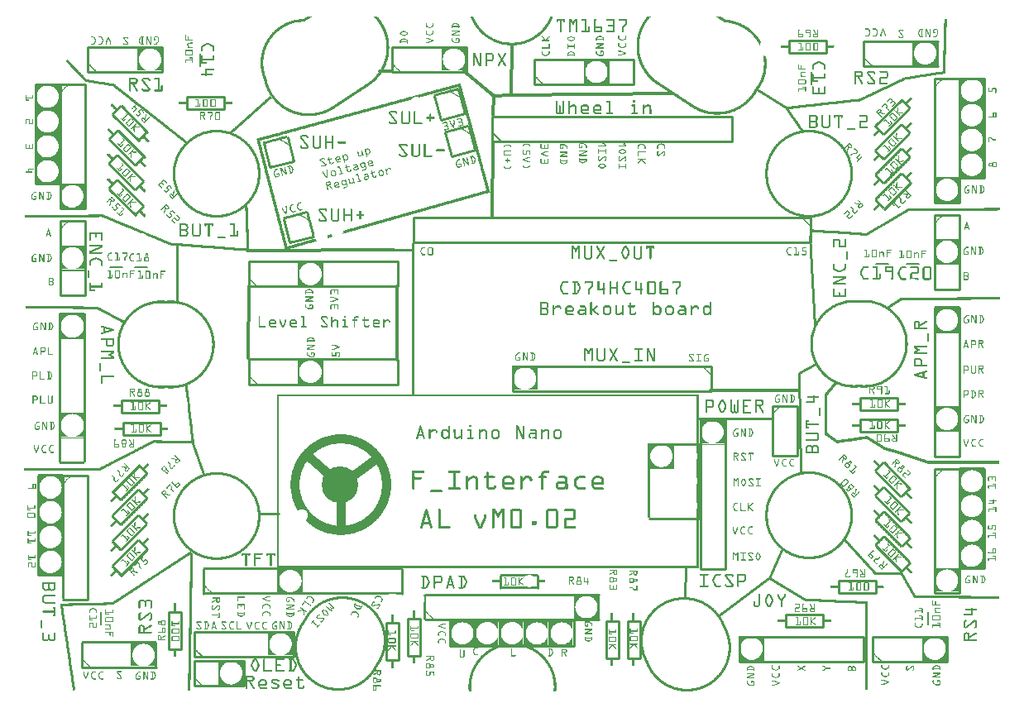
<source format=gto>
G04 MADE WITH FRITZING*
G04 WWW.FRITZING.ORG*
G04 DOUBLE SIDED*
G04 HOLES PLATED*
G04 CONTOUR ON CENTER OF CONTOUR VECTOR*
%ASAXBY*%
%FSLAX23Y23*%
%MOIN*%
%OFA0B0*%
%SFA1.0B1.0*%
%ADD10C,0.147831*%
%ADD11C,0.010000*%
%ADD12C,0.008000*%
%ADD13C,0.005000*%
%ADD14C,0.010433*%
%ADD15C,0.036614*%
%ADD16C,0.011811*%
%ADD17R,0.001000X0.001000*%
%LNSILK1*%
G90*
G70*
G54D10*
X1272Y830D03*
G54D11*
X3768Y894D02*
X3768Y494D01*
D02*
X3768Y494D02*
X3868Y494D01*
D02*
X3868Y494D02*
X3868Y894D01*
D02*
X3668Y1544D02*
X3668Y944D01*
D02*
X3668Y944D02*
X3768Y944D01*
D02*
X3768Y944D02*
X3768Y1544D01*
D02*
X3668Y894D02*
X3668Y394D01*
D02*
X3668Y394D02*
X3768Y394D01*
D02*
X3768Y394D02*
X3768Y894D01*
D02*
X3768Y894D02*
X3668Y894D01*
D02*
X655Y2394D02*
X805Y2394D01*
D02*
X805Y2394D02*
X805Y2344D01*
D02*
X805Y2344D02*
X655Y2344D01*
D02*
X655Y2344D02*
X655Y2394D01*
D02*
X3231Y2570D02*
X3081Y2570D01*
D02*
X3081Y2570D02*
X3081Y2620D01*
D02*
X3081Y2620D02*
X3231Y2620D01*
D02*
X3231Y2620D02*
X3231Y2570D01*
D02*
X581Y169D02*
X581Y319D01*
D02*
X581Y319D02*
X631Y319D01*
D02*
X631Y319D02*
X631Y169D01*
D02*
X631Y169D02*
X581Y169D01*
D02*
X3431Y395D02*
X3281Y395D01*
D02*
X3281Y395D02*
X3281Y445D01*
D02*
X3281Y445D02*
X3431Y445D01*
D02*
X3431Y445D02*
X3431Y395D01*
G54D12*
D02*
X3606Y1721D02*
X3556Y1721D01*
D02*
X3481Y1721D02*
X3431Y1721D01*
D02*
X493Y1708D02*
X443Y1708D01*
D02*
X393Y1708D02*
X343Y1708D01*
G54D11*
D02*
X3219Y257D02*
X3069Y257D01*
D02*
X3069Y257D02*
X3069Y307D01*
D02*
X3069Y307D02*
X3219Y307D01*
D02*
X3219Y307D02*
X3219Y257D01*
D02*
X2480Y282D02*
X2480Y132D01*
D02*
X2480Y132D02*
X2430Y132D01*
D02*
X2430Y132D02*
X2430Y282D01*
D02*
X2430Y282D02*
X2480Y282D01*
D02*
X2393Y282D02*
X2393Y132D01*
D02*
X2393Y132D02*
X2343Y132D01*
D02*
X2343Y132D02*
X2343Y282D01*
D02*
X2343Y282D02*
X2393Y282D01*
D02*
X3536Y480D02*
X3430Y586D01*
D02*
X495Y572D02*
X389Y466D01*
D02*
X3570Y2049D02*
X3464Y1943D01*
D02*
X447Y1917D02*
X340Y2023D01*
D02*
X2067Y466D02*
X2067Y416D01*
D02*
X1917Y416D02*
X1917Y466D01*
D02*
X3368Y1181D02*
X3518Y1181D01*
D02*
X3518Y1181D02*
X3518Y1131D01*
D02*
X3518Y1131D02*
X3368Y1131D01*
D02*
X3368Y1131D02*
X3368Y1181D01*
D02*
X3519Y1045D02*
X3369Y1045D01*
D02*
X3369Y1045D02*
X3369Y1095D01*
D02*
X3369Y1095D02*
X3519Y1095D01*
D02*
X3519Y1095D02*
X3519Y1045D01*
D02*
X547Y1031D02*
X397Y1031D01*
D02*
X397Y1031D02*
X397Y1081D01*
D02*
X397Y1081D02*
X547Y1081D01*
D02*
X547Y1081D02*
X547Y1031D01*
D02*
X392Y1173D02*
X542Y1173D01*
D02*
X542Y1173D02*
X542Y1123D01*
D02*
X542Y1123D02*
X392Y1123D01*
D02*
X392Y1123D02*
X392Y1173D01*
D02*
X1507Y274D02*
X1507Y124D01*
D02*
X1507Y124D02*
X1457Y124D01*
D02*
X1457Y124D02*
X1457Y274D01*
D02*
X1457Y274D02*
X1507Y274D01*
D02*
X1594Y293D02*
X1594Y143D01*
D02*
X1594Y143D02*
X1544Y143D01*
D02*
X1544Y143D02*
X1544Y293D01*
D02*
X1544Y293D02*
X1594Y293D01*
D02*
X3463Y921D02*
X3569Y815D01*
D02*
X354Y803D02*
X460Y909D01*
D02*
X3429Y2277D02*
X3535Y2383D01*
D02*
X461Y2217D02*
X355Y2323D01*
D02*
X390Y2358D02*
X496Y2252D01*
D02*
X378Y2258D02*
X484Y2152D01*
G54D12*
D02*
X707Y2519D02*
X707Y2569D01*
D02*
X3170Y2444D02*
X3170Y2494D01*
D02*
X307Y269D02*
X307Y319D01*
D02*
X3642Y319D02*
X3642Y269D01*
G54D11*
D02*
X1885Y2215D02*
X2851Y2215D01*
D02*
X2851Y2215D02*
X2851Y2315D01*
D02*
X2851Y2315D02*
X1885Y2315D01*
D02*
X1885Y2315D02*
X1885Y2215D01*
G54D13*
D02*
X1920Y2215D02*
X1885Y2250D01*
G54D11*
D02*
X3381Y2519D02*
X3681Y2519D01*
D02*
X3681Y2619D02*
X3381Y2619D01*
D02*
X3381Y2619D02*
X3381Y2519D01*
D02*
X3668Y2469D02*
X3668Y1969D01*
D02*
X3668Y1969D02*
X3768Y1969D01*
D02*
X3768Y1969D02*
X3768Y2469D01*
D02*
X3768Y2469D02*
X3668Y2469D01*
D02*
X3768Y2469D02*
X3768Y2069D01*
D02*
X3768Y2069D02*
X3868Y2069D01*
D02*
X3868Y2069D02*
X3868Y2469D01*
D02*
X3868Y2469D02*
X3768Y2469D01*
D02*
X3668Y1919D02*
X3668Y1619D01*
D02*
X3668Y1619D02*
X3768Y1619D01*
D02*
X3768Y1619D02*
X3768Y1919D01*
D02*
X3768Y1919D02*
X3668Y1919D01*
D02*
X3418Y119D02*
X3718Y119D01*
D02*
X3718Y119D02*
X3718Y219D01*
D02*
X3718Y219D02*
X3418Y219D01*
D02*
X3418Y219D02*
X3418Y119D01*
D02*
X2881Y119D02*
X3381Y119D01*
D02*
X3381Y119D02*
X3381Y219D01*
D02*
X3381Y219D02*
X2881Y219D01*
D02*
X2881Y219D02*
X2881Y119D01*
D02*
X1716Y181D02*
X2216Y181D01*
D02*
X2216Y181D02*
X2216Y281D01*
D02*
X1716Y281D02*
X1716Y181D01*
D02*
X1615Y287D02*
X2315Y287D01*
D02*
X2315Y387D02*
X1615Y387D01*
D02*
X683Y138D02*
X1083Y138D01*
D02*
X1083Y138D02*
X1083Y238D01*
D02*
X1083Y238D02*
X683Y238D01*
D02*
X683Y238D02*
X683Y138D01*
D02*
X683Y20D02*
X883Y20D01*
D02*
X883Y20D02*
X883Y120D01*
D02*
X883Y120D02*
X683Y120D01*
D02*
X683Y120D02*
X683Y20D01*
D02*
X231Y94D02*
X531Y94D01*
D02*
X231Y194D02*
X231Y94D01*
D02*
X156Y369D02*
X256Y369D01*
D02*
X256Y369D02*
X256Y869D01*
D02*
X256Y869D02*
X156Y869D01*
D02*
X56Y869D02*
X56Y469D01*
D02*
X56Y469D02*
X156Y469D01*
D02*
X143Y1894D02*
X143Y1594D01*
D02*
X143Y1594D02*
X243Y1594D01*
D02*
X243Y1594D02*
X243Y1894D01*
D02*
X243Y1894D02*
X143Y1894D01*
D02*
X143Y2444D02*
X143Y1944D01*
D02*
X143Y1944D02*
X243Y1944D01*
D02*
X243Y1944D02*
X243Y2444D01*
D02*
X243Y2444D02*
X143Y2444D01*
D02*
X43Y2444D02*
X43Y2044D01*
D02*
X43Y2044D02*
X143Y2044D01*
D02*
X143Y2044D02*
X143Y2444D01*
D02*
X143Y2444D02*
X43Y2444D01*
D02*
X256Y2494D02*
X556Y2494D01*
D02*
X556Y2494D02*
X556Y2594D01*
D02*
X556Y2594D02*
X256Y2594D01*
D02*
X256Y2594D02*
X256Y2494D01*
D02*
X1481Y2494D02*
X1781Y2494D01*
D02*
X1781Y2494D02*
X1781Y2594D01*
D02*
X1781Y2594D02*
X1481Y2594D01*
D02*
X1481Y2594D02*
X1481Y2494D01*
D02*
X2056Y2444D02*
X2456Y2444D01*
D02*
X2456Y2444D02*
X2456Y2544D01*
D02*
X2456Y2544D02*
X2056Y2544D01*
D02*
X2056Y2544D02*
X2056Y2444D01*
D02*
X3168Y1907D02*
X1568Y1907D01*
D02*
X1568Y1907D02*
X1568Y1807D01*
D02*
X1568Y1807D02*
X3168Y1807D01*
D02*
X3168Y1807D02*
X3168Y1907D01*
D02*
X2768Y1308D02*
X1968Y1308D01*
D02*
X1968Y1308D02*
X1968Y1208D01*
D02*
X1968Y1208D02*
X2768Y1208D01*
D02*
X2768Y1208D02*
X2768Y1308D01*
D02*
X3014Y1149D02*
X3014Y949D01*
D02*
X3014Y949D02*
X3114Y949D01*
D02*
X3114Y949D02*
X3114Y1149D01*
D02*
X3114Y1149D02*
X3014Y1149D01*
D02*
X2517Y696D02*
X2717Y696D01*
D02*
X2717Y696D02*
X2717Y996D01*
D02*
X2717Y996D02*
X2517Y996D01*
D02*
X904Y1630D02*
X1504Y1630D01*
D02*
X1504Y1630D02*
X1504Y1730D01*
D02*
X1504Y1730D02*
X904Y1730D01*
D02*
X904Y1730D02*
X904Y1630D01*
D02*
X904Y1235D02*
X1504Y1235D01*
D02*
X1504Y1235D02*
X1504Y1335D01*
D02*
X904Y1335D02*
X904Y1235D01*
D02*
X1044Y1903D02*
X1069Y1807D01*
D02*
X1069Y1807D02*
X1166Y1833D01*
D02*
X963Y2207D02*
X989Y2111D01*
D02*
X989Y2111D02*
X1085Y2136D01*
D02*
X1085Y2136D02*
X1060Y2233D01*
D02*
X1695Y2250D02*
X1720Y2154D01*
D02*
X1720Y2154D02*
X1817Y2180D01*
D02*
X1651Y2399D02*
X1677Y2303D01*
D02*
X1677Y2303D02*
X1774Y2329D01*
D02*
X1774Y2329D02*
X1748Y2425D01*
D02*
X2723Y1091D02*
X2723Y491D01*
D02*
X2723Y491D02*
X2823Y491D01*
D02*
X2823Y491D02*
X2823Y1091D01*
D02*
X2823Y1091D02*
X2723Y1091D01*
D02*
X1522Y392D02*
X1522Y492D01*
D02*
X722Y492D02*
X722Y392D01*
G36*
X42Y2248D02*
X42Y2243D01*
X144Y2243D01*
X144Y2248D01*
X42Y2248D01*
G37*
D02*
G36*
X3579Y2524D02*
X3579Y2518D01*
X3681Y2518D01*
X3681Y2524D01*
X3579Y2524D01*
G37*
D02*
G36*
X1681Y2499D02*
X1681Y2498D01*
X1783Y2498D01*
X1783Y2499D01*
X1681Y2499D01*
G37*
D02*
G36*
X1681Y2499D02*
X1681Y2498D01*
X1783Y2498D01*
X1783Y2499D01*
X1681Y2499D01*
G37*
D02*
G36*
X1681Y2498D02*
X1681Y2493D01*
X1783Y2493D01*
X1783Y2498D01*
X1681Y2498D01*
G37*
D02*
G36*
X2255Y2448D02*
X2255Y2443D01*
X2357Y2443D01*
X2357Y2448D01*
X2255Y2448D01*
G37*
D02*
G36*
X3668Y1975D02*
X3668Y1973D01*
X3770Y1973D01*
X3770Y1975D01*
X3668Y1975D01*
G37*
D02*
G36*
X3668Y1975D02*
X3668Y1973D01*
X3770Y1973D01*
X3770Y1975D01*
X3668Y1975D01*
G37*
D02*
G36*
X3668Y1973D02*
X3668Y1968D01*
X3770Y1968D01*
X3770Y1973D01*
X3668Y1973D01*
G37*
D02*
G36*
X2721Y996D02*
X2721Y991D01*
X2823Y991D01*
X2823Y996D01*
X2721Y996D01*
G37*
D02*
G36*
X3667Y1448D02*
X3667Y1443D01*
X3769Y1443D01*
X3769Y1448D01*
X3667Y1448D01*
G37*
D02*
G36*
X2516Y900D02*
X2516Y895D01*
X2618Y895D01*
X2618Y900D01*
X2516Y900D01*
G37*
D02*
G36*
X3667Y1724D02*
X3667Y1718D01*
X3769Y1718D01*
X3769Y1724D01*
X3667Y1724D01*
G37*
D02*
G36*
X3667Y1050D02*
X3667Y1044D01*
X3769Y1044D01*
X3769Y1050D01*
X3667Y1050D01*
G37*
D02*
G36*
X456Y2499D02*
X456Y2498D01*
X558Y2498D01*
X558Y2499D01*
X456Y2499D01*
G37*
D02*
G36*
X456Y2499D02*
X456Y2498D01*
X558Y2498D01*
X558Y2499D01*
X456Y2499D01*
G37*
D02*
G36*
X456Y2498D02*
X456Y2493D01*
X558Y2493D01*
X558Y2498D01*
X456Y2498D01*
G37*
D02*
G36*
X981Y143D02*
X981Y141D01*
X1083Y141D01*
X1083Y143D01*
X981Y143D01*
G37*
D02*
G36*
X981Y143D02*
X981Y141D01*
X1083Y141D01*
X1083Y143D01*
X981Y143D01*
G37*
D02*
G36*
X981Y141D02*
X981Y136D01*
X1083Y136D01*
X1083Y141D01*
X981Y141D01*
G37*
D02*
G36*
X142Y1699D02*
X142Y1698D01*
X244Y1698D01*
X244Y1699D01*
X142Y1699D01*
G37*
D02*
G36*
X142Y1699D02*
X142Y1698D01*
X244Y1698D01*
X244Y1699D01*
X142Y1699D01*
G37*
D02*
G36*
X142Y1698D02*
X142Y1693D01*
X244Y1693D01*
X244Y1698D01*
X142Y1698D01*
G37*
D02*
G36*
X782Y25D02*
X782Y20D01*
X884Y20D01*
X884Y25D01*
X782Y25D01*
G37*
D02*
G36*
X1020Y396D02*
X1020Y391D01*
X1122Y391D01*
X1122Y396D01*
X1020Y396D01*
G37*
D02*
G36*
X1966Y1212D02*
X1966Y1207D01*
X2068Y1207D01*
X2068Y1212D01*
X1966Y1212D01*
G37*
D02*
G36*
X429Y99D02*
X429Y98D01*
X531Y98D01*
X531Y99D01*
X429Y99D01*
G37*
D02*
G36*
X429Y99D02*
X429Y98D01*
X531Y98D01*
X531Y99D01*
X429Y99D01*
G37*
D02*
G36*
X429Y98D02*
X429Y93D01*
X531Y93D01*
X531Y98D01*
X429Y98D01*
G37*
D02*
G36*
X141Y1949D02*
X141Y1947D01*
X243Y1947D01*
X243Y1949D01*
X141Y1949D01*
G37*
D02*
G36*
X141Y1949D02*
X141Y1947D01*
X243Y1947D01*
X243Y1949D01*
X141Y1949D01*
G37*
D02*
G36*
X141Y1947D02*
X141Y1942D01*
X243Y1942D01*
X243Y1947D01*
X141Y1947D01*
G37*
D02*
G36*
X1102Y1240D02*
X1102Y1235D01*
X1204Y1235D01*
X1204Y1240D01*
X1102Y1240D01*
G37*
D02*
G36*
X1102Y1635D02*
X1102Y1633D01*
X1204Y1633D01*
X1204Y1635D01*
X1102Y1635D01*
G37*
D02*
G36*
X1102Y1635D02*
X1102Y1633D01*
X1204Y1633D01*
X1204Y1635D01*
X1102Y1635D01*
G37*
D02*
G36*
X1102Y1633D02*
X1102Y1628D01*
X1204Y1628D01*
X1204Y1633D01*
X1102Y1633D01*
G37*
D02*
G36*
X141Y1022D02*
X141Y1017D01*
X243Y1017D01*
X243Y1022D01*
X141Y1022D01*
G37*
D02*
G36*
X2879Y124D02*
X2879Y118D01*
X2981Y118D01*
X2981Y124D01*
X2879Y124D01*
G37*
D02*
G36*
X54Y774D02*
X54Y768D01*
X156Y768D01*
X156Y774D01*
X54Y774D01*
G37*
D02*
G36*
X3618Y124D02*
X3618Y118D01*
X3720Y118D01*
X3720Y124D01*
X3618Y124D01*
G37*
D02*
G36*
X53Y664D02*
X53Y575D01*
X92Y575D01*
X92Y577D01*
X87Y577D01*
X87Y579D01*
X84Y579D01*
X84Y580D01*
X80Y580D01*
X80Y582D01*
X77Y582D01*
X77Y584D01*
X75Y584D01*
X75Y585D01*
X73Y585D01*
X73Y587D01*
X72Y587D01*
X72Y589D01*
X70Y589D01*
X70Y591D01*
X68Y591D01*
X68Y592D01*
X67Y592D01*
X67Y596D01*
X65Y596D01*
X65Y599D01*
X63Y599D01*
X63Y602D01*
X61Y602D01*
X61Y608D01*
X60Y608D01*
X60Y631D01*
X61Y631D01*
X61Y636D01*
X63Y636D01*
X63Y640D01*
X65Y640D01*
X65Y643D01*
X67Y643D01*
X67Y647D01*
X68Y647D01*
X68Y648D01*
X70Y648D01*
X70Y650D01*
X72Y650D01*
X72Y652D01*
X73Y652D01*
X73Y653D01*
X75Y653D01*
X75Y655D01*
X77Y655D01*
X77Y657D01*
X80Y657D01*
X80Y659D01*
X84Y659D01*
X84Y660D01*
X87Y660D01*
X87Y662D01*
X92Y662D01*
X92Y664D01*
X53Y664D01*
G37*
D02*
G36*
X53Y574D02*
X53Y568D01*
X155Y568D01*
X155Y574D01*
X53Y574D01*
G37*
D02*
G36*
X42Y2348D02*
X42Y2343D01*
X144Y2343D01*
X144Y2348D01*
X42Y2348D01*
G37*
D02*
G36*
X54Y674D02*
X54Y668D01*
X156Y668D01*
X156Y674D01*
X54Y674D01*
G37*
D02*
G36*
X41Y2238D02*
X41Y2150D01*
X80Y2150D01*
X80Y2152D01*
X75Y2152D01*
X75Y2153D01*
X72Y2153D01*
X72Y2155D01*
X69Y2155D01*
X69Y2157D01*
X65Y2157D01*
X65Y2158D01*
X63Y2158D01*
X63Y2160D01*
X62Y2160D01*
X62Y2162D01*
X60Y2162D01*
X60Y2164D01*
X58Y2164D01*
X58Y2165D01*
X57Y2165D01*
X57Y2167D01*
X55Y2167D01*
X55Y2170D01*
X53Y2170D01*
X53Y2174D01*
X52Y2174D01*
X52Y2177D01*
X50Y2177D01*
X50Y2182D01*
X48Y2182D01*
X48Y2206D01*
X50Y2206D01*
X50Y2211D01*
X52Y2211D01*
X52Y2215D01*
X53Y2215D01*
X53Y2218D01*
X55Y2218D01*
X55Y2221D01*
X57Y2221D01*
X57Y2223D01*
X58Y2223D01*
X58Y2225D01*
X60Y2225D01*
X60Y2226D01*
X62Y2226D01*
X62Y2228D01*
X63Y2228D01*
X63Y2230D01*
X65Y2230D01*
X65Y2232D01*
X69Y2232D01*
X69Y2233D01*
X72Y2233D01*
X72Y2235D01*
X75Y2235D01*
X75Y2237D01*
X80Y2237D01*
X80Y2238D01*
X41Y2238D01*
G37*
D02*
G36*
X41Y2148D02*
X41Y2143D01*
X143Y2143D01*
X143Y2148D01*
X41Y2148D01*
G37*
D02*
G36*
X53Y564D02*
X53Y475D01*
X92Y475D01*
X92Y477D01*
X87Y477D01*
X87Y479D01*
X84Y479D01*
X84Y480D01*
X80Y480D01*
X80Y482D01*
X77Y482D01*
X77Y484D01*
X75Y484D01*
X75Y485D01*
X73Y485D01*
X73Y487D01*
X72Y487D01*
X72Y489D01*
X70Y489D01*
X70Y491D01*
X68Y491D01*
X68Y492D01*
X67Y492D01*
X67Y496D01*
X65Y496D01*
X65Y499D01*
X63Y499D01*
X63Y502D01*
X61Y502D01*
X61Y508D01*
X60Y508D01*
X60Y531D01*
X61Y531D01*
X61Y536D01*
X63Y536D01*
X63Y540D01*
X65Y540D01*
X65Y543D01*
X67Y543D01*
X67Y547D01*
X68Y547D01*
X68Y548D01*
X70Y548D01*
X70Y550D01*
X72Y550D01*
X72Y552D01*
X73Y552D01*
X73Y553D01*
X75Y553D01*
X75Y555D01*
X77Y555D01*
X77Y557D01*
X80Y557D01*
X80Y559D01*
X84Y559D01*
X84Y560D01*
X87Y560D01*
X87Y562D01*
X92Y562D01*
X92Y564D01*
X53Y564D01*
G37*
D02*
G36*
X53Y474D02*
X53Y468D01*
X155Y468D01*
X155Y474D01*
X53Y474D01*
G37*
D02*
G36*
X41Y2138D02*
X41Y2050D01*
X80Y2050D01*
X80Y2052D01*
X75Y2052D01*
X75Y2053D01*
X72Y2053D01*
X72Y2055D01*
X69Y2055D01*
X69Y2057D01*
X65Y2057D01*
X65Y2058D01*
X63Y2058D01*
X63Y2060D01*
X62Y2060D01*
X62Y2062D01*
X60Y2062D01*
X60Y2064D01*
X58Y2064D01*
X58Y2065D01*
X57Y2065D01*
X57Y2067D01*
X55Y2067D01*
X55Y2070D01*
X53Y2070D01*
X53Y2074D01*
X52Y2074D01*
X52Y2077D01*
X50Y2077D01*
X50Y2082D01*
X48Y2082D01*
X48Y2106D01*
X50Y2106D01*
X50Y2111D01*
X52Y2111D01*
X52Y2115D01*
X53Y2115D01*
X53Y2118D01*
X55Y2118D01*
X55Y2121D01*
X57Y2121D01*
X57Y2123D01*
X58Y2123D01*
X58Y2125D01*
X60Y2125D01*
X60Y2126D01*
X62Y2126D01*
X62Y2128D01*
X63Y2128D01*
X63Y2130D01*
X65Y2130D01*
X65Y2132D01*
X69Y2132D01*
X69Y2133D01*
X72Y2133D01*
X72Y2135D01*
X75Y2135D01*
X75Y2137D01*
X80Y2137D01*
X80Y2138D01*
X41Y2138D01*
G37*
D02*
G36*
X41Y2048D02*
X41Y2043D01*
X143Y2043D01*
X143Y2048D01*
X41Y2048D01*
G37*
D02*
G36*
X3767Y688D02*
X3767Y600D01*
X3806Y600D01*
X3806Y602D01*
X3801Y602D01*
X3801Y603D01*
X3797Y603D01*
X3797Y605D01*
X3794Y605D01*
X3794Y607D01*
X3790Y607D01*
X3790Y608D01*
X3789Y608D01*
X3789Y610D01*
X3787Y610D01*
X3787Y612D01*
X3785Y612D01*
X3785Y614D01*
X3784Y614D01*
X3784Y615D01*
X3782Y615D01*
X3782Y617D01*
X3780Y617D01*
X3780Y620D01*
X3778Y620D01*
X3778Y624D01*
X3777Y624D01*
X3777Y627D01*
X3775Y627D01*
X3775Y632D01*
X3773Y632D01*
X3773Y656D01*
X3775Y656D01*
X3775Y661D01*
X3777Y661D01*
X3777Y665D01*
X3778Y665D01*
X3778Y668D01*
X3780Y668D01*
X3780Y671D01*
X3782Y671D01*
X3782Y673D01*
X3784Y673D01*
X3784Y675D01*
X3785Y675D01*
X3785Y676D01*
X3787Y676D01*
X3787Y678D01*
X3789Y678D01*
X3789Y680D01*
X3790Y680D01*
X3790Y682D01*
X3794Y682D01*
X3794Y683D01*
X3797Y683D01*
X3797Y685D01*
X3801Y685D01*
X3801Y687D01*
X3806Y687D01*
X3806Y688D01*
X3767Y688D01*
G37*
D02*
G36*
X3767Y598D02*
X3767Y593D01*
X3869Y593D01*
X3869Y598D01*
X3767Y598D01*
G37*
D02*
G36*
X2210Y180D02*
X2211Y180D01*
X2211Y282D01*
X2210Y282D01*
X2210Y180D01*
G37*
D02*
G36*
X2210Y180D02*
X2211Y180D01*
X2211Y282D01*
X2210Y282D01*
X2210Y180D01*
G37*
D02*
G36*
X2211Y180D02*
X2217Y180D01*
X2217Y282D01*
X2211Y282D01*
X2211Y180D01*
G37*
D02*
G36*
X1811Y180D02*
X1816Y180D01*
X1816Y282D01*
X1811Y282D01*
X1811Y180D01*
G37*
D02*
G36*
X3667Y399D02*
X3667Y398D01*
X3769Y398D01*
X3769Y399D01*
X3667Y399D01*
G37*
D02*
G36*
X3667Y399D02*
X3667Y398D01*
X3769Y398D01*
X3769Y399D01*
X3667Y399D01*
G37*
D02*
G36*
X3667Y398D02*
X3667Y393D01*
X3769Y393D01*
X3769Y398D01*
X3667Y398D01*
G37*
D02*
G36*
X2311Y285D02*
X2316Y285D01*
X2316Y387D01*
X2311Y387D01*
X2311Y285D01*
G37*
D02*
G36*
X2010Y181D02*
X2011Y181D01*
X2011Y283D01*
X2010Y283D01*
X2010Y181D01*
G37*
D02*
G36*
X2010Y181D02*
X2011Y181D01*
X2011Y283D01*
X2010Y283D01*
X2010Y181D01*
G37*
D02*
G36*
X2011Y181D02*
X2017Y181D01*
X2017Y283D01*
X2011Y283D01*
X2011Y181D01*
G37*
D02*
G36*
X2110Y180D02*
X2111Y180D01*
X2111Y282D01*
X2110Y282D01*
X2110Y180D01*
G37*
D02*
G36*
X2110Y180D02*
X2111Y180D01*
X2111Y282D01*
X2110Y282D01*
X2110Y180D01*
G37*
D02*
G36*
X2111Y180D02*
X2117Y180D01*
X2117Y282D01*
X2111Y282D01*
X2111Y180D01*
G37*
D02*
G36*
X3768Y798D02*
X3768Y793D01*
X3870Y793D01*
X3870Y798D01*
X3768Y798D01*
G37*
D02*
G36*
X3768Y698D02*
X3768Y693D01*
X3870Y693D01*
X3870Y698D01*
X3768Y698D01*
G37*
D02*
G36*
X1910Y181D02*
X1911Y181D01*
X1911Y283D01*
X1910Y283D01*
X1910Y181D01*
G37*
D02*
G36*
X1910Y181D02*
X1911Y181D01*
X1911Y283D01*
X1910Y283D01*
X1910Y181D01*
G37*
D02*
G36*
X1911Y181D02*
X1917Y181D01*
X1917Y283D01*
X1911Y283D01*
X1911Y181D01*
G37*
D02*
G36*
X3767Y588D02*
X3767Y500D01*
X3806Y500D01*
X3806Y502D01*
X3801Y502D01*
X3801Y503D01*
X3797Y503D01*
X3797Y505D01*
X3794Y505D01*
X3794Y507D01*
X3790Y507D01*
X3790Y508D01*
X3789Y508D01*
X3789Y510D01*
X3787Y510D01*
X3787Y512D01*
X3785Y512D01*
X3785Y514D01*
X3784Y514D01*
X3784Y515D01*
X3782Y515D01*
X3782Y517D01*
X3780Y517D01*
X3780Y520D01*
X3778Y520D01*
X3778Y524D01*
X3777Y524D01*
X3777Y527D01*
X3775Y527D01*
X3775Y532D01*
X3773Y532D01*
X3773Y556D01*
X3775Y556D01*
X3775Y561D01*
X3777Y561D01*
X3777Y565D01*
X3778Y565D01*
X3778Y568D01*
X3780Y568D01*
X3780Y571D01*
X3782Y571D01*
X3782Y573D01*
X3784Y573D01*
X3784Y575D01*
X3785Y575D01*
X3785Y576D01*
X3787Y576D01*
X3787Y578D01*
X3789Y578D01*
X3789Y580D01*
X3790Y580D01*
X3790Y582D01*
X3794Y582D01*
X3794Y583D01*
X3797Y583D01*
X3797Y585D01*
X3801Y585D01*
X3801Y587D01*
X3806Y587D01*
X3806Y588D01*
X3767Y588D01*
G37*
D02*
G36*
X3767Y498D02*
X3767Y493D01*
X3869Y493D01*
X3869Y498D01*
X3767Y498D01*
G37*
D02*
G54D14*
X616Y1565D02*
X616Y1795D01*
D02*
X679Y999D02*
X720Y874D01*
D02*
X949Y715D02*
X1023Y715D01*
D02*
X2664Y499D02*
X2662Y377D01*
D02*
X3002Y454D02*
X3052Y567D01*
D02*
X3074Y2349D02*
X2951Y2424D01*
D02*
X3185Y1472D02*
X3165Y1834D01*
D02*
X3128Y879D02*
X3122Y1280D01*
X3188Y1319D01*
D02*
X3008Y1098D02*
X2712Y1098D01*
D02*
X1565Y1804D02*
X1563Y1197D01*
D02*
X1484Y1777D02*
X1561Y1777D01*
D02*
G54D15*
X1419Y939D02*
X1273Y832D01*
X1139Y951D01*
D02*
X1275Y831D02*
X1273Y649D01*
D02*
G54D16*
X2766Y1212D02*
X3118Y1212D01*
D02*
X1961Y2402D02*
X2610Y2408D01*
D02*
X1888Y2323D02*
X1891Y2402D01*
D02*
X1888Y2216D02*
X1885Y1911D01*
D02*
X1961Y2405D02*
X1964Y2603D01*
D02*
X1432Y2497D02*
X1480Y2497D01*
D02*
X1771Y2497D02*
X1890Y2397D01*
X1957Y2403D01*
D02*
X1502Y1631D02*
X1502Y1335D01*
D02*
X905Y1631D02*
X902Y1341D01*
D02*
X899Y1775D02*
X1487Y1778D01*
D02*
G54D17*
X1137Y2717D02*
X1157Y2717D01*
X1408Y2717D02*
X1422Y2717D01*
X1799Y2717D02*
X1809Y2717D01*
X2119Y2717D02*
X2129Y2717D01*
X2509Y2717D02*
X2523Y2717D01*
X2788Y2717D02*
X2808Y2717D01*
X1136Y2716D02*
X1155Y2716D01*
X1409Y2716D02*
X1423Y2716D01*
X1799Y2716D02*
X1809Y2716D01*
X2118Y2716D02*
X2129Y2716D01*
X2508Y2716D02*
X2522Y2716D01*
X2790Y2716D02*
X2809Y2716D01*
X1134Y2715D02*
X1154Y2715D01*
X1410Y2715D02*
X1424Y2715D01*
X1799Y2715D02*
X1810Y2715D01*
X2118Y2715D02*
X2128Y2715D01*
X2508Y2715D02*
X2521Y2715D01*
X2791Y2715D02*
X2811Y2715D01*
X1133Y2714D02*
X1152Y2714D01*
X1411Y2714D02*
X1425Y2714D01*
X1800Y2714D02*
X1810Y2714D01*
X2118Y2714D02*
X2128Y2714D01*
X2507Y2714D02*
X2520Y2714D01*
X2793Y2714D02*
X2812Y2714D01*
X1131Y2713D02*
X1151Y2713D01*
X1412Y2713D02*
X1426Y2713D01*
X1800Y2713D02*
X1811Y2713D01*
X2117Y2713D02*
X2128Y2713D01*
X2506Y2713D02*
X2519Y2713D01*
X2794Y2713D02*
X2814Y2713D01*
X1130Y2712D02*
X1149Y2712D01*
X1413Y2712D02*
X1426Y2712D01*
X1801Y2712D02*
X1811Y2712D01*
X2117Y2712D02*
X2127Y2712D01*
X2505Y2712D02*
X2519Y2712D01*
X2796Y2712D02*
X2815Y2712D01*
X1128Y2711D02*
X1147Y2711D01*
X1414Y2711D02*
X1427Y2711D01*
X1801Y2711D02*
X1811Y2711D01*
X2116Y2711D02*
X2127Y2711D01*
X2505Y2711D02*
X2518Y2711D01*
X2797Y2711D02*
X2817Y2711D01*
X1127Y2710D02*
X1146Y2710D01*
X1415Y2710D02*
X1428Y2710D01*
X1801Y2710D02*
X1812Y2710D01*
X2116Y2710D02*
X2126Y2710D01*
X2504Y2710D02*
X2517Y2710D01*
X2799Y2710D02*
X2818Y2710D01*
X1125Y2709D02*
X1144Y2709D01*
X1415Y2709D02*
X1429Y2709D01*
X1802Y2709D02*
X1812Y2709D01*
X2115Y2709D02*
X2126Y2709D01*
X2144Y2709D02*
X2177Y2709D01*
X2194Y2709D02*
X2202Y2709D01*
X2220Y2709D02*
X2228Y2709D01*
X2247Y2709D02*
X2264Y2709D01*
X2297Y2709D02*
X2302Y2709D01*
X2347Y2709D02*
X2373Y2709D01*
X2397Y2709D02*
X2429Y2709D01*
X2503Y2709D02*
X2516Y2709D01*
X2800Y2709D02*
X2820Y2709D01*
X1112Y2708D02*
X1143Y2708D01*
X1416Y2708D02*
X1430Y2708D01*
X1802Y2708D02*
X1813Y2708D01*
X2115Y2708D02*
X2126Y2708D01*
X2144Y2708D02*
X2178Y2708D01*
X2194Y2708D02*
X2203Y2708D01*
X2219Y2708D02*
X2228Y2708D01*
X2245Y2708D02*
X2264Y2708D01*
X2295Y2708D02*
X2303Y2708D01*
X2346Y2708D02*
X2375Y2708D01*
X2396Y2708D02*
X2429Y2708D01*
X2502Y2708D02*
X2515Y2708D01*
X2802Y2708D02*
X2821Y2708D01*
X3707Y2708D02*
X3716Y2708D01*
X1104Y2707D02*
X1141Y2707D01*
X1417Y2707D02*
X1430Y2707D01*
X1803Y2707D02*
X1813Y2707D01*
X2115Y2707D02*
X2125Y2707D01*
X2144Y2707D02*
X2178Y2707D01*
X2194Y2707D02*
X2204Y2707D01*
X2218Y2707D02*
X2228Y2707D01*
X2245Y2707D02*
X2264Y2707D01*
X2295Y2707D02*
X2304Y2707D01*
X2345Y2707D02*
X2376Y2707D01*
X2395Y2707D02*
X2429Y2707D01*
X2502Y2707D02*
X2514Y2707D01*
X2803Y2707D02*
X2823Y2707D01*
X3707Y2707D02*
X3716Y2707D01*
X1098Y2706D02*
X1140Y2706D01*
X1418Y2706D02*
X1431Y2706D01*
X1803Y2706D02*
X1814Y2706D01*
X2114Y2706D02*
X2125Y2706D01*
X2144Y2706D02*
X2178Y2706D01*
X2194Y2706D02*
X2204Y2706D01*
X2218Y2706D02*
X2228Y2706D01*
X2244Y2706D02*
X2264Y2706D01*
X2295Y2706D02*
X2304Y2706D01*
X2345Y2706D02*
X2377Y2706D01*
X2395Y2706D02*
X2429Y2706D01*
X2501Y2706D02*
X2514Y2706D01*
X2805Y2706D02*
X2824Y2706D01*
X3707Y2706D02*
X3716Y2706D01*
X1093Y2705D02*
X1138Y2705D01*
X1419Y2705D02*
X1432Y2705D01*
X1804Y2705D02*
X1814Y2705D01*
X2114Y2705D02*
X2124Y2705D01*
X2144Y2705D02*
X2178Y2705D01*
X2194Y2705D02*
X2205Y2705D01*
X2217Y2705D02*
X2228Y2705D01*
X2245Y2705D02*
X2264Y2705D01*
X2295Y2705D02*
X2304Y2705D01*
X2345Y2705D02*
X2378Y2705D01*
X2395Y2705D02*
X2429Y2705D01*
X2500Y2705D02*
X2513Y2705D01*
X2806Y2705D02*
X2828Y2705D01*
X3707Y2705D02*
X3716Y2705D01*
X1088Y2704D02*
X1137Y2704D01*
X1420Y2704D02*
X1433Y2704D01*
X1804Y2704D02*
X1815Y2704D01*
X2113Y2704D02*
X2124Y2704D01*
X2144Y2704D02*
X2178Y2704D01*
X2194Y2704D02*
X2206Y2704D01*
X2216Y2704D02*
X2228Y2704D01*
X2245Y2704D02*
X2264Y2704D01*
X2295Y2704D02*
X2303Y2704D01*
X2345Y2704D02*
X2378Y2704D01*
X2395Y2704D02*
X2429Y2704D01*
X2499Y2704D02*
X2512Y2704D01*
X2808Y2704D02*
X2837Y2704D01*
X3707Y2704D02*
X3716Y2704D01*
X1084Y2703D02*
X1135Y2703D01*
X1421Y2703D02*
X1434Y2703D01*
X1805Y2703D02*
X1815Y2703D01*
X2112Y2703D02*
X2123Y2703D01*
X2144Y2703D02*
X2178Y2703D01*
X2194Y2703D02*
X2206Y2703D01*
X2216Y2703D02*
X2228Y2703D01*
X2246Y2703D02*
X2264Y2703D01*
X2295Y2703D02*
X2303Y2703D01*
X2346Y2703D02*
X2378Y2703D01*
X2395Y2703D02*
X2429Y2703D01*
X2499Y2703D02*
X2511Y2703D01*
X2810Y2703D02*
X2844Y2703D01*
X3707Y2703D02*
X3716Y2703D01*
X1081Y2702D02*
X1134Y2702D01*
X1421Y2702D02*
X1434Y2702D01*
X1805Y2702D02*
X1816Y2702D01*
X2112Y2702D02*
X2123Y2702D01*
X2144Y2702D02*
X2150Y2702D01*
X2158Y2702D02*
X2164Y2702D01*
X2171Y2702D02*
X2178Y2702D01*
X2194Y2702D02*
X2207Y2702D01*
X2215Y2702D02*
X2228Y2702D01*
X2258Y2702D02*
X2264Y2702D01*
X2295Y2702D02*
X2301Y2702D01*
X2372Y2702D02*
X2378Y2702D01*
X2395Y2702D02*
X2401Y2702D01*
X2422Y2702D02*
X2429Y2702D01*
X2498Y2702D02*
X2511Y2702D01*
X2811Y2702D02*
X2849Y2702D01*
X3707Y2702D02*
X3716Y2702D01*
X1077Y2701D02*
X1132Y2701D01*
X1422Y2701D02*
X1435Y2701D01*
X1806Y2701D02*
X1816Y2701D01*
X2111Y2701D02*
X2122Y2701D01*
X2144Y2701D02*
X2150Y2701D01*
X2158Y2701D02*
X2164Y2701D01*
X2172Y2701D02*
X2178Y2701D01*
X2194Y2701D02*
X2208Y2701D01*
X2214Y2701D02*
X2228Y2701D01*
X2258Y2701D02*
X2264Y2701D01*
X2295Y2701D02*
X2301Y2701D01*
X2372Y2701D02*
X2378Y2701D01*
X2396Y2701D02*
X2400Y2701D01*
X2423Y2701D02*
X2429Y2701D01*
X2497Y2701D02*
X2510Y2701D01*
X2813Y2701D02*
X2854Y2701D01*
X3707Y2701D02*
X3716Y2701D01*
X1074Y2700D02*
X1131Y2700D01*
X1423Y2700D02*
X1436Y2700D01*
X1806Y2700D02*
X1817Y2700D01*
X2111Y2700D02*
X2122Y2700D01*
X2144Y2700D02*
X2150Y2700D01*
X2158Y2700D02*
X2164Y2700D01*
X2172Y2700D02*
X2178Y2700D01*
X2194Y2700D02*
X2209Y2700D01*
X2213Y2700D02*
X2228Y2700D01*
X2258Y2700D02*
X2264Y2700D01*
X2295Y2700D02*
X2301Y2700D01*
X2372Y2700D02*
X2378Y2700D01*
X2397Y2700D02*
X2399Y2700D01*
X2423Y2700D02*
X2429Y2700D01*
X2497Y2700D02*
X2509Y2700D01*
X2814Y2700D02*
X2858Y2700D01*
X3707Y2700D02*
X3716Y2700D01*
X1071Y2699D02*
X1129Y2699D01*
X1424Y2699D02*
X1436Y2699D01*
X1807Y2699D02*
X1817Y2699D01*
X2110Y2699D02*
X2121Y2699D01*
X2144Y2699D02*
X2150Y2699D01*
X2158Y2699D02*
X2164Y2699D01*
X2172Y2699D02*
X2177Y2699D01*
X2194Y2699D02*
X2209Y2699D01*
X2213Y2699D02*
X2228Y2699D01*
X2258Y2699D02*
X2264Y2699D01*
X2295Y2699D02*
X2301Y2699D01*
X2372Y2699D02*
X2378Y2699D01*
X2423Y2699D02*
X2429Y2699D01*
X2496Y2699D02*
X2508Y2699D01*
X2816Y2699D02*
X2861Y2699D01*
X3707Y2699D02*
X3716Y2699D01*
X1068Y2698D02*
X1128Y2698D01*
X1424Y2698D02*
X1437Y2698D01*
X1807Y2698D02*
X1818Y2698D01*
X2110Y2698D02*
X2121Y2698D01*
X2145Y2698D02*
X2149Y2698D01*
X2158Y2698D02*
X2164Y2698D01*
X2172Y2698D02*
X2177Y2698D01*
X2194Y2698D02*
X2200Y2698D01*
X2202Y2698D02*
X2210Y2698D01*
X2212Y2698D02*
X2220Y2698D01*
X2222Y2698D02*
X2228Y2698D01*
X2258Y2698D02*
X2264Y2698D01*
X2295Y2698D02*
X2301Y2698D01*
X2372Y2698D02*
X2378Y2698D01*
X2423Y2698D02*
X2429Y2698D01*
X2495Y2698D02*
X2508Y2698D01*
X2817Y2698D02*
X2865Y2698D01*
X3707Y2698D02*
X3716Y2698D01*
X1066Y2697D02*
X1113Y2697D01*
X1425Y2697D02*
X1438Y2697D01*
X1808Y2697D02*
X1819Y2697D01*
X2109Y2697D02*
X2120Y2697D01*
X2146Y2697D02*
X2148Y2697D01*
X2158Y2697D02*
X2164Y2697D01*
X2173Y2697D02*
X2176Y2697D01*
X2194Y2697D02*
X2200Y2697D01*
X2203Y2697D02*
X2219Y2697D01*
X2222Y2697D02*
X2228Y2697D01*
X2258Y2697D02*
X2264Y2697D01*
X2295Y2697D02*
X2301Y2697D01*
X2372Y2697D02*
X2378Y2697D01*
X2423Y2697D02*
X2429Y2697D01*
X2495Y2697D02*
X2507Y2697D01*
X2819Y2697D02*
X2868Y2697D01*
X3707Y2697D02*
X3716Y2697D01*
X1063Y2696D02*
X1105Y2696D01*
X1426Y2696D02*
X1438Y2696D01*
X1808Y2696D02*
X1819Y2696D01*
X2109Y2696D02*
X2120Y2696D01*
X2158Y2696D02*
X2164Y2696D01*
X2194Y2696D02*
X2200Y2696D01*
X2204Y2696D02*
X2218Y2696D01*
X2222Y2696D02*
X2228Y2696D01*
X2258Y2696D02*
X2264Y2696D01*
X2295Y2696D02*
X2301Y2696D01*
X2372Y2696D02*
X2378Y2696D01*
X2423Y2696D02*
X2429Y2696D01*
X2494Y2696D02*
X2506Y2696D01*
X2820Y2696D02*
X2871Y2696D01*
X3707Y2696D02*
X3716Y2696D01*
X1061Y2695D02*
X1098Y2695D01*
X1427Y2695D02*
X1439Y2695D01*
X1809Y2695D02*
X1820Y2695D01*
X2108Y2695D02*
X2119Y2695D01*
X2158Y2695D02*
X2164Y2695D01*
X2194Y2695D02*
X2200Y2695D01*
X2204Y2695D02*
X2218Y2695D01*
X2222Y2695D02*
X2228Y2695D01*
X2258Y2695D02*
X2264Y2695D01*
X2295Y2695D02*
X2301Y2695D01*
X2372Y2695D02*
X2378Y2695D01*
X2423Y2695D02*
X2429Y2695D01*
X2494Y2695D02*
X2506Y2695D01*
X2822Y2695D02*
X2874Y2695D01*
X3707Y2695D02*
X3716Y2695D01*
X1058Y2694D02*
X1093Y2694D01*
X1427Y2694D02*
X1440Y2694D01*
X1809Y2694D02*
X1820Y2694D01*
X2107Y2694D02*
X2119Y2694D01*
X2158Y2694D02*
X2164Y2694D01*
X2194Y2694D02*
X2200Y2694D01*
X2205Y2694D02*
X2217Y2694D01*
X2222Y2694D02*
X2228Y2694D01*
X2258Y2694D02*
X2264Y2694D01*
X2295Y2694D02*
X2301Y2694D01*
X2372Y2694D02*
X2378Y2694D01*
X2423Y2694D02*
X2429Y2694D01*
X2493Y2694D02*
X2505Y2694D01*
X2827Y2694D02*
X2876Y2694D01*
X3707Y2694D02*
X3716Y2694D01*
X1056Y2693D02*
X1089Y2693D01*
X1428Y2693D02*
X1440Y2693D01*
X1810Y2693D02*
X1821Y2693D01*
X2107Y2693D02*
X2118Y2693D01*
X2158Y2693D02*
X2164Y2693D01*
X2194Y2693D02*
X2200Y2693D01*
X2206Y2693D02*
X2216Y2693D01*
X2222Y2693D02*
X2228Y2693D01*
X2258Y2693D02*
X2264Y2693D01*
X2295Y2693D02*
X2301Y2693D01*
X2372Y2693D02*
X2378Y2693D01*
X2423Y2693D02*
X2429Y2693D01*
X2492Y2693D02*
X2504Y2693D01*
X2837Y2693D02*
X2879Y2693D01*
X3707Y2693D02*
X3716Y2693D01*
X1054Y2692D02*
X1085Y2692D01*
X1429Y2692D02*
X1441Y2692D01*
X1617Y2692D02*
X1619Y2692D01*
X1646Y2692D02*
X1648Y2692D01*
X1734Y2692D02*
X1740Y2692D01*
X1810Y2692D02*
X1821Y2692D01*
X2106Y2692D02*
X2118Y2692D01*
X2158Y2692D02*
X2164Y2692D01*
X2194Y2692D02*
X2200Y2692D01*
X2207Y2692D02*
X2215Y2692D01*
X2222Y2692D02*
X2228Y2692D01*
X2258Y2692D02*
X2264Y2692D01*
X2295Y2692D02*
X2301Y2692D01*
X2372Y2692D02*
X2378Y2692D01*
X2423Y2692D02*
X2429Y2692D01*
X2492Y2692D02*
X2504Y2692D01*
X2843Y2692D02*
X2882Y2692D01*
X3707Y2692D02*
X3716Y2692D01*
X1052Y2691D02*
X1081Y2691D01*
X1430Y2691D02*
X1442Y2691D01*
X1617Y2691D02*
X1620Y2691D01*
X1645Y2691D02*
X1648Y2691D01*
X1732Y2691D02*
X1742Y2691D01*
X1811Y2691D02*
X1822Y2691D01*
X2106Y2691D02*
X2117Y2691D01*
X2158Y2691D02*
X2164Y2691D01*
X2194Y2691D02*
X2200Y2691D01*
X2207Y2691D02*
X2215Y2691D01*
X2222Y2691D02*
X2228Y2691D01*
X2258Y2691D02*
X2264Y2691D01*
X2295Y2691D02*
X2301Y2691D01*
X2372Y2691D02*
X2378Y2691D01*
X2423Y2691D02*
X2429Y2691D01*
X2491Y2691D02*
X2503Y2691D01*
X2849Y2691D02*
X2884Y2691D01*
X3707Y2691D02*
X3716Y2691D01*
X1050Y2690D02*
X1078Y2690D01*
X1430Y2690D02*
X1442Y2690D01*
X1617Y2690D02*
X1620Y2690D01*
X1645Y2690D02*
X1648Y2690D01*
X1730Y2690D02*
X1744Y2690D01*
X1811Y2690D02*
X1823Y2690D01*
X2105Y2690D02*
X2116Y2690D01*
X2158Y2690D02*
X2164Y2690D01*
X2194Y2690D02*
X2200Y2690D01*
X2208Y2690D02*
X2214Y2690D01*
X2222Y2690D02*
X2228Y2690D01*
X2258Y2690D02*
X2264Y2690D01*
X2295Y2690D02*
X2301Y2690D01*
X2372Y2690D02*
X2378Y2690D01*
X2423Y2690D02*
X2429Y2690D01*
X2491Y2690D02*
X2502Y2690D01*
X2853Y2690D02*
X2886Y2690D01*
X3706Y2690D02*
X3716Y2690D01*
X1048Y2689D02*
X1075Y2689D01*
X1431Y2689D02*
X1443Y2689D01*
X1617Y2689D02*
X1620Y2689D01*
X1645Y2689D02*
X1648Y2689D01*
X1728Y2689D02*
X1746Y2689D01*
X1812Y2689D02*
X1823Y2689D01*
X2104Y2689D02*
X2116Y2689D01*
X2158Y2689D02*
X2164Y2689D01*
X2194Y2689D02*
X2200Y2689D01*
X2208Y2689D02*
X2214Y2689D01*
X2222Y2689D02*
X2228Y2689D01*
X2258Y2689D02*
X2264Y2689D01*
X2295Y2689D02*
X2301Y2689D01*
X2372Y2689D02*
X2378Y2689D01*
X2422Y2689D02*
X2429Y2689D01*
X2490Y2689D02*
X2502Y2689D01*
X2857Y2689D02*
X2888Y2689D01*
X3706Y2689D02*
X3716Y2689D01*
X1046Y2688D02*
X1072Y2688D01*
X1431Y2688D02*
X1443Y2688D01*
X1617Y2688D02*
X1620Y2688D01*
X1645Y2688D02*
X1648Y2688D01*
X1726Y2688D02*
X1734Y2688D01*
X1739Y2688D02*
X1748Y2688D01*
X1813Y2688D02*
X1824Y2688D01*
X2104Y2688D02*
X2115Y2688D01*
X2158Y2688D02*
X2164Y2688D01*
X2194Y2688D02*
X2200Y2688D01*
X2208Y2688D02*
X2214Y2688D01*
X2222Y2688D02*
X2228Y2688D01*
X2258Y2688D02*
X2264Y2688D01*
X2295Y2688D02*
X2301Y2688D01*
X2372Y2688D02*
X2378Y2688D01*
X2421Y2688D02*
X2429Y2688D01*
X2490Y2688D02*
X2501Y2688D01*
X2861Y2688D02*
X2890Y2688D01*
X3706Y2688D02*
X3716Y2688D01*
X1044Y2687D02*
X1069Y2687D01*
X1432Y2687D02*
X1444Y2687D01*
X1617Y2687D02*
X1620Y2687D01*
X1645Y2687D02*
X1648Y2687D01*
X1724Y2687D02*
X1732Y2687D01*
X1741Y2687D02*
X1750Y2687D01*
X1813Y2687D02*
X1825Y2687D01*
X2103Y2687D02*
X2115Y2687D01*
X2158Y2687D02*
X2164Y2687D01*
X2194Y2687D02*
X2200Y2687D01*
X2208Y2687D02*
X2214Y2687D01*
X2222Y2687D02*
X2228Y2687D01*
X2258Y2687D02*
X2264Y2687D01*
X2295Y2687D02*
X2301Y2687D01*
X2371Y2687D02*
X2378Y2687D01*
X2419Y2687D02*
X2428Y2687D01*
X2489Y2687D02*
X2501Y2687D01*
X2864Y2687D02*
X2892Y2687D01*
X3706Y2687D02*
X3716Y2687D01*
X1042Y2686D02*
X1067Y2686D01*
X1433Y2686D02*
X1445Y2686D01*
X1617Y2686D02*
X1620Y2686D01*
X1645Y2686D02*
X1648Y2686D01*
X1723Y2686D02*
X1730Y2686D01*
X1743Y2686D02*
X1751Y2686D01*
X1814Y2686D02*
X1825Y2686D01*
X2102Y2686D02*
X2114Y2686D01*
X2158Y2686D02*
X2164Y2686D01*
X2194Y2686D02*
X2200Y2686D01*
X2209Y2686D02*
X2213Y2686D01*
X2222Y2686D02*
X2228Y2686D01*
X2258Y2686D02*
X2264Y2686D01*
X2295Y2686D02*
X2301Y2686D01*
X2370Y2686D02*
X2378Y2686D01*
X2418Y2686D02*
X2428Y2686D01*
X2488Y2686D02*
X2500Y2686D01*
X2867Y2686D02*
X2894Y2686D01*
X3706Y2686D02*
X3716Y2686D01*
X1041Y2685D02*
X1064Y2685D01*
X1433Y2685D02*
X1445Y2685D01*
X1617Y2685D02*
X1620Y2685D01*
X1645Y2685D02*
X1648Y2685D01*
X1722Y2685D02*
X1728Y2685D01*
X1745Y2685D02*
X1752Y2685D01*
X1814Y2685D02*
X1826Y2685D01*
X2102Y2685D02*
X2113Y2685D01*
X2158Y2685D02*
X2164Y2685D01*
X2194Y2685D02*
X2200Y2685D01*
X2210Y2685D02*
X2212Y2685D01*
X2222Y2685D02*
X2228Y2685D01*
X2258Y2685D02*
X2264Y2685D01*
X2295Y2685D02*
X2301Y2685D01*
X2353Y2685D02*
X2377Y2685D01*
X2417Y2685D02*
X2427Y2685D01*
X2488Y2685D02*
X2500Y2685D01*
X2870Y2685D02*
X2896Y2685D01*
X3706Y2685D02*
X3716Y2685D01*
X1039Y2684D02*
X1062Y2684D01*
X1434Y2684D02*
X1446Y2684D01*
X1617Y2684D02*
X1620Y2684D01*
X1645Y2684D02*
X1648Y2684D01*
X1721Y2684D02*
X1726Y2684D01*
X1747Y2684D02*
X1752Y2684D01*
X1815Y2684D02*
X1827Y2684D01*
X2101Y2684D02*
X2113Y2684D01*
X2158Y2684D02*
X2164Y2684D01*
X2194Y2684D02*
X2200Y2684D01*
X2222Y2684D02*
X2228Y2684D01*
X2258Y2684D02*
X2264Y2684D01*
X2295Y2684D02*
X2301Y2684D01*
X2352Y2684D02*
X2377Y2684D01*
X2416Y2684D02*
X2426Y2684D01*
X2487Y2684D02*
X2499Y2684D01*
X2873Y2684D02*
X2898Y2684D01*
X3706Y2684D02*
X3716Y2684D01*
X1037Y2683D02*
X1060Y2683D01*
X1435Y2683D02*
X1446Y2683D01*
X1617Y2683D02*
X1620Y2683D01*
X1645Y2683D02*
X1648Y2683D01*
X1721Y2683D02*
X1725Y2683D01*
X1749Y2683D02*
X1752Y2683D01*
X1816Y2683D02*
X1827Y2683D01*
X2100Y2683D02*
X2112Y2683D01*
X2158Y2683D02*
X2164Y2683D01*
X2194Y2683D02*
X2200Y2683D01*
X2222Y2683D02*
X2228Y2683D01*
X2258Y2683D02*
X2264Y2683D01*
X2295Y2683D02*
X2301Y2683D01*
X2352Y2683D02*
X2376Y2683D01*
X2415Y2683D02*
X2425Y2683D01*
X2487Y2683D02*
X2498Y2683D01*
X2875Y2683D02*
X2900Y2683D01*
X3706Y2683D02*
X3716Y2683D01*
X1035Y2682D02*
X1057Y2682D01*
X1435Y2682D02*
X1447Y2682D01*
X1617Y2682D02*
X1620Y2682D01*
X1645Y2682D02*
X1648Y2682D01*
X1721Y2682D02*
X1724Y2682D01*
X1749Y2682D02*
X1753Y2682D01*
X1816Y2682D02*
X1828Y2682D01*
X2100Y2682D02*
X2111Y2682D01*
X2158Y2682D02*
X2164Y2682D01*
X2194Y2682D02*
X2200Y2682D01*
X2222Y2682D02*
X2228Y2682D01*
X2258Y2682D02*
X2264Y2682D01*
X2295Y2682D02*
X2301Y2682D01*
X2352Y2682D02*
X2376Y2682D01*
X2414Y2682D02*
X2423Y2682D01*
X2486Y2682D02*
X2498Y2682D01*
X2878Y2682D02*
X2902Y2682D01*
X3706Y2682D02*
X3716Y2682D01*
X1034Y2681D02*
X1055Y2681D01*
X1436Y2681D02*
X1447Y2681D01*
X1617Y2681D02*
X1621Y2681D01*
X1644Y2681D02*
X1648Y2681D01*
X1721Y2681D02*
X1724Y2681D01*
X1749Y2681D02*
X1753Y2681D01*
X1817Y2681D02*
X1829Y2681D01*
X2099Y2681D02*
X2111Y2681D01*
X2158Y2681D02*
X2164Y2681D01*
X2194Y2681D02*
X2200Y2681D01*
X2222Y2681D02*
X2228Y2681D01*
X2258Y2681D02*
X2264Y2681D01*
X2295Y2681D02*
X2301Y2681D01*
X2352Y2681D02*
X2377Y2681D01*
X2412Y2681D02*
X2422Y2681D01*
X2486Y2681D02*
X2497Y2681D01*
X2880Y2681D02*
X2904Y2681D01*
X3706Y2681D02*
X3716Y2681D01*
X1032Y2680D02*
X1053Y2680D01*
X1436Y2680D02*
X1448Y2680D01*
X1617Y2680D02*
X1623Y2680D01*
X1643Y2680D02*
X1648Y2680D01*
X1721Y2680D02*
X1753Y2680D01*
X1818Y2680D02*
X1830Y2680D01*
X2098Y2680D02*
X2110Y2680D01*
X2158Y2680D02*
X2164Y2680D01*
X2194Y2680D02*
X2200Y2680D01*
X2222Y2680D02*
X2228Y2680D01*
X2258Y2680D02*
X2264Y2680D01*
X2295Y2680D02*
X2301Y2680D01*
X2353Y2680D02*
X2377Y2680D01*
X2411Y2680D02*
X2421Y2680D01*
X2485Y2680D02*
X2497Y2680D01*
X2883Y2680D02*
X2905Y2680D01*
X3706Y2680D02*
X3716Y2680D01*
X1031Y2679D02*
X1051Y2679D01*
X1437Y2679D02*
X1449Y2679D01*
X1618Y2679D02*
X1624Y2679D01*
X1641Y2679D02*
X1647Y2679D01*
X1721Y2679D02*
X1753Y2679D01*
X1818Y2679D02*
X1830Y2679D01*
X2097Y2679D02*
X2109Y2679D01*
X2158Y2679D02*
X2164Y2679D01*
X2194Y2679D02*
X2200Y2679D01*
X2222Y2679D02*
X2228Y2679D01*
X2258Y2679D02*
X2264Y2679D01*
X2273Y2679D02*
X2277Y2679D01*
X2295Y2679D02*
X2327Y2679D01*
X2354Y2679D02*
X2378Y2679D01*
X2410Y2679D02*
X2420Y2679D01*
X2485Y2679D02*
X2496Y2679D01*
X2885Y2679D02*
X2907Y2679D01*
X3706Y2679D02*
X3716Y2679D01*
X1029Y2678D02*
X1050Y2678D01*
X1438Y2678D02*
X1449Y2678D01*
X1619Y2678D02*
X1626Y2678D01*
X1639Y2678D02*
X1646Y2678D01*
X1721Y2678D02*
X1753Y2678D01*
X1819Y2678D02*
X1831Y2678D01*
X2097Y2678D02*
X2109Y2678D01*
X2158Y2678D02*
X2164Y2678D01*
X2194Y2678D02*
X2200Y2678D01*
X2222Y2678D02*
X2228Y2678D01*
X2258Y2678D02*
X2264Y2678D01*
X2272Y2678D02*
X2278Y2678D01*
X2295Y2678D02*
X2328Y2678D01*
X2371Y2678D02*
X2378Y2678D01*
X2409Y2678D02*
X2419Y2678D01*
X2484Y2678D02*
X2496Y2678D01*
X2887Y2678D02*
X2908Y2678D01*
X3706Y2678D02*
X3716Y2678D01*
X1028Y2677D02*
X1048Y2677D01*
X1438Y2677D02*
X1450Y2677D01*
X1620Y2677D02*
X1628Y2677D01*
X1637Y2677D02*
X1645Y2677D01*
X1721Y2677D02*
X1753Y2677D01*
X1820Y2677D02*
X1832Y2677D01*
X2096Y2677D02*
X2108Y2677D01*
X2158Y2677D02*
X2164Y2677D01*
X2194Y2677D02*
X2200Y2677D01*
X2222Y2677D02*
X2228Y2677D01*
X2258Y2677D02*
X2264Y2677D01*
X2272Y2677D02*
X2278Y2677D01*
X2295Y2677D02*
X2328Y2677D01*
X2372Y2677D02*
X2378Y2677D01*
X2409Y2677D02*
X2417Y2677D01*
X2484Y2677D02*
X2495Y2677D01*
X2889Y2677D02*
X2910Y2677D01*
X3706Y2677D02*
X3716Y2677D01*
X1027Y2676D02*
X1046Y2676D01*
X1439Y2676D02*
X1450Y2676D01*
X1622Y2676D02*
X1631Y2676D01*
X1634Y2676D02*
X1643Y2676D01*
X1721Y2676D02*
X1753Y2676D01*
X1820Y2676D02*
X1833Y2676D01*
X2095Y2676D02*
X2107Y2676D01*
X2158Y2676D02*
X2164Y2676D01*
X2194Y2676D02*
X2200Y2676D01*
X2222Y2676D02*
X2228Y2676D01*
X2258Y2676D02*
X2264Y2676D01*
X2272Y2676D02*
X2278Y2676D01*
X2295Y2676D02*
X2328Y2676D01*
X2372Y2676D02*
X2378Y2676D01*
X2409Y2676D02*
X2416Y2676D01*
X2483Y2676D02*
X2495Y2676D01*
X2891Y2676D02*
X2912Y2676D01*
X3706Y2676D02*
X3716Y2676D01*
X1025Y2675D02*
X1044Y2675D01*
X1439Y2675D02*
X1451Y2675D01*
X1624Y2675D02*
X1641Y2675D01*
X1721Y2675D02*
X1724Y2675D01*
X1749Y2675D02*
X1753Y2675D01*
X1821Y2675D02*
X1834Y2675D01*
X2094Y2675D02*
X2107Y2675D01*
X2158Y2675D02*
X2164Y2675D01*
X2194Y2675D02*
X2200Y2675D01*
X2222Y2675D02*
X2228Y2675D01*
X2258Y2675D02*
X2264Y2675D01*
X2272Y2675D02*
X2278Y2675D01*
X2295Y2675D02*
X2328Y2675D01*
X2372Y2675D02*
X2378Y2675D01*
X2409Y2675D02*
X2415Y2675D01*
X2483Y2675D02*
X2494Y2675D01*
X2893Y2675D02*
X2913Y2675D01*
X3706Y2675D02*
X3716Y2675D01*
X1024Y2674D02*
X1043Y2674D01*
X1440Y2674D02*
X1451Y2674D01*
X1626Y2674D02*
X1639Y2674D01*
X1721Y2674D02*
X1724Y2674D01*
X1749Y2674D02*
X1753Y2674D01*
X1822Y2674D02*
X1834Y2674D01*
X2093Y2674D02*
X2106Y2674D01*
X2158Y2674D02*
X2164Y2674D01*
X2194Y2674D02*
X2200Y2674D01*
X2222Y2674D02*
X2228Y2674D01*
X2258Y2674D02*
X2264Y2674D01*
X2272Y2674D02*
X2278Y2674D01*
X2295Y2674D02*
X2328Y2674D01*
X2372Y2674D02*
X2378Y2674D01*
X2409Y2674D02*
X2415Y2674D01*
X2483Y2674D02*
X2494Y2674D01*
X2895Y2674D02*
X2914Y2674D01*
X3706Y2674D02*
X3715Y2674D01*
X1022Y2673D02*
X1041Y2673D01*
X1440Y2673D02*
X1452Y2673D01*
X1628Y2673D02*
X1637Y2673D01*
X1721Y2673D02*
X1724Y2673D01*
X1750Y2673D02*
X1752Y2673D01*
X1823Y2673D02*
X1835Y2673D01*
X2093Y2673D02*
X2105Y2673D01*
X2158Y2673D02*
X2164Y2673D01*
X2194Y2673D02*
X2200Y2673D01*
X2222Y2673D02*
X2228Y2673D01*
X2258Y2673D02*
X2264Y2673D01*
X2272Y2673D02*
X2278Y2673D01*
X2295Y2673D02*
X2328Y2673D01*
X2372Y2673D02*
X2378Y2673D01*
X2409Y2673D02*
X2415Y2673D01*
X2482Y2673D02*
X2493Y2673D01*
X2896Y2673D02*
X2916Y2673D01*
X3706Y2673D02*
X3715Y2673D01*
X1021Y2672D02*
X1039Y2672D01*
X1441Y2672D02*
X1452Y2672D01*
X1630Y2672D02*
X1635Y2672D01*
X1722Y2672D02*
X1723Y2672D01*
X1751Y2672D02*
X1751Y2672D01*
X1823Y2672D02*
X1836Y2672D01*
X2092Y2672D02*
X2104Y2672D01*
X2158Y2672D02*
X2164Y2672D01*
X2194Y2672D02*
X2200Y2672D01*
X2222Y2672D02*
X2228Y2672D01*
X2258Y2672D02*
X2264Y2672D01*
X2272Y2672D02*
X2278Y2672D01*
X2295Y2672D02*
X2301Y2672D01*
X2322Y2672D02*
X2328Y2672D01*
X2372Y2672D02*
X2378Y2672D01*
X2409Y2672D02*
X2415Y2672D01*
X2482Y2672D02*
X2493Y2672D01*
X2898Y2672D02*
X2917Y2672D01*
X3706Y2672D02*
X3715Y2672D01*
X1020Y2671D02*
X1038Y2671D01*
X1441Y2671D02*
X1453Y2671D01*
X1824Y2671D02*
X1837Y2671D01*
X2091Y2671D02*
X2104Y2671D01*
X2158Y2671D02*
X2164Y2671D01*
X2194Y2671D02*
X2200Y2671D01*
X2222Y2671D02*
X2228Y2671D01*
X2258Y2671D02*
X2264Y2671D01*
X2272Y2671D02*
X2278Y2671D01*
X2295Y2671D02*
X2301Y2671D01*
X2322Y2671D02*
X2328Y2671D01*
X2372Y2671D02*
X2378Y2671D01*
X2409Y2671D02*
X2415Y2671D01*
X2481Y2671D02*
X2492Y2671D01*
X2900Y2671D02*
X2919Y2671D01*
X3706Y2671D02*
X3715Y2671D01*
X1019Y2670D02*
X1036Y2670D01*
X1442Y2670D02*
X1453Y2670D01*
X1825Y2670D02*
X1838Y2670D01*
X2090Y2670D02*
X2103Y2670D01*
X2158Y2670D02*
X2164Y2670D01*
X2194Y2670D02*
X2200Y2670D01*
X2222Y2670D02*
X2228Y2670D01*
X2258Y2670D02*
X2264Y2670D01*
X2272Y2670D02*
X2278Y2670D01*
X2295Y2670D02*
X2301Y2670D01*
X2322Y2670D02*
X2328Y2670D01*
X2372Y2670D02*
X2378Y2670D01*
X2409Y2670D02*
X2415Y2670D01*
X2481Y2670D02*
X2492Y2670D01*
X2901Y2670D02*
X2920Y2670D01*
X3390Y2670D02*
X3400Y2670D01*
X3420Y2670D02*
X3431Y2670D01*
X3459Y2670D02*
X3460Y2670D01*
X3706Y2670D02*
X3715Y2670D01*
X1017Y2669D02*
X1035Y2669D01*
X1442Y2669D02*
X1453Y2669D01*
X1826Y2669D02*
X1839Y2669D01*
X2089Y2669D02*
X2102Y2669D01*
X2158Y2669D02*
X2164Y2669D01*
X2194Y2669D02*
X2200Y2669D01*
X2222Y2669D02*
X2228Y2669D01*
X2258Y2669D02*
X2264Y2669D01*
X2272Y2669D02*
X2278Y2669D01*
X2295Y2669D02*
X2301Y2669D01*
X2322Y2669D02*
X2328Y2669D01*
X2372Y2669D02*
X2378Y2669D01*
X2409Y2669D02*
X2415Y2669D01*
X2480Y2669D02*
X2492Y2669D01*
X2903Y2669D02*
X2921Y2669D01*
X3389Y2669D02*
X3402Y2669D01*
X3420Y2669D02*
X3432Y2669D01*
X3458Y2669D02*
X3461Y2669D01*
X3706Y2669D02*
X3715Y2669D01*
X1016Y2668D02*
X1033Y2668D01*
X1443Y2668D02*
X1454Y2668D01*
X1827Y2668D02*
X1839Y2668D01*
X2088Y2668D02*
X2101Y2668D01*
X2158Y2668D02*
X2164Y2668D01*
X2194Y2668D02*
X2200Y2668D01*
X2222Y2668D02*
X2228Y2668D01*
X2258Y2668D02*
X2264Y2668D01*
X2272Y2668D02*
X2278Y2668D01*
X2295Y2668D02*
X2301Y2668D01*
X2322Y2668D02*
X2328Y2668D01*
X2372Y2668D02*
X2378Y2668D01*
X2409Y2668D02*
X2415Y2668D01*
X2480Y2668D02*
X2491Y2668D01*
X2905Y2668D02*
X2923Y2668D01*
X3389Y2668D02*
X3403Y2668D01*
X3420Y2668D02*
X3433Y2668D01*
X3458Y2668D02*
X3462Y2668D01*
X3706Y2668D02*
X3715Y2668D01*
X1015Y2667D02*
X1032Y2667D01*
X1443Y2667D02*
X1454Y2667D01*
X1827Y2667D02*
X1840Y2667D01*
X2087Y2667D02*
X2100Y2667D01*
X2158Y2667D02*
X2164Y2667D01*
X2194Y2667D02*
X2200Y2667D01*
X2222Y2667D02*
X2228Y2667D01*
X2258Y2667D02*
X2264Y2667D01*
X2272Y2667D02*
X2278Y2667D01*
X2295Y2667D02*
X2301Y2667D01*
X2322Y2667D02*
X2328Y2667D01*
X2372Y2667D02*
X2378Y2667D01*
X2409Y2667D02*
X2415Y2667D01*
X2480Y2667D02*
X2491Y2667D01*
X2906Y2667D02*
X2924Y2667D01*
X3390Y2667D02*
X3404Y2667D01*
X3420Y2667D02*
X3434Y2667D01*
X3458Y2667D02*
X3462Y2667D01*
X3610Y2667D02*
X3620Y2667D01*
X3632Y2667D02*
X3637Y2667D01*
X3650Y2667D02*
X3651Y2667D01*
X3666Y2667D02*
X3678Y2667D01*
X3706Y2667D02*
X3715Y2667D01*
X1014Y2666D02*
X1031Y2666D01*
X1444Y2666D02*
X1455Y2666D01*
X1828Y2666D02*
X1841Y2666D01*
X2086Y2666D02*
X2100Y2666D01*
X2158Y2666D02*
X2164Y2666D01*
X2194Y2666D02*
X2200Y2666D01*
X2222Y2666D02*
X2228Y2666D01*
X2258Y2666D02*
X2264Y2666D01*
X2272Y2666D02*
X2278Y2666D01*
X2295Y2666D02*
X2301Y2666D01*
X2322Y2666D02*
X2328Y2666D01*
X2372Y2666D02*
X2378Y2666D01*
X2409Y2666D02*
X2415Y2666D01*
X2479Y2666D02*
X2490Y2666D01*
X2908Y2666D02*
X2925Y2666D01*
X3119Y2666D02*
X3123Y2666D01*
X3149Y2666D02*
X3167Y2666D01*
X3179Y2666D02*
X3181Y2666D01*
X3196Y2666D02*
X3198Y2666D01*
X3400Y2666D02*
X3404Y2666D01*
X3430Y2666D02*
X3435Y2666D01*
X3457Y2666D02*
X3463Y2666D01*
X3609Y2666D02*
X3621Y2666D01*
X3632Y2666D02*
X3637Y2666D01*
X3649Y2666D02*
X3652Y2666D01*
X3665Y2666D02*
X3680Y2666D01*
X3706Y2666D02*
X3715Y2666D01*
X1013Y2665D02*
X1029Y2665D01*
X1444Y2665D02*
X1455Y2665D01*
X1829Y2665D02*
X1842Y2665D01*
X2085Y2665D02*
X2099Y2665D01*
X2158Y2665D02*
X2164Y2665D01*
X2194Y2665D02*
X2200Y2665D01*
X2222Y2665D02*
X2228Y2665D01*
X2258Y2665D02*
X2264Y2665D01*
X2272Y2665D02*
X2278Y2665D01*
X2295Y2665D02*
X2301Y2665D01*
X2322Y2665D02*
X2328Y2665D01*
X2372Y2665D02*
X2378Y2665D01*
X2409Y2665D02*
X2415Y2665D01*
X2479Y2665D02*
X2490Y2665D01*
X2909Y2665D02*
X2926Y2665D01*
X3118Y2665D02*
X3123Y2665D01*
X3148Y2665D02*
X3168Y2665D01*
X3179Y2665D02*
X3182Y2665D01*
X3195Y2665D02*
X3198Y2665D01*
X3401Y2665D02*
X3405Y2665D01*
X3431Y2665D02*
X3435Y2665D01*
X3457Y2665D02*
X3463Y2665D01*
X3608Y2665D02*
X3621Y2665D01*
X3632Y2665D02*
X3638Y2665D01*
X3649Y2665D02*
X3652Y2665D01*
X3664Y2665D02*
X3681Y2665D01*
X3706Y2665D02*
X3715Y2665D01*
X1011Y2664D02*
X1028Y2664D01*
X1444Y2664D02*
X1456Y2664D01*
X1830Y2664D02*
X1843Y2664D01*
X2085Y2664D02*
X2098Y2664D01*
X2158Y2664D02*
X2164Y2664D01*
X2194Y2664D02*
X2200Y2664D01*
X2222Y2664D02*
X2228Y2664D01*
X2258Y2664D02*
X2264Y2664D01*
X2272Y2664D02*
X2278Y2664D01*
X2295Y2664D02*
X2301Y2664D01*
X2322Y2664D02*
X2328Y2664D01*
X2372Y2664D02*
X2378Y2664D01*
X2409Y2664D02*
X2415Y2664D01*
X2478Y2664D02*
X2489Y2664D01*
X2910Y2664D02*
X2928Y2664D01*
X3118Y2664D02*
X3123Y2664D01*
X3148Y2664D02*
X3168Y2664D01*
X3179Y2664D02*
X3182Y2664D01*
X3195Y2664D02*
X3198Y2664D01*
X3401Y2664D02*
X3405Y2664D01*
X3432Y2664D02*
X3436Y2664D01*
X3456Y2664D02*
X3463Y2664D01*
X3525Y2664D02*
X3540Y2664D01*
X3607Y2664D02*
X3621Y2664D01*
X3632Y2664D02*
X3638Y2664D01*
X3649Y2664D02*
X3652Y2664D01*
X3663Y2664D02*
X3681Y2664D01*
X3706Y2664D02*
X3715Y2664D01*
X1010Y2663D02*
X1027Y2663D01*
X1445Y2663D02*
X1456Y2663D01*
X1831Y2663D02*
X1844Y2663D01*
X2084Y2663D02*
X2097Y2663D01*
X2158Y2663D02*
X2164Y2663D01*
X2194Y2663D02*
X2200Y2663D01*
X2222Y2663D02*
X2228Y2663D01*
X2258Y2663D02*
X2264Y2663D01*
X2272Y2663D02*
X2278Y2663D01*
X2295Y2663D02*
X2301Y2663D01*
X2322Y2663D02*
X2328Y2663D01*
X2372Y2663D02*
X2378Y2663D01*
X2409Y2663D02*
X2415Y2663D01*
X2478Y2663D02*
X2489Y2663D01*
X2912Y2663D02*
X2929Y2663D01*
X3118Y2663D02*
X3123Y2663D01*
X3148Y2663D02*
X3168Y2663D01*
X3179Y2663D02*
X3183Y2663D01*
X3195Y2663D02*
X3198Y2663D01*
X3402Y2663D02*
X3406Y2663D01*
X3432Y2663D02*
X3436Y2663D01*
X3456Y2663D02*
X3464Y2663D01*
X3524Y2663D02*
X3541Y2663D01*
X3606Y2663D02*
X3611Y2663D01*
X3614Y2663D02*
X3618Y2663D01*
X3632Y2663D02*
X3638Y2663D01*
X3649Y2663D02*
X3652Y2663D01*
X3663Y2663D02*
X3667Y2663D01*
X3677Y2663D02*
X3682Y2663D01*
X3706Y2663D02*
X3715Y2663D01*
X1009Y2662D02*
X1025Y2662D01*
X1445Y2662D02*
X1456Y2662D01*
X1618Y2662D02*
X1618Y2662D01*
X1647Y2662D02*
X1647Y2662D01*
X1722Y2662D02*
X1753Y2662D01*
X1832Y2662D02*
X1845Y2662D01*
X2083Y2662D02*
X2096Y2662D01*
X2158Y2662D02*
X2164Y2662D01*
X2194Y2662D02*
X2200Y2662D01*
X2222Y2662D02*
X2228Y2662D01*
X2247Y2662D02*
X2278Y2662D01*
X2295Y2662D02*
X2328Y2662D01*
X2347Y2662D02*
X2378Y2662D01*
X2409Y2662D02*
X2415Y2662D01*
X2478Y2662D02*
X2489Y2662D01*
X2913Y2662D02*
X2930Y2662D01*
X3118Y2662D02*
X3121Y2662D01*
X3148Y2662D02*
X3152Y2662D01*
X3165Y2662D02*
X3168Y2662D01*
X3180Y2662D02*
X3183Y2662D01*
X3195Y2662D02*
X3198Y2662D01*
X3402Y2662D02*
X3406Y2662D01*
X3433Y2662D02*
X3437Y2662D01*
X3456Y2662D02*
X3464Y2662D01*
X3523Y2662D02*
X3542Y2662D01*
X3606Y2662D02*
X3610Y2662D01*
X3614Y2662D02*
X3617Y2662D01*
X3632Y2662D02*
X3639Y2662D01*
X3649Y2662D02*
X3652Y2662D01*
X3662Y2662D02*
X3666Y2662D01*
X3679Y2662D02*
X3682Y2662D01*
X3706Y2662D02*
X3715Y2662D01*
X1008Y2661D02*
X1024Y2661D01*
X1446Y2661D02*
X1457Y2661D01*
X1617Y2661D02*
X1620Y2661D01*
X1645Y2661D02*
X1648Y2661D01*
X1721Y2661D02*
X1753Y2661D01*
X1832Y2661D02*
X1846Y2661D01*
X2082Y2661D02*
X2095Y2661D01*
X2158Y2661D02*
X2164Y2661D01*
X2194Y2661D02*
X2200Y2661D01*
X2222Y2661D02*
X2228Y2661D01*
X2245Y2661D02*
X2278Y2661D01*
X2295Y2661D02*
X2328Y2661D01*
X2346Y2661D02*
X2378Y2661D01*
X2409Y2661D02*
X2415Y2661D01*
X2477Y2661D02*
X2488Y2661D01*
X2915Y2661D02*
X2931Y2661D01*
X3118Y2661D02*
X3121Y2661D01*
X3148Y2661D02*
X3152Y2661D01*
X3165Y2661D02*
X3168Y2661D01*
X3180Y2661D02*
X3184Y2661D01*
X3195Y2661D02*
X3198Y2661D01*
X3403Y2661D02*
X3407Y2661D01*
X3433Y2661D02*
X3437Y2661D01*
X3455Y2661D02*
X3459Y2661D01*
X3461Y2661D02*
X3464Y2661D01*
X3523Y2661D02*
X3542Y2661D01*
X3605Y2661D02*
X3609Y2661D01*
X3614Y2661D02*
X3617Y2661D01*
X3632Y2661D02*
X3639Y2661D01*
X3649Y2661D02*
X3652Y2661D01*
X3662Y2661D02*
X3665Y2661D01*
X3679Y2661D02*
X3682Y2661D01*
X3706Y2661D02*
X3715Y2661D01*
X1007Y2660D02*
X1023Y2660D01*
X1446Y2660D02*
X1457Y2660D01*
X1526Y2660D02*
X1532Y2660D01*
X1617Y2660D02*
X1620Y2660D01*
X1645Y2660D02*
X1648Y2660D01*
X1721Y2660D02*
X1753Y2660D01*
X1833Y2660D02*
X1847Y2660D01*
X2081Y2660D02*
X2094Y2660D01*
X2158Y2660D02*
X2164Y2660D01*
X2194Y2660D02*
X2200Y2660D01*
X2222Y2660D02*
X2228Y2660D01*
X2245Y2660D02*
X2278Y2660D01*
X2295Y2660D02*
X2328Y2660D01*
X2345Y2660D02*
X2378Y2660D01*
X2409Y2660D02*
X2415Y2660D01*
X2477Y2660D02*
X2488Y2660D01*
X2916Y2660D02*
X2932Y2660D01*
X3118Y2660D02*
X3121Y2660D01*
X3148Y2660D02*
X3152Y2660D01*
X3165Y2660D02*
X3168Y2660D01*
X3181Y2660D02*
X3185Y2660D01*
X3195Y2660D02*
X3198Y2660D01*
X3403Y2660D02*
X3407Y2660D01*
X3434Y2660D02*
X3438Y2660D01*
X3455Y2660D02*
X3458Y2660D01*
X3461Y2660D02*
X3465Y2660D01*
X3523Y2660D02*
X3526Y2660D01*
X3539Y2660D02*
X3542Y2660D01*
X3605Y2660D02*
X3609Y2660D01*
X3614Y2660D02*
X3617Y2660D01*
X3632Y2660D02*
X3640Y2660D01*
X3649Y2660D02*
X3652Y2660D01*
X3662Y2660D02*
X3665Y2660D01*
X3679Y2660D02*
X3682Y2660D01*
X3706Y2660D02*
X3715Y2660D01*
X1006Y2659D02*
X1022Y2659D01*
X1447Y2659D02*
X1458Y2659D01*
X1524Y2659D02*
X1534Y2659D01*
X1617Y2659D02*
X1620Y2659D01*
X1645Y2659D02*
X1648Y2659D01*
X1721Y2659D02*
X1753Y2659D01*
X1834Y2659D02*
X1848Y2659D01*
X2080Y2659D02*
X2094Y2659D01*
X2158Y2659D02*
X2164Y2659D01*
X2194Y2659D02*
X2200Y2659D01*
X2222Y2659D02*
X2228Y2659D01*
X2244Y2659D02*
X2278Y2659D01*
X2295Y2659D02*
X2328Y2659D01*
X2345Y2659D02*
X2378Y2659D01*
X2409Y2659D02*
X2415Y2659D01*
X2477Y2659D02*
X2487Y2659D01*
X2917Y2659D02*
X2933Y2659D01*
X3118Y2659D02*
X3121Y2659D01*
X3148Y2659D02*
X3152Y2659D01*
X3165Y2659D02*
X3168Y2659D01*
X3181Y2659D02*
X3185Y2659D01*
X3195Y2659D02*
X3198Y2659D01*
X3404Y2659D02*
X3408Y2659D01*
X3434Y2659D02*
X3438Y2659D01*
X3454Y2659D02*
X3458Y2659D01*
X3462Y2659D02*
X3465Y2659D01*
X3523Y2659D02*
X3527Y2659D01*
X3539Y2659D02*
X3542Y2659D01*
X3604Y2659D02*
X3608Y2659D01*
X3614Y2659D02*
X3617Y2659D01*
X3632Y2659D02*
X3640Y2659D01*
X3649Y2659D02*
X3652Y2659D01*
X3662Y2659D02*
X3665Y2659D01*
X3679Y2659D02*
X3682Y2659D01*
X3706Y2659D02*
X3715Y2659D01*
X1005Y2658D02*
X1020Y2658D01*
X1447Y2658D02*
X1458Y2658D01*
X1522Y2658D02*
X1536Y2658D01*
X1617Y2658D02*
X1620Y2658D01*
X1645Y2658D02*
X1648Y2658D01*
X1745Y2658D02*
X1753Y2658D01*
X1835Y2658D02*
X1849Y2658D01*
X2078Y2658D02*
X2093Y2658D01*
X2158Y2658D02*
X2164Y2658D01*
X2194Y2658D02*
X2200Y2658D01*
X2222Y2658D02*
X2228Y2658D01*
X2245Y2658D02*
X2278Y2658D01*
X2295Y2658D02*
X2328Y2658D01*
X2345Y2658D02*
X2377Y2658D01*
X2409Y2658D02*
X2415Y2658D01*
X2476Y2658D02*
X2487Y2658D01*
X2918Y2658D02*
X2934Y2658D01*
X3118Y2658D02*
X3121Y2658D01*
X3148Y2658D02*
X3152Y2658D01*
X3165Y2658D02*
X3168Y2658D01*
X3182Y2658D02*
X3186Y2658D01*
X3195Y2658D02*
X3198Y2658D01*
X3404Y2658D02*
X3408Y2658D01*
X3435Y2658D02*
X3439Y2658D01*
X3454Y2658D02*
X3458Y2658D01*
X3462Y2658D02*
X3466Y2658D01*
X3523Y2658D02*
X3528Y2658D01*
X3540Y2658D02*
X3542Y2658D01*
X3604Y2658D02*
X3608Y2658D01*
X3614Y2658D02*
X3617Y2658D01*
X3632Y2658D02*
X3635Y2658D01*
X3637Y2658D02*
X3641Y2658D01*
X3649Y2658D02*
X3652Y2658D01*
X3662Y2658D02*
X3665Y2658D01*
X3679Y2658D02*
X3682Y2658D01*
X3706Y2658D02*
X3715Y2658D01*
X1004Y2657D02*
X1019Y2657D01*
X1447Y2657D02*
X1458Y2657D01*
X1520Y2657D02*
X1538Y2657D01*
X1617Y2657D02*
X1620Y2657D01*
X1645Y2657D02*
X1648Y2657D01*
X1744Y2657D02*
X1753Y2657D01*
X1836Y2657D02*
X1850Y2657D01*
X2077Y2657D02*
X2092Y2657D01*
X2158Y2657D02*
X2163Y2657D01*
X2195Y2657D02*
X2200Y2657D01*
X2222Y2657D02*
X2227Y2657D01*
X2245Y2657D02*
X2278Y2657D01*
X2295Y2657D02*
X2328Y2657D01*
X2345Y2657D02*
X2376Y2657D01*
X2409Y2657D02*
X2414Y2657D01*
X2476Y2657D02*
X2487Y2657D01*
X2920Y2657D02*
X2935Y2657D01*
X3118Y2657D02*
X3121Y2657D01*
X3148Y2657D02*
X3152Y2657D01*
X3165Y2657D02*
X3168Y2657D01*
X3182Y2657D02*
X3186Y2657D01*
X3195Y2657D02*
X3198Y2657D01*
X3405Y2657D02*
X3409Y2657D01*
X3435Y2657D02*
X3439Y2657D01*
X3454Y2657D02*
X3457Y2657D01*
X3462Y2657D02*
X3466Y2657D01*
X3524Y2657D02*
X3528Y2657D01*
X3603Y2657D02*
X3607Y2657D01*
X3614Y2657D02*
X3617Y2657D01*
X3632Y2657D02*
X3635Y2657D01*
X3637Y2657D02*
X3641Y2657D01*
X3649Y2657D02*
X3652Y2657D01*
X3662Y2657D02*
X3666Y2657D01*
X3679Y2657D02*
X3682Y2657D01*
X3706Y2657D02*
X3715Y2657D01*
X1003Y2656D02*
X1018Y2656D01*
X1448Y2656D02*
X1459Y2656D01*
X1518Y2656D02*
X1526Y2656D01*
X1531Y2656D02*
X1540Y2656D01*
X1617Y2656D02*
X1620Y2656D01*
X1645Y2656D02*
X1648Y2656D01*
X1741Y2656D02*
X1751Y2656D01*
X1837Y2656D02*
X1851Y2656D01*
X2076Y2656D02*
X2091Y2656D01*
X2159Y2656D02*
X2162Y2656D01*
X2196Y2656D02*
X2199Y2656D01*
X2223Y2656D02*
X2226Y2656D01*
X2246Y2656D02*
X2277Y2656D01*
X2296Y2656D02*
X2327Y2656D01*
X2346Y2656D02*
X2375Y2656D01*
X2410Y2656D02*
X2413Y2656D01*
X2476Y2656D02*
X2486Y2656D01*
X2921Y2656D02*
X2937Y2656D01*
X3118Y2656D02*
X3121Y2656D01*
X3148Y2656D02*
X3168Y2656D01*
X3183Y2656D02*
X3187Y2656D01*
X3195Y2656D02*
X3198Y2656D01*
X3405Y2656D02*
X3409Y2656D01*
X3436Y2656D02*
X3439Y2656D01*
X3453Y2656D02*
X3457Y2656D01*
X3463Y2656D02*
X3466Y2656D01*
X3525Y2656D02*
X3529Y2656D01*
X3603Y2656D02*
X3607Y2656D01*
X3614Y2656D02*
X3617Y2656D01*
X3632Y2656D02*
X3635Y2656D01*
X3638Y2656D02*
X3641Y2656D01*
X3649Y2656D02*
X3652Y2656D01*
X3662Y2656D02*
X3671Y2656D01*
X3679Y2656D02*
X3682Y2656D01*
X3706Y2656D02*
X3715Y2656D01*
X1002Y2655D02*
X1017Y2655D01*
X1448Y2655D02*
X1459Y2655D01*
X1516Y2655D02*
X1524Y2655D01*
X1533Y2655D02*
X1542Y2655D01*
X1617Y2655D02*
X1620Y2655D01*
X1645Y2655D02*
X1648Y2655D01*
X1739Y2655D02*
X1749Y2655D01*
X1838Y2655D02*
X1852Y2655D01*
X2075Y2655D02*
X2090Y2655D01*
X2475Y2655D02*
X2486Y2655D01*
X2922Y2655D02*
X2938Y2655D01*
X3118Y2655D02*
X3121Y2655D01*
X3148Y2655D02*
X3168Y2655D01*
X3184Y2655D02*
X3188Y2655D01*
X3195Y2655D02*
X3198Y2655D01*
X3406Y2655D02*
X3409Y2655D01*
X3436Y2655D02*
X3439Y2655D01*
X3453Y2655D02*
X3456Y2655D01*
X3463Y2655D02*
X3467Y2655D01*
X3526Y2655D02*
X3530Y2655D01*
X3602Y2655D02*
X3606Y2655D01*
X3614Y2655D02*
X3617Y2655D01*
X3632Y2655D02*
X3635Y2655D01*
X3638Y2655D02*
X3642Y2655D01*
X3649Y2655D02*
X3652Y2655D01*
X3662Y2655D02*
X3672Y2655D01*
X3679Y2655D02*
X3682Y2655D01*
X3706Y2655D02*
X3715Y2655D01*
X1001Y2654D02*
X1016Y2654D01*
X1449Y2654D02*
X1459Y2654D01*
X1515Y2654D02*
X1522Y2654D01*
X1535Y2654D02*
X1543Y2654D01*
X1617Y2654D02*
X1620Y2654D01*
X1645Y2654D02*
X1648Y2654D01*
X1737Y2654D02*
X1746Y2654D01*
X1839Y2654D02*
X1854Y2654D01*
X2074Y2654D02*
X2089Y2654D01*
X2475Y2654D02*
X2486Y2654D01*
X2923Y2654D02*
X2938Y2654D01*
X3118Y2654D02*
X3121Y2654D01*
X3148Y2654D02*
X3168Y2654D01*
X3184Y2654D02*
X3188Y2654D01*
X3195Y2654D02*
X3198Y2654D01*
X3406Y2654D02*
X3409Y2654D01*
X3436Y2654D02*
X3439Y2654D01*
X3452Y2654D02*
X3456Y2654D01*
X3464Y2654D02*
X3467Y2654D01*
X3526Y2654D02*
X3531Y2654D01*
X3602Y2654D02*
X3606Y2654D01*
X3614Y2654D02*
X3617Y2654D01*
X3632Y2654D02*
X3635Y2654D01*
X3639Y2654D02*
X3642Y2654D01*
X3649Y2654D02*
X3652Y2654D01*
X3662Y2654D02*
X3672Y2654D01*
X3679Y2654D02*
X3682Y2654D01*
X3705Y2654D02*
X3715Y2654D01*
X1000Y2653D02*
X1015Y2653D01*
X1449Y2653D02*
X1460Y2653D01*
X1514Y2653D02*
X1520Y2653D01*
X1537Y2653D02*
X1544Y2653D01*
X1617Y2653D02*
X1620Y2653D01*
X1645Y2653D02*
X1648Y2653D01*
X1734Y2653D02*
X1744Y2653D01*
X1840Y2653D02*
X1855Y2653D01*
X2073Y2653D02*
X2088Y2653D01*
X2475Y2653D02*
X2485Y2653D01*
X2924Y2653D02*
X2939Y2653D01*
X3118Y2653D02*
X3121Y2653D01*
X3149Y2653D02*
X3168Y2653D01*
X3185Y2653D02*
X3189Y2653D01*
X3195Y2653D02*
X3198Y2653D01*
X3406Y2653D02*
X3409Y2653D01*
X3436Y2653D02*
X3439Y2653D01*
X3452Y2653D02*
X3456Y2653D01*
X3464Y2653D02*
X3468Y2653D01*
X3527Y2653D02*
X3532Y2653D01*
X3602Y2653D02*
X3605Y2653D01*
X3614Y2653D02*
X3617Y2653D01*
X3632Y2653D02*
X3635Y2653D01*
X3639Y2653D02*
X3643Y2653D01*
X3649Y2653D02*
X3652Y2653D01*
X3662Y2653D02*
X3671Y2653D01*
X3679Y2653D02*
X3682Y2653D01*
X3705Y2653D02*
X3715Y2653D01*
X999Y2652D02*
X1014Y2652D01*
X1449Y2652D02*
X1460Y2652D01*
X1513Y2652D02*
X1518Y2652D01*
X1539Y2652D02*
X1544Y2652D01*
X1617Y2652D02*
X1620Y2652D01*
X1645Y2652D02*
X1648Y2652D01*
X1732Y2652D02*
X1742Y2652D01*
X1841Y2652D02*
X1856Y2652D01*
X2072Y2652D02*
X2087Y2652D01*
X2474Y2652D02*
X2485Y2652D01*
X2925Y2652D02*
X2940Y2652D01*
X3118Y2652D02*
X3121Y2652D01*
X3150Y2652D02*
X3168Y2652D01*
X3185Y2652D02*
X3189Y2652D01*
X3195Y2652D02*
X3198Y2652D01*
X3405Y2652D02*
X3409Y2652D01*
X3436Y2652D02*
X3439Y2652D01*
X3452Y2652D02*
X3455Y2652D01*
X3464Y2652D02*
X3468Y2652D01*
X3528Y2652D02*
X3532Y2652D01*
X3602Y2652D02*
X3605Y2652D01*
X3614Y2652D02*
X3617Y2652D01*
X3632Y2652D02*
X3635Y2652D01*
X3640Y2652D02*
X3643Y2652D01*
X3649Y2652D02*
X3652Y2652D01*
X3679Y2652D02*
X3682Y2652D01*
X3705Y2652D02*
X3715Y2652D01*
X998Y2651D02*
X1013Y2651D01*
X1450Y2651D02*
X1460Y2651D01*
X1513Y2651D02*
X1517Y2651D01*
X1541Y2651D02*
X1545Y2651D01*
X1617Y2651D02*
X1620Y2651D01*
X1645Y2651D02*
X1648Y2651D01*
X1730Y2651D02*
X1740Y2651D01*
X1842Y2651D02*
X1857Y2651D01*
X2071Y2651D02*
X2086Y2651D01*
X2474Y2651D02*
X2485Y2651D01*
X2926Y2651D02*
X2941Y2651D01*
X3118Y2651D02*
X3121Y2651D01*
X3165Y2651D02*
X3168Y2651D01*
X3186Y2651D02*
X3190Y2651D01*
X3195Y2651D02*
X3198Y2651D01*
X3405Y2651D02*
X3409Y2651D01*
X3435Y2651D02*
X3439Y2651D01*
X3451Y2651D02*
X3455Y2651D01*
X3465Y2651D02*
X3468Y2651D01*
X3529Y2651D02*
X3533Y2651D01*
X3602Y2651D02*
X3605Y2651D01*
X3614Y2651D02*
X3617Y2651D01*
X3632Y2651D02*
X3635Y2651D01*
X3640Y2651D02*
X3644Y2651D01*
X3649Y2651D02*
X3652Y2651D01*
X3679Y2651D02*
X3682Y2651D01*
X3705Y2651D02*
X3715Y2651D01*
X997Y2650D02*
X1012Y2650D01*
X1450Y2650D02*
X1461Y2650D01*
X1513Y2650D02*
X1516Y2650D01*
X1541Y2650D02*
X1545Y2650D01*
X1617Y2650D02*
X1622Y2650D01*
X1643Y2650D02*
X1648Y2650D01*
X1728Y2650D02*
X1737Y2650D01*
X1843Y2650D02*
X1858Y2650D01*
X2069Y2650D02*
X2085Y2650D01*
X2474Y2650D02*
X2484Y2650D01*
X2928Y2650D02*
X2942Y2650D01*
X3118Y2650D02*
X3121Y2650D01*
X3165Y2650D02*
X3168Y2650D01*
X3187Y2650D02*
X3191Y2650D01*
X3195Y2650D02*
X3198Y2650D01*
X3404Y2650D02*
X3408Y2650D01*
X3435Y2650D02*
X3439Y2650D01*
X3451Y2650D02*
X3454Y2650D01*
X3465Y2650D02*
X3469Y2650D01*
X3529Y2650D02*
X3534Y2650D01*
X3602Y2650D02*
X3605Y2650D01*
X3614Y2650D02*
X3617Y2650D01*
X3632Y2650D02*
X3635Y2650D01*
X3640Y2650D02*
X3644Y2650D01*
X3649Y2650D02*
X3652Y2650D01*
X3679Y2650D02*
X3682Y2650D01*
X3705Y2650D02*
X3715Y2650D01*
X996Y2649D02*
X1011Y2649D01*
X1450Y2649D02*
X1461Y2649D01*
X1513Y2649D02*
X1517Y2649D01*
X1540Y2649D02*
X1545Y2649D01*
X1618Y2649D02*
X1624Y2649D01*
X1641Y2649D02*
X1647Y2649D01*
X1725Y2649D02*
X1735Y2649D01*
X1844Y2649D02*
X1860Y2649D01*
X2068Y2649D02*
X2084Y2649D01*
X2474Y2649D02*
X2484Y2649D01*
X2929Y2649D02*
X2943Y2649D01*
X3118Y2649D02*
X3122Y2649D01*
X3165Y2649D02*
X3168Y2649D01*
X3187Y2649D02*
X3191Y2649D01*
X3194Y2649D02*
X3198Y2649D01*
X3404Y2649D02*
X3408Y2649D01*
X3434Y2649D02*
X3438Y2649D01*
X3451Y2649D02*
X3454Y2649D01*
X3466Y2649D02*
X3469Y2649D01*
X3530Y2649D02*
X3535Y2649D01*
X3602Y2649D02*
X3605Y2649D01*
X3614Y2649D02*
X3617Y2649D01*
X3632Y2649D02*
X3635Y2649D01*
X3641Y2649D02*
X3645Y2649D01*
X3649Y2649D02*
X3652Y2649D01*
X3679Y2649D02*
X3682Y2649D01*
X3705Y2649D02*
X3715Y2649D01*
X996Y2648D02*
X1010Y2648D01*
X1451Y2648D02*
X1461Y2648D01*
X1513Y2648D02*
X1519Y2648D01*
X1539Y2648D02*
X1544Y2648D01*
X1618Y2648D02*
X1626Y2648D01*
X1639Y2648D02*
X1647Y2648D01*
X1723Y2648D02*
X1733Y2648D01*
X1845Y2648D02*
X1861Y2648D01*
X2067Y2648D02*
X2082Y2648D01*
X2473Y2648D02*
X2484Y2648D01*
X2930Y2648D02*
X2944Y2648D01*
X3118Y2648D02*
X3138Y2648D01*
X3165Y2648D02*
X3168Y2648D01*
X3182Y2648D02*
X3198Y2648D01*
X3403Y2648D02*
X3407Y2648D01*
X3434Y2648D02*
X3438Y2648D01*
X3450Y2648D02*
X3454Y2648D01*
X3466Y2648D02*
X3470Y2648D01*
X3531Y2648D02*
X3535Y2648D01*
X3602Y2648D02*
X3606Y2648D01*
X3614Y2648D02*
X3617Y2648D01*
X3632Y2648D02*
X3635Y2648D01*
X3641Y2648D02*
X3645Y2648D01*
X3649Y2648D02*
X3652Y2648D01*
X3678Y2648D02*
X3682Y2648D01*
X3705Y2648D02*
X3715Y2648D01*
X995Y2647D02*
X1009Y2647D01*
X1451Y2647D02*
X1462Y2647D01*
X1514Y2647D02*
X1521Y2647D01*
X1537Y2647D02*
X1544Y2647D01*
X1619Y2647D02*
X1628Y2647D01*
X1637Y2647D02*
X1645Y2647D01*
X1721Y2647D02*
X1730Y2647D01*
X1846Y2647D02*
X1862Y2647D01*
X2066Y2647D02*
X2081Y2647D01*
X2473Y2647D02*
X2484Y2647D01*
X2931Y2647D02*
X2945Y2647D01*
X3118Y2647D02*
X3138Y2647D01*
X3165Y2647D02*
X3168Y2647D01*
X3180Y2647D02*
X3198Y2647D01*
X3403Y2647D02*
X3407Y2647D01*
X3433Y2647D02*
X3437Y2647D01*
X3450Y2647D02*
X3453Y2647D01*
X3466Y2647D02*
X3470Y2647D01*
X3532Y2647D02*
X3536Y2647D01*
X3602Y2647D02*
X3606Y2647D01*
X3614Y2647D02*
X3617Y2647D01*
X3632Y2647D02*
X3635Y2647D01*
X3642Y2647D02*
X3645Y2647D01*
X3649Y2647D02*
X3652Y2647D01*
X3678Y2647D02*
X3682Y2647D01*
X3705Y2647D02*
X3715Y2647D01*
X994Y2646D02*
X1008Y2646D01*
X1451Y2646D02*
X1462Y2646D01*
X1515Y2646D02*
X1523Y2646D01*
X1535Y2646D02*
X1543Y2646D01*
X1621Y2646D02*
X1630Y2646D01*
X1635Y2646D02*
X1644Y2646D01*
X1721Y2646D02*
X1729Y2646D01*
X1848Y2646D02*
X1863Y2646D01*
X2064Y2646D02*
X2080Y2646D01*
X2473Y2646D02*
X2483Y2646D01*
X2932Y2646D02*
X2946Y2646D01*
X3118Y2646D02*
X3138Y2646D01*
X3165Y2646D02*
X3168Y2646D01*
X3180Y2646D02*
X3198Y2646D01*
X3402Y2646D02*
X3406Y2646D01*
X3433Y2646D02*
X3437Y2646D01*
X3450Y2646D02*
X3453Y2646D01*
X3467Y2646D02*
X3470Y2646D01*
X3533Y2646D02*
X3537Y2646D01*
X3603Y2646D02*
X3607Y2646D01*
X3614Y2646D02*
X3617Y2646D01*
X3632Y2646D02*
X3635Y2646D01*
X3642Y2646D02*
X3646Y2646D01*
X3649Y2646D02*
X3652Y2646D01*
X3677Y2646D02*
X3681Y2646D01*
X3705Y2646D02*
X3715Y2646D01*
X993Y2645D02*
X1007Y2645D01*
X1452Y2645D02*
X1462Y2645D01*
X1517Y2645D02*
X1525Y2645D01*
X1533Y2645D02*
X1541Y2645D01*
X1623Y2645D02*
X1642Y2645D01*
X1721Y2645D02*
X1752Y2645D01*
X1849Y2645D02*
X1865Y2645D01*
X2063Y2645D02*
X2079Y2645D01*
X2472Y2645D02*
X2483Y2645D01*
X2933Y2645D02*
X2947Y2645D01*
X3118Y2645D02*
X3138Y2645D01*
X3165Y2645D02*
X3168Y2645D01*
X3179Y2645D02*
X3198Y2645D01*
X3402Y2645D02*
X3406Y2645D01*
X3432Y2645D02*
X3436Y2645D01*
X3450Y2645D02*
X3453Y2645D01*
X3467Y2645D02*
X3470Y2645D01*
X3533Y2645D02*
X3538Y2645D01*
X3603Y2645D02*
X3607Y2645D01*
X3614Y2645D02*
X3617Y2645D01*
X3632Y2645D02*
X3635Y2645D01*
X3643Y2645D02*
X3646Y2645D01*
X3649Y2645D02*
X3652Y2645D01*
X3676Y2645D02*
X3681Y2645D01*
X3705Y2645D02*
X3715Y2645D01*
X992Y2644D02*
X1006Y2644D01*
X1452Y2644D02*
X1463Y2644D01*
X1519Y2644D02*
X1539Y2644D01*
X1625Y2644D02*
X1640Y2644D01*
X1721Y2644D02*
X1753Y2644D01*
X1850Y2644D02*
X1866Y2644D01*
X2062Y2644D02*
X2078Y2644D01*
X2472Y2644D02*
X2483Y2644D01*
X2934Y2644D02*
X2948Y2644D01*
X3118Y2644D02*
X3121Y2644D01*
X3135Y2644D02*
X3138Y2644D01*
X3165Y2644D02*
X3168Y2644D01*
X3179Y2644D02*
X3182Y2644D01*
X3195Y2644D02*
X3198Y2644D01*
X3401Y2644D02*
X3405Y2644D01*
X3432Y2644D02*
X3436Y2644D01*
X3450Y2644D02*
X3453Y2644D01*
X3467Y2644D02*
X3470Y2644D01*
X3534Y2644D02*
X3539Y2644D01*
X3604Y2644D02*
X3608Y2644D01*
X3614Y2644D02*
X3617Y2644D01*
X3632Y2644D02*
X3635Y2644D01*
X3643Y2644D02*
X3647Y2644D01*
X3649Y2644D02*
X3652Y2644D01*
X3676Y2644D02*
X3680Y2644D01*
X3705Y2644D02*
X3715Y2644D01*
X648Y2643D02*
X650Y2643D01*
X991Y2643D02*
X1005Y2643D01*
X1452Y2643D02*
X1463Y2643D01*
X1521Y2643D02*
X1537Y2643D01*
X1627Y2643D02*
X1638Y2643D01*
X1721Y2643D02*
X1753Y2643D01*
X1851Y2643D02*
X1868Y2643D01*
X2060Y2643D02*
X2077Y2643D01*
X2472Y2643D02*
X2482Y2643D01*
X2935Y2643D02*
X2949Y2643D01*
X3118Y2643D02*
X3121Y2643D01*
X3135Y2643D02*
X3138Y2643D01*
X3165Y2643D02*
X3168Y2643D01*
X3178Y2643D02*
X3182Y2643D01*
X3195Y2643D02*
X3198Y2643D01*
X3401Y2643D02*
X3405Y2643D01*
X3431Y2643D02*
X3435Y2643D01*
X3450Y2643D02*
X3453Y2643D01*
X3467Y2643D02*
X3470Y2643D01*
X3535Y2643D02*
X3539Y2643D01*
X3604Y2643D02*
X3608Y2643D01*
X3614Y2643D02*
X3617Y2643D01*
X3632Y2643D02*
X3635Y2643D01*
X3644Y2643D02*
X3652Y2643D01*
X3675Y2643D02*
X3679Y2643D01*
X3705Y2643D02*
X3715Y2643D01*
X648Y2642D02*
X650Y2642D01*
X991Y2642D02*
X1004Y2642D01*
X1453Y2642D02*
X1463Y2642D01*
X1523Y2642D02*
X1535Y2642D01*
X1630Y2642D02*
X1636Y2642D01*
X1721Y2642D02*
X1752Y2642D01*
X1852Y2642D02*
X1869Y2642D01*
X2059Y2642D02*
X2076Y2642D01*
X2472Y2642D02*
X2482Y2642D01*
X2936Y2642D02*
X2949Y2642D01*
X3118Y2642D02*
X3121Y2642D01*
X3135Y2642D02*
X3138Y2642D01*
X3165Y2642D02*
X3168Y2642D01*
X3178Y2642D02*
X3182Y2642D01*
X3195Y2642D02*
X3198Y2642D01*
X3399Y2642D02*
X3404Y2642D01*
X3430Y2642D02*
X3435Y2642D01*
X3450Y2642D02*
X3453Y2642D01*
X3467Y2642D02*
X3470Y2642D01*
X3536Y2642D02*
X3540Y2642D01*
X3605Y2642D02*
X3609Y2642D01*
X3614Y2642D02*
X3617Y2642D01*
X3632Y2642D02*
X3635Y2642D01*
X3644Y2642D02*
X3652Y2642D01*
X3674Y2642D02*
X3678Y2642D01*
X3705Y2642D02*
X3715Y2642D01*
X647Y2641D02*
X651Y2641D01*
X990Y2641D02*
X1003Y2641D01*
X1453Y2641D02*
X1463Y2641D01*
X1525Y2641D02*
X1533Y2641D01*
X1854Y2641D02*
X1870Y2641D01*
X2057Y2641D02*
X2074Y2641D01*
X2319Y2641D02*
X2319Y2641D01*
X2394Y2641D02*
X2396Y2641D01*
X2422Y2641D02*
X2424Y2641D01*
X2471Y2641D02*
X2482Y2641D01*
X2937Y2641D02*
X2950Y2641D01*
X3118Y2641D02*
X3121Y2641D01*
X3135Y2641D02*
X3138Y2641D01*
X3165Y2641D02*
X3168Y2641D01*
X3178Y2641D02*
X3182Y2641D01*
X3195Y2641D02*
X3198Y2641D01*
X3390Y2641D02*
X3404Y2641D01*
X3420Y2641D02*
X3434Y2641D01*
X3450Y2641D02*
X3453Y2641D01*
X3467Y2641D02*
X3470Y2641D01*
X3536Y2641D02*
X3541Y2641D01*
X3605Y2641D02*
X3609Y2641D01*
X3614Y2641D02*
X3617Y2641D01*
X3632Y2641D02*
X3635Y2641D01*
X3644Y2641D02*
X3652Y2641D01*
X3673Y2641D02*
X3678Y2641D01*
X3705Y2641D02*
X3715Y2641D01*
X647Y2640D02*
X651Y2640D01*
X989Y2640D02*
X1002Y2640D01*
X1453Y2640D02*
X1464Y2640D01*
X1527Y2640D02*
X1530Y2640D01*
X1855Y2640D02*
X1872Y2640D01*
X2056Y2640D02*
X2073Y2640D01*
X2085Y2640D02*
X2086Y2640D01*
X2114Y2640D02*
X2115Y2640D01*
X2315Y2640D02*
X2323Y2640D01*
X2393Y2640D02*
X2396Y2640D01*
X2422Y2640D02*
X2425Y2640D01*
X2471Y2640D02*
X2482Y2640D01*
X2937Y2640D02*
X2951Y2640D01*
X3118Y2640D02*
X3121Y2640D01*
X3135Y2640D02*
X3138Y2640D01*
X3165Y2640D02*
X3168Y2640D01*
X3178Y2640D02*
X3182Y2640D01*
X3195Y2640D02*
X3198Y2640D01*
X3389Y2640D02*
X3403Y2640D01*
X3420Y2640D02*
X3433Y2640D01*
X3450Y2640D02*
X3453Y2640D01*
X3467Y2640D02*
X3470Y2640D01*
X3524Y2640D02*
X3525Y2640D01*
X3537Y2640D02*
X3542Y2640D01*
X3606Y2640D02*
X3610Y2640D01*
X3614Y2640D02*
X3617Y2640D01*
X3632Y2640D02*
X3635Y2640D01*
X3645Y2640D02*
X3652Y2640D01*
X3672Y2640D02*
X3677Y2640D01*
X3705Y2640D02*
X3715Y2640D01*
X647Y2639D02*
X651Y2639D01*
X659Y2639D02*
X660Y2639D01*
X988Y2639D02*
X1002Y2639D01*
X1453Y2639D02*
X1464Y2639D01*
X1856Y2639D02*
X1873Y2639D01*
X2054Y2639D02*
X2072Y2639D01*
X2084Y2639D02*
X2087Y2639D01*
X2113Y2639D02*
X2116Y2639D01*
X2313Y2639D02*
X2325Y2639D01*
X2393Y2639D02*
X2396Y2639D01*
X2422Y2639D02*
X2425Y2639D01*
X2471Y2639D02*
X2481Y2639D01*
X2938Y2639D02*
X2952Y2639D01*
X3118Y2639D02*
X3121Y2639D01*
X3135Y2639D02*
X3138Y2639D01*
X3165Y2639D02*
X3168Y2639D01*
X3179Y2639D02*
X3182Y2639D01*
X3195Y2639D02*
X3198Y2639D01*
X3389Y2639D02*
X3402Y2639D01*
X3420Y2639D02*
X3432Y2639D01*
X3450Y2639D02*
X3453Y2639D01*
X3467Y2639D02*
X3470Y2639D01*
X3523Y2639D02*
X3526Y2639D01*
X3538Y2639D02*
X3542Y2639D01*
X3606Y2639D02*
X3611Y2639D01*
X3614Y2639D02*
X3618Y2639D01*
X3632Y2639D02*
X3635Y2639D01*
X3645Y2639D02*
X3652Y2639D01*
X3671Y2639D02*
X3676Y2639D01*
X3705Y2639D02*
X3715Y2639D01*
X647Y2638D02*
X651Y2638D01*
X658Y2638D02*
X661Y2638D01*
X987Y2638D02*
X1001Y2638D01*
X1454Y2638D02*
X1464Y2638D01*
X1857Y2638D02*
X1875Y2638D01*
X2053Y2638D02*
X2070Y2638D01*
X2084Y2638D02*
X2088Y2638D01*
X2112Y2638D02*
X2116Y2638D01*
X2199Y2638D02*
X2206Y2638D01*
X2311Y2638D02*
X2327Y2638D01*
X2393Y2638D02*
X2396Y2638D01*
X2422Y2638D02*
X2425Y2638D01*
X2471Y2638D02*
X2481Y2638D01*
X2939Y2638D02*
X2953Y2638D01*
X3118Y2638D02*
X3138Y2638D01*
X3164Y2638D02*
X3168Y2638D01*
X3179Y2638D02*
X3198Y2638D01*
X3390Y2638D02*
X3400Y2638D01*
X3421Y2638D02*
X3430Y2638D01*
X3451Y2638D02*
X3452Y2638D01*
X3468Y2638D02*
X3469Y2638D01*
X3523Y2638D02*
X3526Y2638D01*
X3539Y2638D02*
X3542Y2638D01*
X3607Y2638D02*
X3621Y2638D01*
X3632Y2638D02*
X3635Y2638D01*
X3646Y2638D02*
X3652Y2638D01*
X3663Y2638D02*
X3675Y2638D01*
X3705Y2638D02*
X3714Y2638D01*
X268Y2637D02*
X279Y2637D01*
X299Y2637D02*
X310Y2637D01*
X337Y2637D02*
X339Y2637D01*
X468Y2637D02*
X480Y2637D01*
X491Y2637D02*
X496Y2637D01*
X508Y2637D02*
X510Y2637D01*
X525Y2637D02*
X537Y2637D01*
X647Y2637D02*
X651Y2637D01*
X658Y2637D02*
X661Y2637D01*
X987Y2637D02*
X1000Y2637D01*
X1454Y2637D02*
X1464Y2637D01*
X1859Y2637D02*
X1877Y2637D01*
X2051Y2637D02*
X2069Y2637D01*
X2085Y2637D02*
X2089Y2637D01*
X2111Y2637D02*
X2116Y2637D01*
X2197Y2637D02*
X2208Y2637D01*
X2309Y2637D02*
X2329Y2637D01*
X2393Y2637D02*
X2396Y2637D01*
X2422Y2637D02*
X2425Y2637D01*
X2471Y2637D02*
X2481Y2637D01*
X2940Y2637D02*
X2954Y2637D01*
X3118Y2637D02*
X3138Y2637D01*
X3163Y2637D02*
X3168Y2637D01*
X3180Y2637D02*
X3198Y2637D01*
X3523Y2637D02*
X3527Y2637D01*
X3539Y2637D02*
X3542Y2637D01*
X3608Y2637D02*
X3621Y2637D01*
X3632Y2637D02*
X3635Y2637D01*
X3646Y2637D02*
X3652Y2637D01*
X3662Y2637D02*
X3675Y2637D01*
X3705Y2637D02*
X3714Y2637D01*
X268Y2636D02*
X281Y2636D01*
X298Y2636D02*
X311Y2636D01*
X337Y2636D02*
X340Y2636D01*
X467Y2636D02*
X480Y2636D01*
X491Y2636D02*
X496Y2636D01*
X507Y2636D02*
X511Y2636D01*
X523Y2636D02*
X539Y2636D01*
X647Y2636D02*
X651Y2636D01*
X658Y2636D02*
X661Y2636D01*
X986Y2636D02*
X999Y2636D01*
X1454Y2636D02*
X1465Y2636D01*
X1860Y2636D02*
X1878Y2636D01*
X2050Y2636D02*
X2068Y2636D01*
X2085Y2636D02*
X2090Y2636D01*
X2110Y2636D02*
X2115Y2636D01*
X2195Y2636D02*
X2210Y2636D01*
X2307Y2636D02*
X2315Y2636D01*
X2322Y2636D02*
X2331Y2636D01*
X2393Y2636D02*
X2396Y2636D01*
X2422Y2636D02*
X2425Y2636D01*
X2470Y2636D02*
X2481Y2636D01*
X2941Y2636D02*
X2954Y2636D01*
X3118Y2636D02*
X3138Y2636D01*
X3163Y2636D02*
X3168Y2636D01*
X3180Y2636D02*
X3198Y2636D01*
X3523Y2636D02*
X3542Y2636D01*
X3609Y2636D02*
X3621Y2636D01*
X3632Y2636D02*
X3635Y2636D01*
X3647Y2636D02*
X3652Y2636D01*
X3662Y2636D02*
X3674Y2636D01*
X3705Y2636D02*
X3714Y2636D01*
X268Y2635D02*
X282Y2635D01*
X298Y2635D02*
X312Y2635D01*
X336Y2635D02*
X340Y2635D01*
X401Y2635D02*
X416Y2635D01*
X466Y2635D02*
X480Y2635D01*
X491Y2635D02*
X497Y2635D01*
X507Y2635D02*
X511Y2635D01*
X522Y2635D02*
X540Y2635D01*
X647Y2635D02*
X651Y2635D01*
X658Y2635D02*
X661Y2635D01*
X985Y2635D02*
X998Y2635D01*
X1454Y2635D02*
X1465Y2635D01*
X1861Y2635D02*
X1880Y2635D01*
X2048Y2635D02*
X2066Y2635D01*
X2086Y2635D02*
X2091Y2635D01*
X2109Y2635D02*
X2114Y2635D01*
X2193Y2635D02*
X2212Y2635D01*
X2305Y2635D02*
X2313Y2635D01*
X2324Y2635D02*
X2332Y2635D01*
X2393Y2635D02*
X2396Y2635D01*
X2422Y2635D02*
X2425Y2635D01*
X2470Y2635D02*
X2481Y2635D01*
X2942Y2635D02*
X2955Y2635D01*
X3119Y2635D02*
X3137Y2635D01*
X3163Y2635D02*
X3168Y2635D01*
X3182Y2635D02*
X3198Y2635D01*
X3524Y2635D02*
X3542Y2635D01*
X3611Y2635D02*
X3620Y2635D01*
X3633Y2635D02*
X3634Y2635D01*
X3647Y2635D02*
X3652Y2635D01*
X3663Y2635D02*
X3672Y2635D01*
X3705Y2635D02*
X3714Y2635D01*
X268Y2634D02*
X282Y2634D01*
X299Y2634D02*
X313Y2634D01*
X336Y2634D02*
X341Y2634D01*
X400Y2634D02*
X417Y2634D01*
X466Y2634D02*
X479Y2634D01*
X491Y2634D02*
X497Y2634D01*
X507Y2634D02*
X511Y2634D01*
X522Y2634D02*
X540Y2634D01*
X647Y2634D02*
X651Y2634D01*
X658Y2634D02*
X661Y2634D01*
X985Y2634D02*
X997Y2634D01*
X1455Y2634D02*
X1465Y2634D01*
X1863Y2634D02*
X1882Y2634D01*
X2046Y2634D02*
X2065Y2634D01*
X2087Y2634D02*
X2092Y2634D01*
X2108Y2634D02*
X2113Y2634D01*
X2191Y2634D02*
X2200Y2634D01*
X2206Y2634D02*
X2214Y2634D01*
X2304Y2634D02*
X2312Y2634D01*
X2326Y2634D02*
X2333Y2634D01*
X2393Y2634D02*
X2396Y2634D01*
X2422Y2634D02*
X2425Y2634D01*
X2470Y2634D02*
X2480Y2634D01*
X2943Y2634D02*
X2956Y2634D01*
X3525Y2634D02*
X3541Y2634D01*
X3705Y2634D02*
X3714Y2634D01*
X279Y2633D02*
X283Y2633D01*
X309Y2633D02*
X313Y2633D01*
X335Y2633D02*
X341Y2633D01*
X399Y2633D02*
X418Y2633D01*
X465Y2633D02*
X469Y2633D01*
X473Y2633D02*
X476Y2633D01*
X491Y2633D02*
X497Y2633D01*
X507Y2633D02*
X511Y2633D01*
X521Y2633D02*
X525Y2633D01*
X537Y2633D02*
X541Y2633D01*
X647Y2633D02*
X651Y2633D01*
X658Y2633D02*
X661Y2633D01*
X984Y2633D02*
X997Y2633D01*
X1455Y2633D02*
X1465Y2633D01*
X1864Y2633D02*
X1883Y2633D01*
X2044Y2633D02*
X2063Y2633D01*
X2088Y2633D02*
X2093Y2633D01*
X2108Y2633D02*
X2112Y2633D01*
X2189Y2633D02*
X2198Y2633D01*
X2208Y2633D02*
X2216Y2633D01*
X2304Y2633D02*
X2310Y2633D01*
X2328Y2633D02*
X2334Y2633D01*
X2393Y2633D02*
X2396Y2633D01*
X2422Y2633D02*
X2425Y2633D01*
X2470Y2633D02*
X2480Y2633D01*
X2943Y2633D02*
X2957Y2633D01*
X3526Y2633D02*
X3540Y2633D01*
X3705Y2633D02*
X3714Y2633D01*
X280Y2632D02*
X283Y2632D01*
X310Y2632D02*
X314Y2632D01*
X335Y2632D02*
X341Y2632D01*
X399Y2632D02*
X418Y2632D01*
X465Y2632D02*
X468Y2632D01*
X473Y2632D02*
X476Y2632D01*
X491Y2632D02*
X498Y2632D01*
X507Y2632D02*
X511Y2632D01*
X521Y2632D02*
X524Y2632D01*
X538Y2632D02*
X541Y2632D01*
X647Y2632D02*
X651Y2632D01*
X658Y2632D02*
X661Y2632D01*
X983Y2632D02*
X996Y2632D01*
X1455Y2632D02*
X1466Y2632D01*
X1739Y2632D02*
X1747Y2632D01*
X1866Y2632D02*
X1885Y2632D01*
X2042Y2632D02*
X2062Y2632D01*
X2089Y2632D02*
X2093Y2632D01*
X2107Y2632D02*
X2111Y2632D01*
X2188Y2632D02*
X2196Y2632D01*
X2210Y2632D02*
X2217Y2632D01*
X2303Y2632D02*
X2308Y2632D01*
X2330Y2632D02*
X2334Y2632D01*
X2393Y2632D02*
X2396Y2632D01*
X2422Y2632D02*
X2425Y2632D01*
X2470Y2632D02*
X2480Y2632D01*
X2944Y2632D02*
X2957Y2632D01*
X3705Y2632D02*
X3714Y2632D01*
X280Y2631D02*
X284Y2631D01*
X310Y2631D02*
X314Y2631D01*
X335Y2631D02*
X342Y2631D01*
X399Y2631D02*
X402Y2631D01*
X415Y2631D02*
X418Y2631D01*
X464Y2631D02*
X468Y2631D01*
X473Y2631D02*
X476Y2631D01*
X491Y2631D02*
X498Y2631D01*
X507Y2631D02*
X511Y2631D01*
X521Y2631D02*
X524Y2631D01*
X538Y2631D02*
X541Y2631D01*
X647Y2631D02*
X651Y2631D01*
X658Y2631D02*
X661Y2631D01*
X982Y2631D02*
X995Y2631D01*
X1455Y2631D02*
X1466Y2631D01*
X1617Y2631D02*
X1627Y2631D01*
X1721Y2631D02*
X1724Y2631D01*
X1739Y2631D02*
X1750Y2631D01*
X1867Y2631D02*
X1887Y2631D01*
X2041Y2631D02*
X2060Y2631D01*
X2090Y2631D02*
X2094Y2631D01*
X2106Y2631D02*
X2111Y2631D01*
X2188Y2631D02*
X2194Y2631D01*
X2212Y2631D02*
X2218Y2631D01*
X2303Y2631D02*
X2307Y2631D01*
X2331Y2631D02*
X2335Y2631D01*
X2393Y2631D02*
X2397Y2631D01*
X2421Y2631D02*
X2425Y2631D01*
X2469Y2631D02*
X2480Y2631D01*
X2945Y2631D02*
X2958Y2631D01*
X3705Y2631D02*
X3714Y2631D01*
X281Y2630D02*
X284Y2630D01*
X311Y2630D02*
X315Y2630D01*
X334Y2630D02*
X342Y2630D01*
X399Y2630D02*
X403Y2630D01*
X415Y2630D02*
X418Y2630D01*
X464Y2630D02*
X467Y2630D01*
X473Y2630D02*
X476Y2630D01*
X491Y2630D02*
X499Y2630D01*
X507Y2630D02*
X511Y2630D01*
X521Y2630D02*
X524Y2630D01*
X538Y2630D02*
X541Y2630D01*
X647Y2630D02*
X651Y2630D01*
X658Y2630D02*
X661Y2630D01*
X982Y2630D02*
X994Y2630D01*
X1456Y2630D02*
X1466Y2630D01*
X1527Y2630D02*
X1531Y2630D01*
X1617Y2630D02*
X1630Y2630D01*
X1721Y2630D02*
X1724Y2630D01*
X1739Y2630D02*
X1751Y2630D01*
X1869Y2630D02*
X1889Y2630D01*
X2039Y2630D02*
X2059Y2630D01*
X2091Y2630D02*
X2095Y2630D01*
X2105Y2630D02*
X2110Y2630D01*
X2187Y2630D02*
X2192Y2630D01*
X2214Y2630D02*
X2218Y2630D01*
X2303Y2630D02*
X2306Y2630D01*
X2331Y2630D02*
X2335Y2630D01*
X2393Y2630D02*
X2397Y2630D01*
X2421Y2630D02*
X2425Y2630D01*
X2469Y2630D02*
X2480Y2630D01*
X2946Y2630D02*
X2959Y2630D01*
X3705Y2630D02*
X3714Y2630D01*
X281Y2629D02*
X285Y2629D01*
X311Y2629D02*
X315Y2629D01*
X334Y2629D02*
X343Y2629D01*
X399Y2629D02*
X404Y2629D01*
X416Y2629D02*
X418Y2629D01*
X463Y2629D02*
X467Y2629D01*
X473Y2629D02*
X476Y2629D01*
X491Y2629D02*
X499Y2629D01*
X507Y2629D02*
X511Y2629D01*
X521Y2629D02*
X524Y2629D01*
X538Y2629D02*
X541Y2629D01*
X647Y2629D02*
X651Y2629D01*
X658Y2629D02*
X661Y2629D01*
X981Y2629D02*
X994Y2629D01*
X1456Y2629D02*
X1466Y2629D01*
X1524Y2629D02*
X1533Y2629D01*
X1617Y2629D02*
X1633Y2629D01*
X1721Y2629D02*
X1724Y2629D01*
X1739Y2629D02*
X1752Y2629D01*
X1870Y2629D02*
X1891Y2629D01*
X2037Y2629D02*
X2057Y2629D01*
X2091Y2629D02*
X2096Y2629D01*
X2104Y2629D02*
X2109Y2629D01*
X2187Y2629D02*
X2190Y2629D01*
X2215Y2629D02*
X2219Y2629D01*
X2303Y2629D02*
X2306Y2629D01*
X2331Y2629D02*
X2335Y2629D01*
X2394Y2629D02*
X2399Y2629D01*
X2419Y2629D02*
X2424Y2629D01*
X2469Y2629D02*
X2479Y2629D01*
X2947Y2629D02*
X2959Y2629D01*
X3705Y2629D02*
X3714Y2629D01*
X282Y2628D02*
X285Y2628D01*
X312Y2628D02*
X316Y2628D01*
X333Y2628D02*
X337Y2628D01*
X339Y2628D02*
X343Y2628D01*
X400Y2628D02*
X404Y2628D01*
X463Y2628D02*
X466Y2628D01*
X473Y2628D02*
X476Y2628D01*
X491Y2628D02*
X494Y2628D01*
X496Y2628D02*
X500Y2628D01*
X507Y2628D02*
X511Y2628D01*
X521Y2628D02*
X524Y2628D01*
X538Y2628D02*
X541Y2628D01*
X647Y2628D02*
X651Y2628D01*
X658Y2628D02*
X661Y2628D01*
X981Y2628D02*
X993Y2628D01*
X1456Y2628D02*
X1466Y2628D01*
X1522Y2628D02*
X1535Y2628D01*
X1618Y2628D02*
X1635Y2628D01*
X1721Y2628D02*
X1724Y2628D01*
X1739Y2628D02*
X1752Y2628D01*
X1872Y2628D02*
X1893Y2628D01*
X2034Y2628D02*
X2056Y2628D01*
X2092Y2628D02*
X2097Y2628D01*
X2103Y2628D02*
X2108Y2628D01*
X2187Y2628D02*
X2190Y2628D01*
X2215Y2628D02*
X2219Y2628D01*
X2303Y2628D02*
X2335Y2628D01*
X2394Y2628D02*
X2401Y2628D01*
X2417Y2628D02*
X2424Y2628D01*
X2469Y2628D02*
X2479Y2628D01*
X2947Y2628D02*
X2960Y2628D01*
X3705Y2628D02*
X3714Y2628D01*
X282Y2627D02*
X286Y2627D01*
X312Y2627D02*
X316Y2627D01*
X333Y2627D02*
X337Y2627D01*
X340Y2627D02*
X343Y2627D01*
X401Y2627D02*
X405Y2627D01*
X462Y2627D02*
X466Y2627D01*
X473Y2627D02*
X476Y2627D01*
X491Y2627D02*
X494Y2627D01*
X496Y2627D02*
X500Y2627D01*
X507Y2627D02*
X511Y2627D01*
X521Y2627D02*
X528Y2627D01*
X538Y2627D02*
X541Y2627D01*
X647Y2627D02*
X651Y2627D01*
X658Y2627D02*
X661Y2627D01*
X980Y2627D02*
X992Y2627D01*
X1456Y2627D02*
X1467Y2627D01*
X1520Y2627D02*
X1537Y2627D01*
X1627Y2627D02*
X1638Y2627D01*
X1721Y2627D02*
X1724Y2627D01*
X1739Y2627D02*
X1742Y2627D01*
X1749Y2627D02*
X1753Y2627D01*
X1874Y2627D02*
X1896Y2627D01*
X2032Y2627D02*
X2054Y2627D01*
X2093Y2627D02*
X2098Y2627D01*
X2102Y2627D02*
X2107Y2627D01*
X2187Y2627D02*
X2192Y2627D01*
X2214Y2627D02*
X2218Y2627D01*
X2303Y2627D02*
X2335Y2627D01*
X2395Y2627D02*
X2403Y2627D01*
X2415Y2627D02*
X2423Y2627D01*
X2469Y2627D02*
X2479Y2627D01*
X2948Y2627D02*
X2961Y2627D01*
X3705Y2627D02*
X3714Y2627D01*
X283Y2626D02*
X286Y2626D01*
X313Y2626D02*
X317Y2626D01*
X333Y2626D02*
X336Y2626D01*
X340Y2626D02*
X344Y2626D01*
X402Y2626D02*
X406Y2626D01*
X462Y2626D02*
X465Y2626D01*
X473Y2626D02*
X476Y2626D01*
X491Y2626D02*
X494Y2626D01*
X497Y2626D02*
X500Y2626D01*
X507Y2626D02*
X511Y2626D01*
X521Y2626D02*
X530Y2626D01*
X538Y2626D02*
X541Y2626D01*
X647Y2626D02*
X678Y2626D01*
X979Y2626D02*
X991Y2626D01*
X1456Y2626D02*
X1467Y2626D01*
X1518Y2626D02*
X1527Y2626D01*
X1530Y2626D02*
X1539Y2626D01*
X1630Y2626D02*
X1640Y2626D01*
X1721Y2626D02*
X1724Y2626D01*
X1739Y2626D02*
X1742Y2626D01*
X1749Y2626D02*
X1753Y2626D01*
X1875Y2626D02*
X1898Y2626D01*
X2030Y2626D02*
X2052Y2626D01*
X2094Y2626D02*
X2099Y2626D01*
X2102Y2626D02*
X2106Y2626D01*
X2188Y2626D02*
X2194Y2626D01*
X2212Y2626D02*
X2218Y2626D01*
X2303Y2626D02*
X2335Y2626D01*
X2397Y2626D02*
X2405Y2626D01*
X2413Y2626D02*
X2421Y2626D01*
X2469Y2626D02*
X2479Y2626D01*
X2949Y2626D02*
X2961Y2626D01*
X3705Y2626D02*
X3714Y2626D01*
X283Y2625D02*
X287Y2625D01*
X313Y2625D02*
X317Y2625D01*
X332Y2625D02*
X336Y2625D01*
X341Y2625D02*
X344Y2625D01*
X402Y2625D02*
X407Y2625D01*
X461Y2625D02*
X465Y2625D01*
X473Y2625D02*
X476Y2625D01*
X491Y2625D02*
X494Y2625D01*
X497Y2625D02*
X501Y2625D01*
X507Y2625D02*
X511Y2625D01*
X521Y2625D02*
X531Y2625D01*
X538Y2625D02*
X541Y2625D01*
X647Y2625D02*
X679Y2625D01*
X979Y2625D02*
X991Y2625D01*
X1457Y2625D02*
X1467Y2625D01*
X1516Y2625D02*
X1525Y2625D01*
X1533Y2625D02*
X1541Y2625D01*
X1632Y2625D02*
X1643Y2625D01*
X1721Y2625D02*
X1724Y2625D01*
X1739Y2625D02*
X1742Y2625D01*
X1749Y2625D02*
X1753Y2625D01*
X1877Y2625D02*
X1900Y2625D01*
X2028Y2625D02*
X2051Y2625D01*
X2095Y2625D02*
X2105Y2625D01*
X2188Y2625D02*
X2196Y2625D01*
X2210Y2625D02*
X2217Y2625D01*
X2303Y2625D02*
X2335Y2625D01*
X2399Y2625D02*
X2419Y2625D01*
X2468Y2625D02*
X2479Y2625D01*
X2950Y2625D02*
X2962Y2625D01*
X3705Y2625D02*
X3714Y2625D01*
X284Y2624D02*
X287Y2624D01*
X314Y2624D02*
X317Y2624D01*
X332Y2624D02*
X335Y2624D01*
X341Y2624D02*
X345Y2624D01*
X403Y2624D02*
X408Y2624D01*
X461Y2624D02*
X464Y2624D01*
X473Y2624D02*
X476Y2624D01*
X491Y2624D02*
X494Y2624D01*
X498Y2624D02*
X501Y2624D01*
X507Y2624D02*
X511Y2624D01*
X521Y2624D02*
X530Y2624D01*
X538Y2624D02*
X541Y2624D01*
X647Y2624D02*
X679Y2624D01*
X978Y2624D02*
X990Y2624D01*
X1457Y2624D02*
X1467Y2624D01*
X1515Y2624D02*
X1523Y2624D01*
X1535Y2624D02*
X1543Y2624D01*
X1635Y2624D02*
X1645Y2624D01*
X1721Y2624D02*
X1724Y2624D01*
X1739Y2624D02*
X1742Y2624D01*
X1749Y2624D02*
X1753Y2624D01*
X1879Y2624D02*
X1903Y2624D01*
X2025Y2624D02*
X2049Y2624D01*
X2096Y2624D02*
X2105Y2624D01*
X2189Y2624D02*
X2198Y2624D01*
X2208Y2624D02*
X2216Y2624D01*
X2303Y2624D02*
X2306Y2624D01*
X2331Y2624D02*
X2335Y2624D01*
X2401Y2624D02*
X2417Y2624D01*
X2468Y2624D02*
X2479Y2624D01*
X2950Y2624D02*
X2963Y2624D01*
X3705Y2624D02*
X3714Y2624D01*
X284Y2623D02*
X287Y2623D01*
X314Y2623D02*
X318Y2623D01*
X332Y2623D02*
X335Y2623D01*
X341Y2623D02*
X345Y2623D01*
X404Y2623D02*
X408Y2623D01*
X461Y2623D02*
X464Y2623D01*
X473Y2623D02*
X476Y2623D01*
X491Y2623D02*
X494Y2623D01*
X498Y2623D02*
X502Y2623D01*
X507Y2623D02*
X511Y2623D01*
X521Y2623D02*
X529Y2623D01*
X538Y2623D02*
X541Y2623D01*
X647Y2623D02*
X678Y2623D01*
X977Y2623D02*
X989Y2623D01*
X1457Y2623D02*
X1467Y2623D01*
X1514Y2623D02*
X1521Y2623D01*
X1537Y2623D02*
X1544Y2623D01*
X1637Y2623D02*
X1648Y2623D01*
X1721Y2623D02*
X1724Y2623D01*
X1739Y2623D02*
X1742Y2623D01*
X1749Y2623D02*
X1753Y2623D01*
X1881Y2623D02*
X1905Y2623D01*
X2023Y2623D02*
X2047Y2623D01*
X2085Y2623D02*
X2115Y2623D01*
X2191Y2623D02*
X2200Y2623D01*
X2206Y2623D02*
X2215Y2623D01*
X2303Y2623D02*
X2306Y2623D01*
X2331Y2623D02*
X2335Y2623D01*
X2403Y2623D02*
X2415Y2623D01*
X2468Y2623D02*
X2478Y2623D01*
X2951Y2623D02*
X2963Y2623D01*
X3705Y2623D02*
X3714Y2623D01*
X284Y2622D02*
X287Y2622D01*
X315Y2622D02*
X318Y2622D01*
X331Y2622D02*
X335Y2622D01*
X342Y2622D02*
X345Y2622D01*
X405Y2622D02*
X409Y2622D01*
X460Y2622D02*
X464Y2622D01*
X473Y2622D02*
X476Y2622D01*
X491Y2622D02*
X494Y2622D01*
X499Y2622D02*
X502Y2622D01*
X507Y2622D02*
X511Y2622D01*
X538Y2622D02*
X541Y2622D01*
X977Y2622D02*
X989Y2622D01*
X1457Y2622D02*
X1467Y2622D01*
X1514Y2622D02*
X1519Y2622D01*
X1539Y2622D02*
X1544Y2622D01*
X1640Y2622D02*
X1648Y2622D01*
X1721Y2622D02*
X1725Y2622D01*
X1740Y2622D02*
X1741Y2622D01*
X1749Y2622D02*
X1753Y2622D01*
X1883Y2622D02*
X1908Y2622D01*
X2020Y2622D02*
X2045Y2622D01*
X2084Y2622D02*
X2116Y2622D01*
X2193Y2622D02*
X2213Y2622D01*
X2303Y2622D02*
X2306Y2622D01*
X2332Y2622D02*
X2335Y2622D01*
X2405Y2622D02*
X2413Y2622D01*
X2468Y2622D02*
X2478Y2622D01*
X2952Y2622D02*
X2964Y2622D01*
X3705Y2622D02*
X3714Y2622D01*
X284Y2621D02*
X287Y2621D01*
X315Y2621D02*
X318Y2621D01*
X331Y2621D02*
X334Y2621D01*
X342Y2621D02*
X346Y2621D01*
X405Y2621D02*
X410Y2621D01*
X460Y2621D02*
X464Y2621D01*
X473Y2621D02*
X476Y2621D01*
X491Y2621D02*
X494Y2621D01*
X499Y2621D02*
X503Y2621D01*
X507Y2621D02*
X511Y2621D01*
X538Y2621D02*
X541Y2621D01*
X976Y2621D02*
X988Y2621D01*
X1457Y2621D02*
X1468Y2621D01*
X1513Y2621D02*
X1517Y2621D01*
X1540Y2621D02*
X1544Y2621D01*
X1640Y2621D02*
X1648Y2621D01*
X1721Y2621D02*
X1726Y2621D01*
X1749Y2621D02*
X1753Y2621D01*
X1885Y2621D02*
X1911Y2621D01*
X2017Y2621D02*
X2043Y2621D01*
X2084Y2621D02*
X2116Y2621D01*
X2195Y2621D02*
X2211Y2621D01*
X2303Y2621D02*
X2306Y2621D01*
X2332Y2621D02*
X2334Y2621D01*
X2408Y2621D02*
X2410Y2621D01*
X2468Y2621D02*
X2478Y2621D01*
X2952Y2621D02*
X2965Y2621D01*
X3579Y2621D02*
X3680Y2621D01*
X3705Y2621D02*
X3714Y2621D01*
X284Y2620D02*
X287Y2620D01*
X314Y2620D02*
X318Y2620D01*
X330Y2620D02*
X334Y2620D01*
X343Y2620D02*
X346Y2620D01*
X406Y2620D02*
X411Y2620D01*
X461Y2620D02*
X464Y2620D01*
X473Y2620D02*
X476Y2620D01*
X491Y2620D02*
X494Y2620D01*
X499Y2620D02*
X503Y2620D01*
X507Y2620D02*
X511Y2620D01*
X538Y2620D02*
X541Y2620D01*
X976Y2620D02*
X987Y2620D01*
X1457Y2620D02*
X1468Y2620D01*
X1513Y2620D02*
X1516Y2620D01*
X1541Y2620D02*
X1545Y2620D01*
X1638Y2620D02*
X1648Y2620D01*
X1722Y2620D02*
X1728Y2620D01*
X1749Y2620D02*
X1753Y2620D01*
X1887Y2620D02*
X1914Y2620D01*
X2014Y2620D02*
X2041Y2620D01*
X2085Y2620D02*
X2115Y2620D01*
X2197Y2620D02*
X2209Y2620D01*
X2468Y2620D02*
X2478Y2620D01*
X2953Y2620D02*
X2965Y2620D01*
X3579Y2620D02*
X3685Y2620D01*
X3705Y2620D02*
X3714Y2620D01*
X284Y2619D02*
X287Y2619D01*
X314Y2619D02*
X318Y2619D01*
X330Y2619D02*
X334Y2619D01*
X343Y2619D02*
X347Y2619D01*
X407Y2619D02*
X411Y2619D01*
X461Y2619D02*
X464Y2619D01*
X473Y2619D02*
X476Y2619D01*
X491Y2619D02*
X494Y2619D01*
X500Y2619D02*
X504Y2619D01*
X507Y2619D02*
X511Y2619D01*
X538Y2619D02*
X541Y2619D01*
X975Y2619D02*
X987Y2619D01*
X1458Y2619D02*
X1468Y2619D01*
X1513Y2619D02*
X1516Y2619D01*
X1541Y2619D02*
X1545Y2619D01*
X1635Y2619D02*
X1646Y2619D01*
X1723Y2619D02*
X1729Y2619D01*
X1749Y2619D02*
X1753Y2619D01*
X1889Y2619D02*
X1918Y2619D01*
X2010Y2619D02*
X2039Y2619D01*
X2199Y2619D02*
X2207Y2619D01*
X2468Y2619D02*
X2478Y2619D01*
X2954Y2619D02*
X2966Y2619D01*
X3579Y2619D02*
X3685Y2619D01*
X3705Y2619D02*
X3714Y2619D01*
X283Y2618D02*
X287Y2618D01*
X314Y2618D02*
X317Y2618D01*
X330Y2618D02*
X333Y2618D01*
X343Y2618D02*
X347Y2618D01*
X408Y2618D02*
X412Y2618D01*
X461Y2618D02*
X465Y2618D01*
X473Y2618D02*
X476Y2618D01*
X491Y2618D02*
X494Y2618D01*
X500Y2618D02*
X504Y2618D01*
X507Y2618D02*
X511Y2618D01*
X537Y2618D02*
X541Y2618D01*
X974Y2618D02*
X986Y2618D01*
X1458Y2618D02*
X1468Y2618D01*
X1513Y2618D02*
X1516Y2618D01*
X1541Y2618D02*
X1545Y2618D01*
X1633Y2618D02*
X1644Y2618D01*
X1724Y2618D02*
X1730Y2618D01*
X1749Y2618D02*
X1753Y2618D01*
X1891Y2618D02*
X1921Y2618D01*
X2007Y2618D02*
X2037Y2618D01*
X2468Y2618D02*
X2478Y2618D01*
X2954Y2618D02*
X2966Y2618D01*
X3579Y2618D02*
X3685Y2618D01*
X3704Y2618D02*
X3714Y2618D01*
X283Y2617D02*
X286Y2617D01*
X313Y2617D02*
X317Y2617D01*
X329Y2617D02*
X333Y2617D01*
X344Y2617D02*
X347Y2617D01*
X409Y2617D02*
X413Y2617D01*
X461Y2617D02*
X465Y2617D01*
X473Y2617D02*
X476Y2617D01*
X491Y2617D02*
X494Y2617D01*
X501Y2617D02*
X504Y2617D01*
X507Y2617D02*
X511Y2617D01*
X537Y2617D02*
X540Y2617D01*
X974Y2617D02*
X986Y2617D01*
X1458Y2617D02*
X1468Y2617D01*
X1513Y2617D02*
X1545Y2617D01*
X1630Y2617D02*
X1641Y2617D01*
X1725Y2617D02*
X1731Y2617D01*
X1749Y2617D02*
X1753Y2617D01*
X1893Y2617D02*
X1925Y2617D01*
X2003Y2617D02*
X2035Y2617D01*
X2468Y2617D02*
X2478Y2617D01*
X2955Y2617D02*
X2967Y2617D01*
X3579Y2617D02*
X3685Y2617D01*
X3704Y2617D02*
X3714Y2617D01*
X282Y2616D02*
X286Y2616D01*
X313Y2616D02*
X316Y2616D01*
X329Y2616D02*
X332Y2616D01*
X344Y2616D02*
X348Y2616D01*
X409Y2616D02*
X414Y2616D01*
X462Y2616D02*
X466Y2616D01*
X473Y2616D02*
X476Y2616D01*
X491Y2616D02*
X494Y2616D01*
X501Y2616D02*
X505Y2616D01*
X507Y2616D02*
X511Y2616D01*
X536Y2616D02*
X540Y2616D01*
X973Y2616D02*
X985Y2616D01*
X1458Y2616D02*
X1468Y2616D01*
X1513Y2616D02*
X1545Y2616D01*
X1628Y2616D02*
X1638Y2616D01*
X1727Y2616D02*
X1733Y2616D01*
X1749Y2616D02*
X1752Y2616D01*
X1895Y2616D02*
X1930Y2616D01*
X1998Y2616D02*
X2032Y2616D01*
X2467Y2616D02*
X2478Y2616D01*
X2956Y2616D02*
X2967Y2616D01*
X3579Y2616D02*
X3685Y2616D01*
X3704Y2616D02*
X3714Y2616D01*
X282Y2615D02*
X285Y2615D01*
X312Y2615D02*
X316Y2615D01*
X328Y2615D02*
X332Y2615D01*
X344Y2615D02*
X348Y2615D01*
X410Y2615D02*
X415Y2615D01*
X462Y2615D02*
X466Y2615D01*
X473Y2615D02*
X476Y2615D01*
X491Y2615D02*
X494Y2615D01*
X502Y2615D02*
X505Y2615D01*
X507Y2615D02*
X511Y2615D01*
X535Y2615D02*
X539Y2615D01*
X973Y2615D02*
X984Y2615D01*
X1458Y2615D02*
X1468Y2615D01*
X1513Y2615D02*
X1545Y2615D01*
X1618Y2615D02*
X1636Y2615D01*
X1728Y2615D02*
X1752Y2615D01*
X1898Y2615D02*
X1935Y2615D01*
X1993Y2615D02*
X2030Y2615D01*
X2467Y2615D02*
X2477Y2615D01*
X2956Y2615D02*
X2967Y2615D01*
X3579Y2615D02*
X3685Y2615D01*
X3704Y2615D02*
X3714Y2615D01*
X281Y2614D02*
X285Y2614D01*
X312Y2614D02*
X315Y2614D01*
X328Y2614D02*
X332Y2614D01*
X345Y2614D02*
X348Y2614D01*
X411Y2614D02*
X415Y2614D01*
X463Y2614D02*
X467Y2614D01*
X473Y2614D02*
X476Y2614D01*
X491Y2614D02*
X494Y2614D01*
X502Y2614D02*
X511Y2614D01*
X534Y2614D02*
X539Y2614D01*
X972Y2614D02*
X984Y2614D01*
X1458Y2614D02*
X1468Y2614D01*
X1513Y2614D02*
X1545Y2614D01*
X1617Y2614D02*
X1633Y2614D01*
X1729Y2614D02*
X1752Y2614D01*
X1900Y2614D02*
X1942Y2614D01*
X1986Y2614D02*
X2027Y2614D01*
X2467Y2614D02*
X2477Y2614D01*
X2957Y2614D02*
X2967Y2614D01*
X3579Y2614D02*
X3617Y2614D01*
X3642Y2614D02*
X3685Y2614D01*
X3704Y2614D02*
X3714Y2614D01*
X281Y2613D02*
X284Y2613D01*
X311Y2613D02*
X315Y2613D01*
X328Y2613D02*
X332Y2613D01*
X345Y2613D02*
X348Y2613D01*
X412Y2613D02*
X416Y2613D01*
X463Y2613D02*
X467Y2613D01*
X473Y2613D02*
X476Y2613D01*
X491Y2613D02*
X494Y2613D01*
X503Y2613D02*
X511Y2613D01*
X533Y2613D02*
X538Y2613D01*
X669Y2613D02*
X678Y2613D01*
X972Y2613D02*
X983Y2613D01*
X1458Y2613D02*
X1469Y2613D01*
X1513Y2613D02*
X1516Y2613D01*
X1541Y2613D02*
X1545Y2613D01*
X1617Y2613D02*
X1631Y2613D01*
X1731Y2613D02*
X1751Y2613D01*
X1903Y2613D02*
X1953Y2613D01*
X1975Y2613D02*
X2025Y2613D01*
X2467Y2613D02*
X2477Y2613D01*
X2957Y2613D02*
X2966Y2613D01*
X3579Y2613D02*
X3617Y2613D01*
X3643Y2613D02*
X3685Y2613D01*
X3704Y2613D02*
X3714Y2613D01*
X280Y2612D02*
X284Y2612D01*
X311Y2612D02*
X314Y2612D01*
X328Y2612D02*
X332Y2612D01*
X345Y2612D02*
X348Y2612D01*
X412Y2612D02*
X417Y2612D01*
X464Y2612D02*
X468Y2612D01*
X473Y2612D02*
X476Y2612D01*
X491Y2612D02*
X494Y2612D01*
X503Y2612D02*
X511Y2612D01*
X533Y2612D02*
X537Y2612D01*
X660Y2612D02*
X679Y2612D01*
X971Y2612D02*
X983Y2612D01*
X1459Y2612D02*
X1469Y2612D01*
X1513Y2612D02*
X1516Y2612D01*
X1541Y2612D02*
X1545Y2612D01*
X1617Y2612D02*
X1628Y2612D01*
X1732Y2612D02*
X1749Y2612D01*
X1906Y2612D02*
X2022Y2612D01*
X2467Y2612D02*
X2477Y2612D01*
X2958Y2612D02*
X2966Y2612D01*
X3119Y2612D02*
X3130Y2612D01*
X3151Y2612D02*
X3167Y2612D01*
X3181Y2612D02*
X3198Y2612D01*
X3579Y2612D02*
X3612Y2612D01*
X3647Y2612D02*
X3685Y2612D01*
X3704Y2612D02*
X3714Y2612D01*
X280Y2611D02*
X284Y2611D01*
X310Y2611D02*
X314Y2611D01*
X328Y2611D02*
X332Y2611D01*
X345Y2611D02*
X348Y2611D01*
X400Y2611D02*
X401Y2611D01*
X413Y2611D02*
X418Y2611D01*
X464Y2611D02*
X468Y2611D01*
X473Y2611D02*
X476Y2611D01*
X491Y2611D02*
X494Y2611D01*
X503Y2611D02*
X511Y2611D01*
X532Y2611D02*
X536Y2611D01*
X658Y2611D02*
X679Y2611D01*
X734Y2611D02*
X742Y2611D01*
X971Y2611D02*
X982Y2611D01*
X1459Y2611D02*
X1469Y2611D01*
X1513Y2611D02*
X1516Y2611D01*
X1542Y2611D02*
X1545Y2611D01*
X1618Y2611D02*
X1625Y2611D01*
X1909Y2611D02*
X2019Y2611D01*
X2394Y2611D02*
X2395Y2611D01*
X2423Y2611D02*
X2424Y2611D01*
X2467Y2611D02*
X2477Y2611D01*
X2959Y2611D02*
X2965Y2611D01*
X3119Y2611D02*
X3130Y2611D01*
X3150Y2611D02*
X3168Y2611D01*
X3180Y2611D02*
X3199Y2611D01*
X3579Y2611D02*
X3609Y2611D01*
X3651Y2611D02*
X3685Y2611D01*
X3704Y2611D02*
X3714Y2611D01*
X279Y2610D02*
X283Y2610D01*
X309Y2610D02*
X313Y2610D01*
X328Y2610D02*
X332Y2610D01*
X345Y2610D02*
X348Y2610D01*
X399Y2610D02*
X402Y2610D01*
X414Y2610D02*
X418Y2610D01*
X465Y2610D02*
X469Y2610D01*
X473Y2610D02*
X476Y2610D01*
X491Y2610D02*
X494Y2610D01*
X504Y2610D02*
X511Y2610D01*
X531Y2610D02*
X535Y2610D01*
X657Y2610D02*
X678Y2610D01*
X731Y2610D02*
X745Y2610D01*
X970Y2610D02*
X982Y2610D01*
X1459Y2610D02*
X1469Y2610D01*
X1514Y2610D02*
X1515Y2610D01*
X1542Y2610D02*
X1544Y2610D01*
X1912Y2610D02*
X2016Y2610D01*
X2304Y2610D02*
X2335Y2610D01*
X2393Y2610D02*
X2396Y2610D01*
X2422Y2610D02*
X2425Y2610D01*
X2467Y2610D02*
X2477Y2610D01*
X2959Y2610D02*
X2965Y2610D01*
X3119Y2610D02*
X3130Y2610D01*
X3149Y2610D02*
X3169Y2610D01*
X3180Y2610D02*
X3199Y2610D01*
X3579Y2610D02*
X3609Y2610D01*
X3651Y2610D02*
X3685Y2610D01*
X3704Y2610D02*
X3714Y2610D01*
X269Y2609D02*
X283Y2609D01*
X299Y2609D02*
X313Y2609D01*
X328Y2609D02*
X332Y2609D01*
X345Y2609D02*
X348Y2609D01*
X399Y2609D02*
X402Y2609D01*
X415Y2609D02*
X418Y2609D01*
X465Y2609D02*
X479Y2609D01*
X491Y2609D02*
X494Y2609D01*
X504Y2609D02*
X511Y2609D01*
X522Y2609D02*
X535Y2609D01*
X657Y2609D02*
X674Y2609D01*
X729Y2609D02*
X747Y2609D01*
X970Y2609D02*
X981Y2609D01*
X1459Y2609D02*
X1469Y2609D01*
X1915Y2609D02*
X2013Y2609D01*
X2113Y2609D02*
X2116Y2609D01*
X2303Y2609D02*
X2335Y2609D01*
X2393Y2609D02*
X2396Y2609D01*
X2422Y2609D02*
X2425Y2609D01*
X2467Y2609D02*
X2477Y2609D01*
X2960Y2609D02*
X2965Y2609D01*
X3120Y2609D02*
X3130Y2609D01*
X3149Y2609D02*
X3169Y2609D01*
X3180Y2609D02*
X3199Y2609D01*
X3579Y2609D02*
X3606Y2609D01*
X3654Y2609D02*
X3685Y2609D01*
X3704Y2609D02*
X3714Y2609D01*
X268Y2608D02*
X282Y2608D01*
X298Y2608D02*
X312Y2608D01*
X328Y2608D02*
X332Y2608D01*
X345Y2608D02*
X348Y2608D01*
X399Y2608D02*
X403Y2608D01*
X415Y2608D02*
X418Y2608D01*
X466Y2608D02*
X480Y2608D01*
X491Y2608D02*
X494Y2608D01*
X505Y2608D02*
X511Y2608D01*
X521Y2608D02*
X534Y2608D01*
X656Y2608D02*
X660Y2608D01*
X727Y2608D02*
X749Y2608D01*
X969Y2608D02*
X981Y2608D01*
X1459Y2608D02*
X1469Y2608D01*
X1919Y2608D02*
X2009Y2608D01*
X2113Y2608D02*
X2116Y2608D01*
X2188Y2608D02*
X2189Y2608D01*
X2216Y2608D02*
X2218Y2608D01*
X2303Y2608D02*
X2335Y2608D01*
X2393Y2608D02*
X2396Y2608D01*
X2422Y2608D02*
X2425Y2608D01*
X2467Y2608D02*
X2477Y2608D01*
X2960Y2608D02*
X2964Y2608D01*
X3127Y2608D02*
X3130Y2608D01*
X3149Y2608D02*
X3152Y2608D01*
X3166Y2608D02*
X3169Y2608D01*
X3180Y2608D02*
X3183Y2608D01*
X3196Y2608D02*
X3199Y2608D01*
X3579Y2608D02*
X3605Y2608D01*
X3654Y2608D02*
X3685Y2608D01*
X3704Y2608D02*
X3714Y2608D01*
X268Y2607D02*
X281Y2607D01*
X298Y2607D02*
X312Y2607D01*
X328Y2607D02*
X331Y2607D01*
X345Y2607D02*
X348Y2607D01*
X399Y2607D02*
X418Y2607D01*
X467Y2607D02*
X480Y2607D01*
X491Y2607D02*
X494Y2607D01*
X505Y2607D02*
X511Y2607D01*
X521Y2607D02*
X533Y2607D01*
X656Y2607D02*
X660Y2607D01*
X725Y2607D02*
X751Y2607D01*
X969Y2607D02*
X980Y2607D01*
X1459Y2607D02*
X1469Y2607D01*
X1923Y2607D02*
X2005Y2607D01*
X2113Y2607D02*
X2116Y2607D01*
X2187Y2607D02*
X2190Y2607D01*
X2216Y2607D02*
X2219Y2607D01*
X2304Y2607D02*
X2335Y2607D01*
X2393Y2607D02*
X2396Y2607D01*
X2422Y2607D02*
X2425Y2607D01*
X2467Y2607D02*
X2477Y2607D01*
X2961Y2607D02*
X2964Y2607D01*
X3127Y2607D02*
X3130Y2607D01*
X3149Y2607D02*
X3152Y2607D01*
X3166Y2607D02*
X3169Y2607D01*
X3180Y2607D02*
X3183Y2607D01*
X3196Y2607D02*
X3199Y2607D01*
X3579Y2607D02*
X3602Y2607D01*
X3658Y2607D02*
X3685Y2607D01*
X3704Y2607D02*
X3714Y2607D01*
X268Y2606D02*
X280Y2606D01*
X298Y2606D02*
X310Y2606D01*
X329Y2606D02*
X331Y2606D01*
X345Y2606D02*
X348Y2606D01*
X400Y2606D02*
X418Y2606D01*
X468Y2606D02*
X480Y2606D01*
X491Y2606D02*
X494Y2606D01*
X506Y2606D02*
X511Y2606D01*
X521Y2606D02*
X532Y2606D01*
X656Y2606D02*
X659Y2606D01*
X723Y2606D02*
X753Y2606D01*
X968Y2606D02*
X980Y2606D01*
X1459Y2606D02*
X1469Y2606D01*
X1927Y2606D02*
X2001Y2606D01*
X2113Y2606D02*
X2116Y2606D01*
X2187Y2606D02*
X2190Y2606D01*
X2215Y2606D02*
X2219Y2606D01*
X2327Y2606D02*
X2335Y2606D01*
X2393Y2606D02*
X2396Y2606D01*
X2422Y2606D02*
X2425Y2606D01*
X2467Y2606D02*
X2477Y2606D01*
X2961Y2606D02*
X2964Y2606D01*
X3127Y2606D02*
X3130Y2606D01*
X3149Y2606D02*
X3152Y2606D01*
X3166Y2606D02*
X3169Y2606D01*
X3180Y2606D02*
X3183Y2606D01*
X3196Y2606D02*
X3199Y2606D01*
X3579Y2606D02*
X3601Y2606D01*
X3659Y2606D02*
X3685Y2606D01*
X3704Y2606D02*
X3714Y2606D01*
X270Y2605D02*
X277Y2605D01*
X300Y2605D02*
X307Y2605D01*
X401Y2605D02*
X417Y2605D01*
X471Y2605D02*
X478Y2605D01*
X506Y2605D02*
X510Y2605D01*
X523Y2605D02*
X529Y2605D01*
X656Y2605D02*
X659Y2605D01*
X721Y2605D02*
X755Y2605D01*
X968Y2605D02*
X979Y2605D01*
X1459Y2605D02*
X1469Y2605D01*
X1932Y2605D02*
X1996Y2605D01*
X2113Y2605D02*
X2116Y2605D01*
X2187Y2605D02*
X2190Y2605D01*
X2215Y2605D02*
X2219Y2605D01*
X2325Y2605D02*
X2334Y2605D01*
X2393Y2605D02*
X2396Y2605D01*
X2422Y2605D02*
X2425Y2605D01*
X2467Y2605D02*
X2477Y2605D01*
X2962Y2605D02*
X2964Y2605D01*
X3127Y2605D02*
X3130Y2605D01*
X3149Y2605D02*
X3152Y2605D01*
X3166Y2605D02*
X3169Y2605D01*
X3180Y2605D02*
X3183Y2605D01*
X3196Y2605D02*
X3199Y2605D01*
X3579Y2605D02*
X3601Y2605D01*
X3659Y2605D02*
X3685Y2605D01*
X3704Y2605D02*
X3714Y2605D01*
X402Y2604D02*
X416Y2604D01*
X656Y2604D02*
X659Y2604D01*
X719Y2604D02*
X734Y2604D01*
X742Y2604D02*
X757Y2604D01*
X967Y2604D02*
X979Y2604D01*
X1459Y2604D02*
X1469Y2604D01*
X1937Y2604D02*
X1990Y2604D01*
X2113Y2604D02*
X2116Y2604D01*
X2187Y2604D02*
X2190Y2604D01*
X2215Y2604D02*
X2219Y2604D01*
X2323Y2604D02*
X2332Y2604D01*
X2393Y2604D02*
X2396Y2604D01*
X2422Y2604D02*
X2425Y2604D01*
X2467Y2604D02*
X2477Y2604D01*
X2962Y2604D02*
X2963Y2604D01*
X3127Y2604D02*
X3130Y2604D01*
X3149Y2604D02*
X3152Y2604D01*
X3166Y2604D02*
X3169Y2604D01*
X3180Y2604D02*
X3183Y2604D01*
X3196Y2604D02*
X3199Y2604D01*
X3579Y2604D02*
X3599Y2604D01*
X3661Y2604D02*
X3685Y2604D01*
X3704Y2604D02*
X3714Y2604D01*
X656Y2603D02*
X660Y2603D01*
X717Y2603D02*
X732Y2603D01*
X744Y2603D02*
X759Y2603D01*
X967Y2603D02*
X978Y2603D01*
X1459Y2603D02*
X1469Y2603D01*
X1945Y2603D02*
X1983Y2603D01*
X2113Y2603D02*
X2116Y2603D01*
X2187Y2603D02*
X2190Y2603D01*
X2215Y2603D02*
X2219Y2603D01*
X2320Y2603D02*
X2330Y2603D01*
X2393Y2603D02*
X2396Y2603D01*
X2422Y2603D02*
X2425Y2603D01*
X2467Y2603D02*
X2477Y2603D01*
X2963Y2603D02*
X2963Y2603D01*
X3127Y2603D02*
X3130Y2603D01*
X3149Y2603D02*
X3152Y2603D01*
X3166Y2603D02*
X3169Y2603D01*
X3180Y2603D02*
X3183Y2603D01*
X3196Y2603D02*
X3199Y2603D01*
X3579Y2603D02*
X3599Y2603D01*
X3661Y2603D02*
X3685Y2603D01*
X3704Y2603D02*
X3714Y2603D01*
X657Y2602D02*
X660Y2602D01*
X716Y2602D02*
X730Y2602D01*
X746Y2602D02*
X761Y2602D01*
X967Y2602D02*
X978Y2602D01*
X1459Y2602D02*
X1469Y2602D01*
X1961Y2602D02*
X1966Y2602D01*
X2113Y2602D02*
X2116Y2602D01*
X2187Y2602D02*
X2190Y2602D01*
X2215Y2602D02*
X2219Y2602D01*
X2318Y2602D02*
X2328Y2602D01*
X2393Y2602D02*
X2396Y2602D01*
X2422Y2602D02*
X2425Y2602D01*
X2467Y2602D02*
X2477Y2602D01*
X2963Y2602D02*
X2963Y2602D01*
X3127Y2602D02*
X3130Y2602D01*
X3149Y2602D02*
X3152Y2602D01*
X3166Y2602D02*
X3169Y2602D01*
X3180Y2602D02*
X3183Y2602D01*
X3196Y2602D02*
X3199Y2602D01*
X3579Y2602D02*
X3597Y2602D01*
X3663Y2602D02*
X3685Y2602D01*
X3704Y2602D02*
X3713Y2602D01*
X657Y2601D02*
X661Y2601D01*
X715Y2601D02*
X728Y2601D01*
X748Y2601D02*
X762Y2601D01*
X966Y2601D02*
X977Y2601D01*
X1459Y2601D02*
X1469Y2601D01*
X2113Y2601D02*
X2116Y2601D01*
X2187Y2601D02*
X2190Y2601D01*
X2215Y2601D02*
X2219Y2601D01*
X2316Y2601D02*
X2325Y2601D01*
X2393Y2601D02*
X2396Y2601D01*
X2421Y2601D02*
X2425Y2601D01*
X2467Y2601D02*
X2477Y2601D01*
X3127Y2601D02*
X3130Y2601D01*
X3149Y2601D02*
X3152Y2601D01*
X3166Y2601D02*
X3169Y2601D01*
X3180Y2601D02*
X3183Y2601D01*
X3196Y2601D02*
X3199Y2601D01*
X3579Y2601D02*
X3596Y2601D01*
X3664Y2601D02*
X3685Y2601D01*
X3704Y2601D02*
X3713Y2601D01*
X658Y2600D02*
X662Y2600D01*
X714Y2600D02*
X726Y2600D01*
X750Y2600D02*
X763Y2600D01*
X966Y2600D02*
X977Y2600D01*
X1459Y2600D02*
X1469Y2600D01*
X2113Y2600D02*
X2116Y2600D01*
X2187Y2600D02*
X2219Y2600D01*
X2313Y2600D02*
X2323Y2600D01*
X2393Y2600D02*
X2397Y2600D01*
X2421Y2600D02*
X2425Y2600D01*
X2467Y2600D02*
X2477Y2600D01*
X3048Y2600D02*
X3080Y2600D01*
X3127Y2600D02*
X3130Y2600D01*
X3149Y2600D02*
X3152Y2600D01*
X3166Y2600D02*
X3169Y2600D01*
X3180Y2600D02*
X3183Y2600D01*
X3196Y2600D02*
X3199Y2600D01*
X3231Y2600D02*
X3263Y2600D01*
X3579Y2600D02*
X3595Y2600D01*
X3664Y2600D02*
X3685Y2600D01*
X3704Y2600D02*
X3713Y2600D01*
X658Y2599D02*
X662Y2599D01*
X713Y2599D02*
X724Y2599D01*
X752Y2599D02*
X763Y2599D01*
X965Y2599D02*
X976Y2599D01*
X1459Y2599D02*
X1470Y2599D01*
X2113Y2599D02*
X2116Y2599D01*
X2187Y2599D02*
X2219Y2599D01*
X2311Y2599D02*
X2321Y2599D01*
X2394Y2599D02*
X2399Y2599D01*
X2419Y2599D02*
X2424Y2599D01*
X2467Y2599D02*
X2477Y2599D01*
X3048Y2599D02*
X3080Y2599D01*
X3127Y2599D02*
X3130Y2599D01*
X3149Y2599D02*
X3152Y2599D01*
X3166Y2599D02*
X3169Y2599D01*
X3180Y2599D02*
X3183Y2599D01*
X3196Y2599D02*
X3199Y2599D01*
X3231Y2599D02*
X3263Y2599D01*
X3579Y2599D02*
X3594Y2599D01*
X3666Y2599D02*
X3685Y2599D01*
X3704Y2599D02*
X3713Y2599D01*
X659Y2598D02*
X663Y2598D01*
X713Y2598D02*
X722Y2598D01*
X754Y2598D02*
X764Y2598D01*
X965Y2598D02*
X976Y2598D01*
X1459Y2598D02*
X1470Y2598D01*
X2113Y2598D02*
X2116Y2598D01*
X2187Y2598D02*
X2219Y2598D01*
X2309Y2598D02*
X2319Y2598D01*
X2394Y2598D02*
X2401Y2598D01*
X2417Y2598D02*
X2424Y2598D01*
X2467Y2598D02*
X2477Y2598D01*
X3048Y2598D02*
X3080Y2598D01*
X3127Y2598D02*
X3130Y2598D01*
X3149Y2598D02*
X3152Y2598D01*
X3166Y2598D02*
X3169Y2598D01*
X3180Y2598D02*
X3183Y2598D01*
X3196Y2598D02*
X3199Y2598D01*
X3231Y2598D02*
X3263Y2598D01*
X3579Y2598D02*
X3594Y2598D01*
X3666Y2598D02*
X3685Y2598D01*
X3704Y2598D02*
X3713Y2598D01*
X659Y2597D02*
X664Y2597D01*
X712Y2597D02*
X720Y2597D01*
X756Y2597D02*
X764Y2597D01*
X965Y2597D02*
X975Y2597D01*
X1460Y2597D02*
X1470Y2597D01*
X2113Y2597D02*
X2116Y2597D01*
X2187Y2597D02*
X2219Y2597D01*
X2307Y2597D02*
X2316Y2597D01*
X2395Y2597D02*
X2403Y2597D01*
X2415Y2597D02*
X2423Y2597D01*
X2467Y2597D02*
X2477Y2597D01*
X3048Y2597D02*
X3080Y2597D01*
X3127Y2597D02*
X3130Y2597D01*
X3149Y2597D02*
X3152Y2597D01*
X3166Y2597D02*
X3169Y2597D01*
X3180Y2597D02*
X3183Y2597D01*
X3196Y2597D02*
X3199Y2597D01*
X3231Y2597D02*
X3262Y2597D01*
X3579Y2597D02*
X3592Y2597D01*
X3668Y2597D02*
X3685Y2597D01*
X3704Y2597D02*
X3713Y2597D01*
X657Y2596D02*
X678Y2596D01*
X712Y2596D02*
X719Y2596D01*
X758Y2596D02*
X764Y2596D01*
X964Y2596D02*
X975Y2596D01*
X1460Y2596D02*
X1470Y2596D01*
X2113Y2596D02*
X2116Y2596D01*
X2187Y2596D02*
X2219Y2596D01*
X2304Y2596D02*
X2314Y2596D01*
X2396Y2596D02*
X2404Y2596D01*
X2413Y2596D02*
X2422Y2596D01*
X2467Y2596D02*
X2477Y2596D01*
X3048Y2596D02*
X3080Y2596D01*
X3127Y2596D02*
X3130Y2596D01*
X3149Y2596D02*
X3152Y2596D01*
X3166Y2596D02*
X3169Y2596D01*
X3180Y2596D02*
X3183Y2596D01*
X3196Y2596D02*
X3199Y2596D01*
X3231Y2596D02*
X3262Y2596D01*
X3579Y2596D02*
X3592Y2596D01*
X3668Y2596D02*
X3685Y2596D01*
X3704Y2596D02*
X3713Y2596D01*
X456Y2595D02*
X557Y2595D01*
X656Y2595D02*
X679Y2595D01*
X712Y2595D02*
X718Y2595D01*
X758Y2595D02*
X765Y2595D01*
X964Y2595D02*
X974Y2595D01*
X1460Y2595D02*
X1470Y2595D01*
X1681Y2595D02*
X1782Y2595D01*
X2113Y2595D02*
X2116Y2595D01*
X2187Y2595D02*
X2190Y2595D01*
X2215Y2595D02*
X2219Y2595D01*
X2303Y2595D02*
X2312Y2595D01*
X2398Y2595D02*
X2407Y2595D01*
X2411Y2595D02*
X2420Y2595D01*
X2467Y2595D02*
X2477Y2595D01*
X3048Y2595D02*
X3080Y2595D01*
X3127Y2595D02*
X3130Y2595D01*
X3137Y2595D02*
X3137Y2595D01*
X3149Y2595D02*
X3152Y2595D01*
X3166Y2595D02*
X3169Y2595D01*
X3180Y2595D02*
X3183Y2595D01*
X3196Y2595D02*
X3199Y2595D01*
X3231Y2595D02*
X3262Y2595D01*
X3579Y2595D02*
X3592Y2595D01*
X3668Y2595D02*
X3685Y2595D01*
X3704Y2595D02*
X3713Y2595D01*
X456Y2594D02*
X557Y2594D01*
X656Y2594D02*
X679Y2594D01*
X712Y2594D02*
X718Y2594D01*
X759Y2594D02*
X765Y2594D01*
X963Y2594D02*
X974Y2594D01*
X1460Y2594D02*
X1470Y2594D01*
X1681Y2594D02*
X1782Y2594D01*
X2113Y2594D02*
X2116Y2594D01*
X2187Y2594D02*
X2190Y2594D01*
X2215Y2594D02*
X2219Y2594D01*
X2303Y2594D02*
X2333Y2594D01*
X2400Y2594D02*
X2418Y2594D01*
X2467Y2594D02*
X2477Y2594D01*
X3048Y2594D02*
X3080Y2594D01*
X3127Y2594D02*
X3130Y2594D01*
X3136Y2594D02*
X3138Y2594D01*
X3149Y2594D02*
X3152Y2594D01*
X3166Y2594D02*
X3169Y2594D01*
X3180Y2594D02*
X3183Y2594D01*
X3196Y2594D02*
X3199Y2594D01*
X3231Y2594D02*
X3262Y2594D01*
X3579Y2594D02*
X3591Y2594D01*
X3669Y2594D02*
X3685Y2594D01*
X3704Y2594D02*
X3713Y2594D01*
X456Y2593D02*
X557Y2593D01*
X657Y2593D02*
X678Y2593D01*
X712Y2593D02*
X718Y2593D01*
X759Y2593D02*
X765Y2593D01*
X963Y2593D02*
X974Y2593D01*
X1460Y2593D02*
X1470Y2593D01*
X1681Y2593D02*
X1782Y2593D01*
X2085Y2593D02*
X2116Y2593D01*
X2187Y2593D02*
X2190Y2593D01*
X2215Y2593D02*
X2219Y2593D01*
X2303Y2593D02*
X2334Y2593D01*
X2402Y2593D02*
X2416Y2593D01*
X2467Y2593D02*
X2477Y2593D01*
X3048Y2593D02*
X3080Y2593D01*
X3127Y2593D02*
X3130Y2593D01*
X3136Y2593D02*
X3139Y2593D01*
X3149Y2593D02*
X3152Y2593D01*
X3166Y2593D02*
X3169Y2593D01*
X3180Y2593D02*
X3183Y2593D01*
X3196Y2593D02*
X3199Y2593D01*
X3231Y2593D02*
X3262Y2593D01*
X3579Y2593D02*
X3590Y2593D01*
X3669Y2593D02*
X3685Y2593D01*
X3704Y2593D02*
X3713Y2593D01*
X456Y2592D02*
X557Y2592D01*
X712Y2592D02*
X718Y2592D01*
X759Y2592D02*
X765Y2592D01*
X963Y2592D02*
X973Y2592D01*
X1460Y2592D02*
X1470Y2592D01*
X1681Y2592D02*
X1782Y2592D01*
X2084Y2592D02*
X2116Y2592D01*
X2187Y2592D02*
X2190Y2592D01*
X2215Y2592D02*
X2219Y2592D01*
X2303Y2592D02*
X2335Y2592D01*
X2404Y2592D02*
X2414Y2592D01*
X2467Y2592D02*
X2477Y2592D01*
X3048Y2592D02*
X3080Y2592D01*
X3127Y2592D02*
X3130Y2592D01*
X3136Y2592D02*
X3139Y2592D01*
X3149Y2592D02*
X3152Y2592D01*
X3166Y2592D02*
X3169Y2592D01*
X3180Y2592D02*
X3183Y2592D01*
X3196Y2592D02*
X3199Y2592D01*
X3231Y2592D02*
X3263Y2592D01*
X3579Y2592D02*
X3590Y2592D01*
X3670Y2592D02*
X3685Y2592D01*
X3704Y2592D02*
X3713Y2592D01*
X456Y2591D02*
X557Y2591D01*
X712Y2591D02*
X718Y2591D01*
X759Y2591D02*
X765Y2591D01*
X962Y2591D02*
X973Y2591D01*
X1460Y2591D02*
X1470Y2591D01*
X1681Y2591D02*
X1782Y2591D01*
X2084Y2591D02*
X2116Y2591D01*
X2187Y2591D02*
X2190Y2591D01*
X2215Y2591D02*
X2219Y2591D01*
X2303Y2591D02*
X2334Y2591D01*
X2406Y2591D02*
X2412Y2591D01*
X2467Y2591D02*
X2477Y2591D01*
X3048Y2591D02*
X3080Y2591D01*
X3127Y2591D02*
X3130Y2591D01*
X3136Y2591D02*
X3139Y2591D01*
X3149Y2591D02*
X3152Y2591D01*
X3166Y2591D02*
X3169Y2591D01*
X3180Y2591D02*
X3183Y2591D01*
X3196Y2591D02*
X3199Y2591D01*
X3231Y2591D02*
X3263Y2591D01*
X3579Y2591D02*
X3590Y2591D01*
X3670Y2591D02*
X3685Y2591D01*
X3704Y2591D02*
X3713Y2591D01*
X456Y2590D02*
X557Y2590D01*
X712Y2590D02*
X718Y2590D01*
X759Y2590D02*
X765Y2590D01*
X962Y2590D02*
X973Y2590D01*
X1460Y2590D02*
X1470Y2590D01*
X1681Y2590D02*
X1782Y2590D01*
X2085Y2590D02*
X2116Y2590D01*
X2187Y2590D02*
X2190Y2590D01*
X2215Y2590D02*
X2219Y2590D01*
X2303Y2590D02*
X2333Y2590D01*
X2467Y2590D02*
X2477Y2590D01*
X3127Y2590D02*
X3130Y2590D01*
X3136Y2590D02*
X3139Y2590D01*
X3149Y2590D02*
X3152Y2590D01*
X3166Y2590D02*
X3169Y2590D01*
X3180Y2590D02*
X3183Y2590D01*
X3196Y2590D02*
X3199Y2590D01*
X3579Y2590D02*
X3589Y2590D01*
X3671Y2590D02*
X3685Y2590D01*
X3704Y2590D02*
X3713Y2590D01*
X456Y2589D02*
X497Y2589D01*
X514Y2589D02*
X557Y2589D01*
X712Y2589D02*
X718Y2589D01*
X759Y2589D02*
X765Y2589D01*
X962Y2589D02*
X972Y2589D01*
X1459Y2589D02*
X1470Y2589D01*
X1681Y2589D02*
X1722Y2589D01*
X1739Y2589D02*
X1782Y2589D01*
X2187Y2589D02*
X2190Y2589D01*
X2216Y2589D02*
X2219Y2589D01*
X2467Y2589D02*
X2477Y2589D01*
X3127Y2589D02*
X3130Y2589D01*
X3136Y2589D02*
X3139Y2589D01*
X3149Y2589D02*
X3152Y2589D01*
X3166Y2589D02*
X3169Y2589D01*
X3180Y2589D02*
X3183Y2589D01*
X3196Y2589D02*
X3199Y2589D01*
X3579Y2589D02*
X3589Y2589D01*
X3671Y2589D02*
X3685Y2589D01*
X3704Y2589D02*
X3713Y2589D01*
X456Y2588D02*
X493Y2588D01*
X519Y2588D02*
X557Y2588D01*
X712Y2588D02*
X718Y2588D01*
X759Y2588D02*
X765Y2588D01*
X961Y2588D02*
X972Y2588D01*
X1459Y2588D02*
X1469Y2588D01*
X1681Y2588D02*
X1718Y2588D01*
X1743Y2588D02*
X1782Y2588D01*
X2188Y2588D02*
X2189Y2588D01*
X2217Y2588D02*
X2218Y2588D01*
X2467Y2588D02*
X2477Y2588D01*
X3127Y2588D02*
X3130Y2588D01*
X3136Y2588D02*
X3139Y2588D01*
X3149Y2588D02*
X3152Y2588D01*
X3166Y2588D02*
X3169Y2588D01*
X3180Y2588D02*
X3183Y2588D01*
X3196Y2588D02*
X3199Y2588D01*
X3579Y2588D02*
X3589Y2588D01*
X3672Y2588D02*
X3685Y2588D01*
X3704Y2588D02*
X3713Y2588D01*
X456Y2587D02*
X489Y2587D01*
X521Y2587D02*
X557Y2587D01*
X712Y2587D02*
X718Y2587D01*
X759Y2587D02*
X765Y2587D01*
X961Y2587D02*
X971Y2587D01*
X1459Y2587D02*
X1469Y2587D01*
X1681Y2587D02*
X1714Y2587D01*
X1746Y2587D02*
X1782Y2587D01*
X2467Y2587D02*
X2477Y2587D01*
X3127Y2587D02*
X3130Y2587D01*
X3136Y2587D02*
X3139Y2587D01*
X3149Y2587D02*
X3152Y2587D01*
X3166Y2587D02*
X3169Y2587D01*
X3180Y2587D02*
X3183Y2587D01*
X3196Y2587D02*
X3199Y2587D01*
X3579Y2587D02*
X3587Y2587D01*
X3673Y2587D02*
X3685Y2587D01*
X3704Y2587D02*
X3713Y2587D01*
X456Y2586D02*
X487Y2586D01*
X524Y2586D02*
X557Y2586D01*
X712Y2586D02*
X718Y2586D01*
X759Y2586D02*
X765Y2586D01*
X961Y2586D02*
X971Y2586D01*
X1459Y2586D02*
X1469Y2586D01*
X1681Y2586D02*
X1712Y2586D01*
X1749Y2586D02*
X1782Y2586D01*
X2467Y2586D02*
X2477Y2586D01*
X3127Y2586D02*
X3130Y2586D01*
X3136Y2586D02*
X3139Y2586D01*
X3149Y2586D02*
X3152Y2586D01*
X3166Y2586D02*
X3169Y2586D01*
X3180Y2586D02*
X3183Y2586D01*
X3196Y2586D02*
X3199Y2586D01*
X3579Y2586D02*
X3587Y2586D01*
X3673Y2586D02*
X3685Y2586D01*
X3704Y2586D02*
X3713Y2586D01*
X456Y2585D02*
X485Y2585D01*
X527Y2585D02*
X557Y2585D01*
X712Y2585D02*
X718Y2585D01*
X759Y2585D02*
X765Y2585D01*
X960Y2585D02*
X971Y2585D01*
X1459Y2585D02*
X1469Y2585D01*
X1681Y2585D02*
X1710Y2585D01*
X1752Y2585D02*
X1782Y2585D01*
X2467Y2585D02*
X2477Y2585D01*
X3127Y2585D02*
X3130Y2585D01*
X3136Y2585D02*
X3139Y2585D01*
X3149Y2585D02*
X3152Y2585D01*
X3166Y2585D02*
X3169Y2585D01*
X3180Y2585D02*
X3183Y2585D01*
X3196Y2585D02*
X3199Y2585D01*
X3579Y2585D02*
X3587Y2585D01*
X3673Y2585D02*
X3685Y2585D01*
X3704Y2585D02*
X3713Y2585D01*
X456Y2584D02*
X483Y2584D01*
X528Y2584D02*
X557Y2584D01*
X712Y2584D02*
X718Y2584D01*
X759Y2584D02*
X765Y2584D01*
X960Y2584D02*
X970Y2584D01*
X1459Y2584D02*
X1469Y2584D01*
X1681Y2584D02*
X1708Y2584D01*
X1753Y2584D02*
X1782Y2584D01*
X2467Y2584D02*
X2477Y2584D01*
X3120Y2584D02*
X3139Y2584D01*
X3149Y2584D02*
X3169Y2584D01*
X3180Y2584D02*
X3199Y2584D01*
X3579Y2584D02*
X3587Y2584D01*
X3673Y2584D02*
X3685Y2584D01*
X3704Y2584D02*
X3713Y2584D01*
X456Y2583D02*
X481Y2583D01*
X531Y2583D02*
X557Y2583D01*
X650Y2583D02*
X676Y2583D01*
X712Y2583D02*
X718Y2583D01*
X759Y2583D02*
X765Y2583D01*
X960Y2583D02*
X970Y2583D01*
X1459Y2583D02*
X1469Y2583D01*
X1681Y2583D02*
X1706Y2583D01*
X1755Y2583D02*
X1782Y2583D01*
X2467Y2583D02*
X2477Y2583D01*
X3119Y2583D02*
X3139Y2583D01*
X3150Y2583D02*
X3169Y2583D01*
X3180Y2583D02*
X3199Y2583D01*
X3579Y2583D02*
X3587Y2583D01*
X3674Y2583D02*
X3685Y2583D01*
X3704Y2583D02*
X3713Y2583D01*
X456Y2582D02*
X480Y2582D01*
X531Y2582D02*
X557Y2582D01*
X649Y2582D02*
X677Y2582D01*
X712Y2582D02*
X718Y2582D01*
X759Y2582D02*
X765Y2582D01*
X959Y2582D02*
X970Y2582D01*
X1459Y2582D02*
X1469Y2582D01*
X1681Y2582D02*
X1705Y2582D01*
X1756Y2582D02*
X1782Y2582D01*
X2467Y2582D02*
X2478Y2582D01*
X3119Y2582D02*
X3139Y2582D01*
X3150Y2582D02*
X3168Y2582D01*
X3180Y2582D02*
X3199Y2582D01*
X3579Y2582D02*
X3585Y2582D01*
X3674Y2582D02*
X3685Y2582D01*
X3703Y2582D02*
X3713Y2582D01*
X456Y2581D02*
X478Y2581D01*
X534Y2581D02*
X557Y2581D01*
X648Y2581D02*
X678Y2581D01*
X712Y2581D02*
X718Y2581D01*
X759Y2581D02*
X765Y2581D01*
X959Y2581D02*
X969Y2581D01*
X1459Y2581D02*
X1469Y2581D01*
X1681Y2581D02*
X1703Y2581D01*
X1759Y2581D02*
X1782Y2581D01*
X2396Y2581D02*
X2401Y2581D01*
X2468Y2581D02*
X2478Y2581D01*
X3119Y2581D02*
X3138Y2581D01*
X3151Y2581D02*
X3167Y2581D01*
X3181Y2581D02*
X3198Y2581D01*
X3579Y2581D02*
X3585Y2581D01*
X3675Y2581D02*
X3685Y2581D01*
X3703Y2581D02*
X3713Y2581D01*
X456Y2580D02*
X477Y2580D01*
X536Y2580D02*
X557Y2580D01*
X648Y2580D02*
X679Y2580D01*
X712Y2580D02*
X717Y2580D01*
X759Y2580D02*
X765Y2580D01*
X959Y2580D02*
X969Y2580D01*
X1459Y2580D02*
X1469Y2580D01*
X1681Y2580D02*
X1702Y2580D01*
X1760Y2580D02*
X1782Y2580D01*
X2304Y2580D02*
X2305Y2580D01*
X2321Y2580D02*
X2330Y2580D01*
X2393Y2580D02*
X2404Y2580D01*
X2468Y2580D02*
X2478Y2580D01*
X3579Y2580D02*
X3585Y2580D01*
X3675Y2580D02*
X3685Y2580D01*
X3703Y2580D02*
X3713Y2580D01*
X456Y2579D02*
X476Y2579D01*
X536Y2579D02*
X557Y2579D01*
X647Y2579D02*
X651Y2579D01*
X675Y2579D02*
X679Y2579D01*
X712Y2579D02*
X717Y2579D01*
X759Y2579D02*
X764Y2579D01*
X958Y2579D02*
X969Y2579D01*
X1459Y2579D02*
X1469Y2579D01*
X1681Y2579D02*
X1701Y2579D01*
X1760Y2579D02*
X1782Y2579D01*
X2085Y2579D02*
X2087Y2579D01*
X2113Y2579D02*
X2115Y2579D01*
X2303Y2579D02*
X2306Y2579D01*
X2321Y2579D02*
X2332Y2579D01*
X2393Y2579D02*
X2407Y2579D01*
X2468Y2579D02*
X2478Y2579D01*
X3579Y2579D02*
X3585Y2579D01*
X3675Y2579D02*
X3685Y2579D01*
X3703Y2579D02*
X3713Y2579D01*
X456Y2578D02*
X475Y2578D01*
X537Y2578D02*
X557Y2578D01*
X647Y2578D02*
X651Y2578D01*
X676Y2578D02*
X679Y2578D01*
X713Y2578D02*
X716Y2578D01*
X760Y2578D02*
X763Y2578D01*
X958Y2578D02*
X969Y2578D01*
X1459Y2578D02*
X1469Y2578D01*
X1681Y2578D02*
X1700Y2578D01*
X1762Y2578D02*
X1782Y2578D01*
X2084Y2578D02*
X2087Y2578D01*
X2113Y2578D02*
X2116Y2578D01*
X2201Y2578D02*
X2204Y2578D01*
X2303Y2578D02*
X2306Y2578D01*
X2321Y2578D02*
X2333Y2578D01*
X2393Y2578D02*
X2409Y2578D01*
X2468Y2578D02*
X2478Y2578D01*
X3579Y2578D02*
X3585Y2578D01*
X3675Y2578D02*
X3685Y2578D01*
X3703Y2578D02*
X3713Y2578D01*
X456Y2577D02*
X474Y2577D01*
X538Y2577D02*
X557Y2577D01*
X647Y2577D02*
X651Y2577D01*
X676Y2577D02*
X679Y2577D01*
X958Y2577D02*
X968Y2577D01*
X1459Y2577D02*
X1469Y2577D01*
X1681Y2577D02*
X1699Y2577D01*
X1762Y2577D02*
X1782Y2577D01*
X2084Y2577D02*
X2087Y2577D01*
X2113Y2577D02*
X2116Y2577D01*
X2199Y2577D02*
X2207Y2577D01*
X2303Y2577D02*
X2306Y2577D01*
X2321Y2577D02*
X2334Y2577D01*
X2394Y2577D02*
X2412Y2577D01*
X2468Y2577D02*
X2478Y2577D01*
X3579Y2577D02*
X3585Y2577D01*
X3675Y2577D02*
X3685Y2577D01*
X3703Y2577D02*
X3713Y2577D01*
X456Y2576D02*
X473Y2576D01*
X539Y2576D02*
X557Y2576D01*
X647Y2576D02*
X651Y2576D01*
X676Y2576D02*
X679Y2576D01*
X958Y2576D02*
X968Y2576D01*
X1459Y2576D02*
X1469Y2576D01*
X1681Y2576D02*
X1698Y2576D01*
X1764Y2576D02*
X1782Y2576D01*
X2084Y2576D02*
X2087Y2576D01*
X2113Y2576D02*
X2116Y2576D01*
X2197Y2576D02*
X2209Y2576D01*
X2303Y2576D02*
X2306Y2576D01*
X2321Y2576D02*
X2324Y2576D01*
X2330Y2576D02*
X2334Y2576D01*
X2404Y2576D02*
X2415Y2576D01*
X2468Y2576D02*
X2478Y2576D01*
X3579Y2576D02*
X3585Y2576D01*
X3675Y2576D02*
X3685Y2576D01*
X3703Y2576D02*
X3713Y2576D01*
X456Y2575D02*
X472Y2575D01*
X541Y2575D02*
X557Y2575D01*
X647Y2575D02*
X651Y2575D01*
X676Y2575D02*
X679Y2575D01*
X957Y2575D02*
X968Y2575D01*
X1459Y2575D02*
X1469Y2575D01*
X1681Y2575D02*
X1697Y2575D01*
X1765Y2575D02*
X1782Y2575D01*
X2084Y2575D02*
X2087Y2575D01*
X2113Y2575D02*
X2116Y2575D01*
X2195Y2575D02*
X2211Y2575D01*
X2303Y2575D02*
X2306Y2575D01*
X2321Y2575D02*
X2324Y2575D01*
X2331Y2575D02*
X2335Y2575D01*
X2406Y2575D02*
X2417Y2575D01*
X2468Y2575D02*
X2478Y2575D01*
X3579Y2575D02*
X3585Y2575D01*
X3675Y2575D02*
X3685Y2575D01*
X3703Y2575D02*
X3713Y2575D01*
X456Y2574D02*
X471Y2574D01*
X541Y2574D02*
X557Y2574D01*
X647Y2574D02*
X651Y2574D01*
X676Y2574D02*
X679Y2574D01*
X957Y2574D02*
X967Y2574D01*
X1458Y2574D02*
X1469Y2574D01*
X1681Y2574D02*
X1696Y2574D01*
X1766Y2574D02*
X1782Y2574D01*
X2084Y2574D02*
X2087Y2574D01*
X2113Y2574D02*
X2116Y2574D01*
X2193Y2574D02*
X2213Y2574D01*
X2303Y2574D02*
X2306Y2574D01*
X2321Y2574D02*
X2324Y2574D01*
X2331Y2574D02*
X2335Y2574D01*
X2409Y2574D02*
X2420Y2574D01*
X2468Y2574D02*
X2479Y2574D01*
X3579Y2574D02*
X3585Y2574D01*
X3675Y2574D02*
X3685Y2574D01*
X3703Y2574D02*
X3713Y2574D01*
X456Y2573D02*
X470Y2573D01*
X543Y2573D02*
X557Y2573D01*
X647Y2573D02*
X651Y2573D01*
X676Y2573D02*
X679Y2573D01*
X957Y2573D02*
X967Y2573D01*
X1458Y2573D02*
X1468Y2573D01*
X1681Y2573D02*
X1695Y2573D01*
X1767Y2573D02*
X1782Y2573D01*
X2084Y2573D02*
X2087Y2573D01*
X2113Y2573D02*
X2116Y2573D01*
X2191Y2573D02*
X2199Y2573D01*
X2207Y2573D02*
X2215Y2573D01*
X2303Y2573D02*
X2306Y2573D01*
X2321Y2573D02*
X2324Y2573D01*
X2331Y2573D02*
X2335Y2573D01*
X2412Y2573D02*
X2422Y2573D01*
X2469Y2573D02*
X2479Y2573D01*
X3579Y2573D02*
X3585Y2573D01*
X3675Y2573D02*
X3685Y2573D01*
X3703Y2573D02*
X3713Y2573D01*
X456Y2572D02*
X469Y2572D01*
X543Y2572D02*
X557Y2572D01*
X647Y2572D02*
X651Y2572D01*
X676Y2572D02*
X679Y2572D01*
X957Y2572D02*
X967Y2572D01*
X1458Y2572D02*
X1468Y2572D01*
X1681Y2572D02*
X1694Y2572D01*
X1767Y2572D02*
X1782Y2572D01*
X2084Y2572D02*
X2087Y2572D01*
X2113Y2572D02*
X2116Y2572D01*
X2189Y2572D02*
X2197Y2572D01*
X2209Y2572D02*
X2217Y2572D01*
X2303Y2572D02*
X2306Y2572D01*
X2321Y2572D02*
X2324Y2572D01*
X2331Y2572D02*
X2335Y2572D01*
X2414Y2572D02*
X2424Y2572D01*
X2469Y2572D02*
X2479Y2572D01*
X3579Y2572D02*
X3585Y2572D01*
X3675Y2572D02*
X3685Y2572D01*
X3703Y2572D02*
X3713Y2572D01*
X456Y2571D02*
X469Y2571D01*
X544Y2571D02*
X557Y2571D01*
X647Y2571D02*
X651Y2571D01*
X676Y2571D02*
X679Y2571D01*
X956Y2571D02*
X967Y2571D01*
X1458Y2571D02*
X1468Y2571D01*
X1681Y2571D02*
X1693Y2571D01*
X1769Y2571D02*
X1782Y2571D01*
X1807Y2571D02*
X1815Y2571D01*
X1836Y2571D02*
X1839Y2571D01*
X1857Y2571D02*
X1884Y2571D01*
X1909Y2571D02*
X1911Y2571D01*
X1936Y2571D02*
X1939Y2571D01*
X2084Y2571D02*
X2087Y2571D01*
X2113Y2571D02*
X2116Y2571D01*
X2188Y2571D02*
X2195Y2571D01*
X2211Y2571D02*
X2217Y2571D01*
X2303Y2571D02*
X2307Y2571D01*
X2321Y2571D02*
X2324Y2571D01*
X2331Y2571D02*
X2335Y2571D01*
X2417Y2571D02*
X2425Y2571D01*
X2469Y2571D02*
X2479Y2571D01*
X3579Y2571D02*
X3585Y2571D01*
X3675Y2571D02*
X3685Y2571D01*
X3703Y2571D02*
X3713Y2571D01*
X456Y2570D02*
X468Y2570D01*
X544Y2570D02*
X557Y2570D01*
X647Y2570D02*
X651Y2570D01*
X676Y2570D02*
X679Y2570D01*
X956Y2570D02*
X966Y2570D01*
X1458Y2570D02*
X1468Y2570D01*
X1681Y2570D02*
X1693Y2570D01*
X1769Y2570D02*
X1782Y2570D01*
X1807Y2570D02*
X1816Y2570D01*
X1835Y2570D02*
X1840Y2570D01*
X1857Y2570D02*
X1885Y2570D01*
X1908Y2570D02*
X1912Y2570D01*
X1935Y2570D02*
X1940Y2570D01*
X2084Y2570D02*
X2087Y2570D01*
X2113Y2570D02*
X2116Y2570D01*
X2188Y2570D02*
X2193Y2570D01*
X2212Y2570D02*
X2218Y2570D01*
X2303Y2570D02*
X2307Y2570D01*
X2322Y2570D02*
X2323Y2570D01*
X2331Y2570D02*
X2335Y2570D01*
X2416Y2570D02*
X2425Y2570D01*
X2469Y2570D02*
X2479Y2570D01*
X3579Y2570D02*
X3585Y2570D01*
X3676Y2570D02*
X3685Y2570D01*
X3703Y2570D02*
X3713Y2570D01*
X456Y2569D02*
X467Y2569D01*
X544Y2569D02*
X557Y2569D01*
X647Y2569D02*
X651Y2569D01*
X676Y2569D02*
X679Y2569D01*
X956Y2569D02*
X966Y2569D01*
X1458Y2569D02*
X1468Y2569D01*
X1681Y2569D02*
X1692Y2569D01*
X1769Y2569D02*
X1782Y2569D01*
X1807Y2569D02*
X1816Y2569D01*
X1834Y2569D02*
X1840Y2569D01*
X1857Y2569D02*
X1887Y2569D01*
X1907Y2569D02*
X1913Y2569D01*
X1934Y2569D02*
X1940Y2569D01*
X2084Y2569D02*
X2088Y2569D01*
X2113Y2569D02*
X2116Y2569D01*
X2187Y2569D02*
X2191Y2569D01*
X2214Y2569D02*
X2218Y2569D01*
X2304Y2569D02*
X2309Y2569D01*
X2331Y2569D02*
X2335Y2569D01*
X2414Y2569D02*
X2424Y2569D01*
X2469Y2569D02*
X2479Y2569D01*
X3579Y2569D02*
X3585Y2569D01*
X3675Y2569D02*
X3685Y2569D01*
X3703Y2569D02*
X3713Y2569D01*
X456Y2568D02*
X467Y2568D01*
X546Y2568D02*
X557Y2568D01*
X647Y2568D02*
X651Y2568D01*
X676Y2568D02*
X679Y2568D01*
X956Y2568D02*
X966Y2568D01*
X1458Y2568D02*
X1468Y2568D01*
X1681Y2568D02*
X1692Y2568D01*
X1771Y2568D02*
X1782Y2568D01*
X1807Y2568D02*
X1816Y2568D01*
X1834Y2568D02*
X1840Y2568D01*
X1857Y2568D02*
X1888Y2568D01*
X1907Y2568D02*
X1914Y2568D01*
X1934Y2568D02*
X1941Y2568D01*
X2084Y2568D02*
X2088Y2568D01*
X2112Y2568D02*
X2116Y2568D01*
X2187Y2568D02*
X2190Y2568D01*
X2215Y2568D02*
X2219Y2568D01*
X2304Y2568D02*
X2310Y2568D01*
X2331Y2568D02*
X2335Y2568D01*
X2411Y2568D02*
X2422Y2568D01*
X2469Y2568D02*
X2480Y2568D01*
X3579Y2568D02*
X3585Y2568D01*
X3675Y2568D02*
X3685Y2568D01*
X3703Y2568D02*
X3713Y2568D01*
X456Y2567D02*
X466Y2567D01*
X546Y2567D02*
X557Y2567D01*
X647Y2567D02*
X651Y2567D01*
X675Y2567D02*
X679Y2567D01*
X955Y2567D02*
X966Y2567D01*
X1458Y2567D02*
X1468Y2567D01*
X1681Y2567D02*
X1691Y2567D01*
X1771Y2567D02*
X1782Y2567D01*
X1807Y2567D02*
X1817Y2567D01*
X1834Y2567D02*
X1840Y2567D01*
X1857Y2567D02*
X1889Y2567D01*
X1907Y2567D02*
X1914Y2567D01*
X1933Y2567D02*
X1940Y2567D01*
X2085Y2567D02*
X2090Y2567D01*
X2110Y2567D02*
X2115Y2567D01*
X2187Y2567D02*
X2190Y2567D01*
X2215Y2567D02*
X2219Y2567D01*
X2305Y2567D02*
X2311Y2567D01*
X2331Y2567D02*
X2335Y2567D01*
X2409Y2567D02*
X2420Y2567D01*
X2469Y2567D02*
X2480Y2567D01*
X3579Y2567D02*
X3585Y2567D01*
X3675Y2567D02*
X3685Y2567D01*
X3703Y2567D02*
X3713Y2567D01*
X456Y2566D02*
X465Y2566D01*
X546Y2566D02*
X557Y2566D01*
X648Y2566D02*
X679Y2566D01*
X955Y2566D02*
X966Y2566D01*
X1457Y2566D02*
X1468Y2566D01*
X1681Y2566D02*
X1690Y2566D01*
X1771Y2566D02*
X1782Y2566D01*
X1807Y2566D02*
X1817Y2566D01*
X1834Y2566D02*
X1840Y2566D01*
X1857Y2566D02*
X1889Y2566D01*
X1908Y2566D02*
X1915Y2566D01*
X1933Y2566D02*
X1940Y2566D01*
X2085Y2566D02*
X2092Y2566D01*
X2108Y2566D02*
X2115Y2566D01*
X2187Y2566D02*
X2190Y2566D01*
X2215Y2566D02*
X2219Y2566D01*
X2307Y2566D02*
X2313Y2566D01*
X2331Y2566D02*
X2335Y2566D01*
X2406Y2566D02*
X2417Y2566D01*
X2470Y2566D02*
X2480Y2566D01*
X3579Y2566D02*
X3585Y2566D01*
X3675Y2566D02*
X3685Y2566D01*
X3703Y2566D02*
X3712Y2566D01*
X456Y2565D02*
X465Y2565D01*
X546Y2565D02*
X557Y2565D01*
X648Y2565D02*
X678Y2565D01*
X955Y2565D02*
X965Y2565D01*
X1457Y2565D02*
X1467Y2565D01*
X1681Y2565D02*
X1690Y2565D01*
X1771Y2565D02*
X1782Y2565D01*
X1807Y2565D02*
X1818Y2565D01*
X1834Y2565D02*
X1840Y2565D01*
X1857Y2565D02*
X1890Y2565D01*
X1908Y2565D02*
X1915Y2565D01*
X1932Y2565D02*
X1939Y2565D01*
X2086Y2565D02*
X2094Y2565D01*
X2106Y2565D02*
X2114Y2565D01*
X2187Y2565D02*
X2219Y2565D01*
X2308Y2565D02*
X2314Y2565D01*
X2331Y2565D02*
X2335Y2565D01*
X2404Y2565D02*
X2414Y2565D01*
X2470Y2565D02*
X2480Y2565D01*
X3579Y2565D02*
X3585Y2565D01*
X3675Y2565D02*
X3685Y2565D01*
X3703Y2565D02*
X3712Y2565D01*
X456Y2564D02*
X464Y2564D01*
X548Y2564D02*
X557Y2564D01*
X649Y2564D02*
X678Y2564D01*
X955Y2564D02*
X965Y2564D01*
X1457Y2564D02*
X1467Y2564D01*
X1681Y2564D02*
X1689Y2564D01*
X1772Y2564D02*
X1782Y2564D01*
X1807Y2564D02*
X1818Y2564D01*
X1834Y2564D02*
X1840Y2564D01*
X1857Y2564D02*
X1863Y2564D01*
X1883Y2564D02*
X1890Y2564D01*
X1909Y2564D02*
X1916Y2564D01*
X1932Y2564D02*
X1939Y2564D01*
X2088Y2564D02*
X2096Y2564D01*
X2104Y2564D02*
X2112Y2564D01*
X2187Y2564D02*
X2219Y2564D01*
X2309Y2564D02*
X2316Y2564D01*
X2330Y2564D02*
X2334Y2564D01*
X2394Y2564D02*
X2412Y2564D01*
X2470Y2564D02*
X2480Y2564D01*
X3579Y2564D02*
X3585Y2564D01*
X3675Y2564D02*
X3685Y2564D01*
X3703Y2564D02*
X3712Y2564D01*
X456Y2563D02*
X464Y2563D01*
X548Y2563D02*
X557Y2563D01*
X650Y2563D02*
X676Y2563D01*
X955Y2563D02*
X965Y2563D01*
X1457Y2563D02*
X1467Y2563D01*
X1681Y2563D02*
X1689Y2563D01*
X1772Y2563D02*
X1782Y2563D01*
X1807Y2563D02*
X1819Y2563D01*
X1834Y2563D02*
X1840Y2563D01*
X1857Y2563D02*
X1863Y2563D01*
X1884Y2563D02*
X1890Y2563D01*
X1909Y2563D02*
X1917Y2563D01*
X1931Y2563D02*
X1938Y2563D01*
X2090Y2563D02*
X2099Y2563D01*
X2101Y2563D02*
X2110Y2563D01*
X2187Y2563D02*
X2219Y2563D01*
X2310Y2563D02*
X2334Y2563D01*
X2393Y2563D02*
X2409Y2563D01*
X2470Y2563D02*
X2481Y2563D01*
X2977Y2563D02*
X2977Y2563D01*
X3579Y2563D02*
X3585Y2563D01*
X3675Y2563D02*
X3685Y2563D01*
X3703Y2563D02*
X3712Y2563D01*
X456Y2562D02*
X463Y2562D01*
X548Y2562D02*
X557Y2562D01*
X955Y2562D02*
X965Y2562D01*
X1457Y2562D02*
X1467Y2562D01*
X1681Y2562D02*
X1688Y2562D01*
X1772Y2562D02*
X1782Y2562D01*
X1807Y2562D02*
X1819Y2562D01*
X1834Y2562D02*
X1840Y2562D01*
X1857Y2562D02*
X1863Y2562D01*
X1884Y2562D02*
X1890Y2562D01*
X1910Y2562D02*
X1917Y2562D01*
X1930Y2562D02*
X1938Y2562D01*
X2092Y2562D02*
X2108Y2562D01*
X2187Y2562D02*
X2219Y2562D01*
X2312Y2562D02*
X2333Y2562D01*
X2393Y2562D02*
X2407Y2562D01*
X2470Y2562D02*
X2481Y2562D01*
X2977Y2562D02*
X2978Y2562D01*
X3579Y2562D02*
X3585Y2562D01*
X3675Y2562D02*
X3685Y2562D01*
X3703Y2562D02*
X3712Y2562D01*
X456Y2561D02*
X463Y2561D01*
X549Y2561D02*
X557Y2561D01*
X713Y2561D02*
X716Y2561D01*
X760Y2561D02*
X763Y2561D01*
X954Y2561D02*
X965Y2561D01*
X1456Y2561D02*
X1467Y2561D01*
X1681Y2561D02*
X1688Y2561D01*
X1774Y2561D02*
X1782Y2561D01*
X1807Y2561D02*
X1819Y2561D01*
X1834Y2561D02*
X1840Y2561D01*
X1857Y2561D02*
X1863Y2561D01*
X1884Y2561D02*
X1890Y2561D01*
X1911Y2561D02*
X1918Y2561D01*
X1930Y2561D02*
X1937Y2561D01*
X2094Y2561D02*
X2106Y2561D01*
X2187Y2561D02*
X2190Y2561D01*
X2215Y2561D02*
X2219Y2561D01*
X2313Y2561D02*
X2332Y2561D01*
X2394Y2561D02*
X2404Y2561D01*
X2471Y2561D02*
X2481Y2561D01*
X2977Y2561D02*
X2980Y2561D01*
X3579Y2561D02*
X3585Y2561D01*
X3675Y2561D02*
X3685Y2561D01*
X3703Y2561D02*
X3712Y2561D01*
X456Y2560D02*
X463Y2560D01*
X549Y2560D02*
X557Y2560D01*
X712Y2560D02*
X717Y2560D01*
X759Y2560D02*
X764Y2560D01*
X954Y2560D02*
X964Y2560D01*
X1456Y2560D02*
X1467Y2560D01*
X1681Y2560D02*
X1688Y2560D01*
X1774Y2560D02*
X1782Y2560D01*
X1807Y2560D02*
X1820Y2560D01*
X1834Y2560D02*
X1840Y2560D01*
X1857Y2560D02*
X1863Y2560D01*
X1884Y2560D02*
X1890Y2560D01*
X1911Y2560D02*
X1918Y2560D01*
X1929Y2560D02*
X1936Y2560D01*
X2096Y2560D02*
X2104Y2560D01*
X2187Y2560D02*
X2190Y2560D01*
X2215Y2560D02*
X2219Y2560D01*
X2315Y2560D02*
X2331Y2560D01*
X2471Y2560D02*
X2481Y2560D01*
X2978Y2560D02*
X2981Y2560D01*
X3579Y2560D02*
X3585Y2560D01*
X3675Y2560D02*
X3685Y2560D01*
X3703Y2560D02*
X3712Y2560D01*
X456Y2559D02*
X462Y2559D01*
X549Y2559D02*
X557Y2559D01*
X712Y2559D02*
X717Y2559D01*
X759Y2559D02*
X765Y2559D01*
X954Y2559D02*
X964Y2559D01*
X1456Y2559D02*
X1466Y2559D01*
X1681Y2559D02*
X1687Y2559D01*
X1774Y2559D02*
X1782Y2559D01*
X1807Y2559D02*
X1820Y2559D01*
X1834Y2559D02*
X1840Y2559D01*
X1857Y2559D02*
X1863Y2559D01*
X1884Y2559D02*
X1890Y2559D01*
X1912Y2559D02*
X1919Y2559D01*
X1929Y2559D02*
X1936Y2559D01*
X2098Y2559D02*
X2102Y2559D01*
X2187Y2559D02*
X2190Y2559D01*
X2216Y2559D02*
X2219Y2559D01*
X2471Y2559D02*
X2481Y2559D01*
X2978Y2559D02*
X2983Y2559D01*
X3579Y2559D02*
X3585Y2559D01*
X3675Y2559D02*
X3685Y2559D01*
X3703Y2559D02*
X3712Y2559D01*
X456Y2558D02*
X462Y2558D01*
X549Y2558D02*
X557Y2558D01*
X712Y2558D02*
X718Y2558D01*
X759Y2558D02*
X765Y2558D01*
X954Y2558D02*
X964Y2558D01*
X1456Y2558D02*
X1466Y2558D01*
X1681Y2558D02*
X1687Y2558D01*
X1774Y2558D02*
X1782Y2558D01*
X1807Y2558D02*
X1821Y2558D01*
X1834Y2558D02*
X1840Y2558D01*
X1857Y2558D02*
X1863Y2558D01*
X1884Y2558D02*
X1890Y2558D01*
X1912Y2558D02*
X1920Y2558D01*
X1928Y2558D02*
X1935Y2558D01*
X2188Y2558D02*
X2190Y2558D01*
X2216Y2558D02*
X2218Y2558D01*
X2471Y2558D02*
X2482Y2558D01*
X2978Y2558D02*
X2984Y2558D01*
X3579Y2558D02*
X3587Y2558D01*
X3674Y2558D02*
X3685Y2558D01*
X3703Y2558D02*
X3712Y2558D01*
X456Y2557D02*
X462Y2557D01*
X549Y2557D02*
X557Y2557D01*
X712Y2557D02*
X718Y2557D01*
X759Y2557D02*
X765Y2557D01*
X954Y2557D02*
X964Y2557D01*
X1456Y2557D02*
X1466Y2557D01*
X1681Y2557D02*
X1687Y2557D01*
X1774Y2557D02*
X1782Y2557D01*
X1807Y2557D02*
X1813Y2557D01*
X1815Y2557D02*
X1821Y2557D01*
X1834Y2557D02*
X1840Y2557D01*
X1857Y2557D02*
X1863Y2557D01*
X1884Y2557D02*
X1890Y2557D01*
X1913Y2557D02*
X1920Y2557D01*
X1927Y2557D02*
X1935Y2557D01*
X2471Y2557D02*
X2482Y2557D01*
X2978Y2557D02*
X2986Y2557D01*
X3579Y2557D02*
X3587Y2557D01*
X3673Y2557D02*
X3685Y2557D01*
X3703Y2557D02*
X3712Y2557D01*
X456Y2556D02*
X462Y2556D01*
X551Y2556D02*
X557Y2556D01*
X712Y2556D02*
X718Y2556D01*
X759Y2556D02*
X765Y2556D01*
X954Y2556D02*
X964Y2556D01*
X1455Y2556D02*
X1466Y2556D01*
X1681Y2556D02*
X1687Y2556D01*
X1776Y2556D02*
X1782Y2556D01*
X1807Y2556D02*
X1813Y2556D01*
X1815Y2556D02*
X1822Y2556D01*
X1834Y2556D02*
X1840Y2556D01*
X1857Y2556D02*
X1863Y2556D01*
X1884Y2556D02*
X1890Y2556D01*
X1913Y2556D02*
X1921Y2556D01*
X1927Y2556D02*
X1934Y2556D01*
X2472Y2556D02*
X2482Y2556D01*
X2978Y2556D02*
X2988Y2556D01*
X3382Y2556D02*
X3383Y2556D01*
X3579Y2556D02*
X3587Y2556D01*
X3673Y2556D02*
X3685Y2556D01*
X3703Y2556D02*
X3712Y2556D01*
X456Y2555D02*
X461Y2555D01*
X551Y2555D02*
X557Y2555D01*
X712Y2555D02*
X718Y2555D01*
X759Y2555D02*
X765Y2555D01*
X953Y2555D02*
X964Y2555D01*
X1455Y2555D02*
X1466Y2555D01*
X1681Y2555D02*
X1686Y2555D01*
X1776Y2555D02*
X1782Y2555D01*
X1807Y2555D02*
X1813Y2555D01*
X1815Y2555D02*
X1822Y2555D01*
X1834Y2555D02*
X1840Y2555D01*
X1857Y2555D02*
X1863Y2555D01*
X1884Y2555D02*
X1890Y2555D01*
X1914Y2555D02*
X1921Y2555D01*
X1926Y2555D02*
X1933Y2555D01*
X2472Y2555D02*
X2482Y2555D01*
X2979Y2555D02*
X2989Y2555D01*
X3381Y2555D02*
X3384Y2555D01*
X3579Y2555D02*
X3587Y2555D01*
X3673Y2555D02*
X3685Y2555D01*
X3703Y2555D02*
X3712Y2555D01*
X456Y2554D02*
X461Y2554D01*
X551Y2554D02*
X557Y2554D01*
X712Y2554D02*
X718Y2554D01*
X759Y2554D02*
X765Y2554D01*
X953Y2554D02*
X964Y2554D01*
X1455Y2554D02*
X1465Y2554D01*
X1681Y2554D02*
X1686Y2554D01*
X1776Y2554D02*
X1782Y2554D01*
X1807Y2554D02*
X1813Y2554D01*
X1816Y2554D02*
X1823Y2554D01*
X1834Y2554D02*
X1840Y2554D01*
X1857Y2554D02*
X1863Y2554D01*
X1884Y2554D02*
X1890Y2554D01*
X1915Y2554D02*
X1922Y2554D01*
X1926Y2554D02*
X1933Y2554D01*
X2472Y2554D02*
X2483Y2554D01*
X2979Y2554D02*
X2989Y2554D01*
X3380Y2554D02*
X3385Y2554D01*
X3579Y2554D02*
X3587Y2554D01*
X3673Y2554D02*
X3685Y2554D01*
X3703Y2554D02*
X3712Y2554D01*
X456Y2553D02*
X461Y2553D01*
X551Y2553D02*
X557Y2553D01*
X666Y2553D02*
X678Y2553D01*
X712Y2553D02*
X718Y2553D01*
X759Y2553D02*
X765Y2553D01*
X953Y2553D02*
X963Y2553D01*
X1455Y2553D02*
X1465Y2553D01*
X1681Y2553D02*
X1686Y2553D01*
X1776Y2553D02*
X1782Y2553D01*
X1807Y2553D02*
X1813Y2553D01*
X1816Y2553D02*
X1823Y2553D01*
X1834Y2553D02*
X1840Y2553D01*
X1857Y2553D02*
X1863Y2553D01*
X1884Y2553D02*
X1890Y2553D01*
X1915Y2553D02*
X1922Y2553D01*
X1925Y2553D02*
X1932Y2553D01*
X2472Y2553D02*
X2483Y2553D01*
X2979Y2553D02*
X2989Y2553D01*
X3379Y2553D02*
X3386Y2553D01*
X3579Y2553D02*
X3589Y2553D01*
X3672Y2553D02*
X3685Y2553D01*
X3703Y2553D02*
X3712Y2553D01*
X456Y2552D02*
X461Y2552D01*
X551Y2552D02*
X557Y2552D01*
X665Y2552D02*
X679Y2552D01*
X712Y2552D02*
X718Y2552D01*
X759Y2552D02*
X765Y2552D01*
X953Y2552D02*
X963Y2552D01*
X1455Y2552D02*
X1465Y2552D01*
X1681Y2552D02*
X1686Y2552D01*
X1776Y2552D02*
X1782Y2552D01*
X1807Y2552D02*
X1813Y2552D01*
X1817Y2552D02*
X1823Y2552D01*
X1834Y2552D02*
X1840Y2552D01*
X1857Y2552D02*
X1863Y2552D01*
X1884Y2552D02*
X1890Y2552D01*
X1916Y2552D02*
X1932Y2552D01*
X2473Y2552D02*
X2483Y2552D01*
X2979Y2552D02*
X2989Y2552D01*
X3380Y2552D02*
X3387Y2552D01*
X3579Y2552D02*
X3589Y2552D01*
X3672Y2552D02*
X3685Y2552D01*
X3703Y2552D02*
X3712Y2552D01*
X456Y2551D02*
X461Y2551D01*
X551Y2551D02*
X557Y2551D01*
X665Y2551D02*
X679Y2551D01*
X712Y2551D02*
X718Y2551D01*
X759Y2551D02*
X765Y2551D01*
X953Y2551D02*
X963Y2551D01*
X1454Y2551D02*
X1465Y2551D01*
X1681Y2551D02*
X1686Y2551D01*
X1776Y2551D02*
X1782Y2551D01*
X1807Y2551D02*
X1813Y2551D01*
X1817Y2551D02*
X1824Y2551D01*
X1834Y2551D02*
X1840Y2551D01*
X1857Y2551D02*
X1863Y2551D01*
X1884Y2551D02*
X1890Y2551D01*
X1916Y2551D02*
X1931Y2551D01*
X2473Y2551D02*
X2484Y2551D01*
X2979Y2551D02*
X2989Y2551D01*
X3381Y2551D02*
X3388Y2551D01*
X3579Y2551D02*
X3589Y2551D01*
X3671Y2551D02*
X3685Y2551D01*
X3703Y2551D02*
X3712Y2551D01*
X456Y2550D02*
X460Y2550D01*
X551Y2550D02*
X557Y2550D01*
X665Y2550D02*
X679Y2550D01*
X712Y2550D02*
X718Y2550D01*
X759Y2550D02*
X765Y2550D01*
X953Y2550D02*
X963Y2550D01*
X1454Y2550D02*
X1464Y2550D01*
X1681Y2550D02*
X1685Y2550D01*
X1776Y2550D02*
X1782Y2550D01*
X1807Y2550D02*
X1813Y2550D01*
X1818Y2550D02*
X1824Y2550D01*
X1834Y2550D02*
X1840Y2550D01*
X1857Y2550D02*
X1863Y2550D01*
X1884Y2550D02*
X1890Y2550D01*
X1917Y2550D02*
X1930Y2550D01*
X2473Y2550D02*
X2484Y2550D01*
X2979Y2550D02*
X2989Y2550D01*
X3382Y2550D02*
X3389Y2550D01*
X3579Y2550D02*
X3590Y2550D01*
X3671Y2550D02*
X3685Y2550D01*
X3703Y2550D02*
X3712Y2550D01*
X456Y2549D02*
X460Y2549D01*
X551Y2549D02*
X557Y2549D01*
X675Y2549D02*
X679Y2549D01*
X712Y2549D02*
X718Y2549D01*
X759Y2549D02*
X765Y2549D01*
X953Y2549D02*
X963Y2549D01*
X1454Y2549D02*
X1464Y2549D01*
X1681Y2549D02*
X1685Y2549D01*
X1776Y2549D02*
X1782Y2549D01*
X1807Y2549D02*
X1813Y2549D01*
X1818Y2549D02*
X1825Y2549D01*
X1834Y2549D02*
X1840Y2549D01*
X1857Y2549D02*
X1863Y2549D01*
X1884Y2549D02*
X1890Y2549D01*
X1918Y2549D02*
X1930Y2549D01*
X2474Y2549D02*
X2484Y2549D01*
X2979Y2549D02*
X2990Y2549D01*
X3383Y2549D02*
X3390Y2549D01*
X3579Y2549D02*
X3590Y2549D01*
X3670Y2549D02*
X3685Y2549D01*
X3703Y2549D02*
X3712Y2549D01*
X456Y2548D02*
X460Y2548D01*
X551Y2548D02*
X557Y2548D01*
X676Y2548D02*
X679Y2548D01*
X712Y2548D02*
X718Y2548D01*
X758Y2548D02*
X765Y2548D01*
X953Y2548D02*
X963Y2548D01*
X1453Y2548D02*
X1464Y2548D01*
X1681Y2548D02*
X1685Y2548D01*
X1776Y2548D02*
X1782Y2548D01*
X1807Y2548D02*
X1813Y2548D01*
X1818Y2548D02*
X1825Y2548D01*
X1834Y2548D02*
X1840Y2548D01*
X1857Y2548D02*
X1863Y2548D01*
X1884Y2548D02*
X1890Y2548D01*
X1918Y2548D02*
X1929Y2548D01*
X2474Y2548D02*
X2484Y2548D01*
X2979Y2548D02*
X2990Y2548D01*
X3384Y2548D02*
X3391Y2548D01*
X3579Y2548D02*
X3590Y2548D01*
X3670Y2548D02*
X3685Y2548D01*
X3703Y2548D02*
X3712Y2548D01*
X456Y2547D02*
X460Y2547D01*
X551Y2547D02*
X557Y2547D01*
X676Y2547D02*
X679Y2547D01*
X712Y2547D02*
X765Y2547D01*
X953Y2547D02*
X963Y2547D01*
X1453Y2547D02*
X1464Y2547D01*
X1681Y2547D02*
X1685Y2547D01*
X1776Y2547D02*
X1782Y2547D01*
X1807Y2547D02*
X1813Y2547D01*
X1819Y2547D02*
X1826Y2547D01*
X1834Y2547D02*
X1840Y2547D01*
X1857Y2547D02*
X1863Y2547D01*
X1884Y2547D02*
X1890Y2547D01*
X1919Y2547D02*
X1929Y2547D01*
X2474Y2547D02*
X2485Y2547D01*
X2980Y2547D02*
X2990Y2547D01*
X3385Y2547D02*
X3392Y2547D01*
X3579Y2547D02*
X3590Y2547D01*
X3669Y2547D02*
X3685Y2547D01*
X3703Y2547D02*
X3712Y2547D01*
X456Y2546D02*
X460Y2546D01*
X551Y2546D02*
X557Y2546D01*
X676Y2546D02*
X679Y2546D01*
X712Y2546D02*
X765Y2546D01*
X952Y2546D02*
X963Y2546D01*
X1453Y2546D02*
X1463Y2546D01*
X1681Y2546D02*
X1685Y2546D01*
X1776Y2546D02*
X1782Y2546D01*
X1807Y2546D02*
X1813Y2546D01*
X1819Y2546D02*
X1826Y2546D01*
X1834Y2546D02*
X1840Y2546D01*
X1857Y2546D02*
X1863Y2546D01*
X1883Y2546D02*
X1890Y2546D01*
X1919Y2546D02*
X1928Y2546D01*
X2255Y2546D02*
X2355Y2546D01*
X2474Y2546D02*
X2485Y2546D01*
X2980Y2546D02*
X2990Y2546D01*
X3386Y2546D02*
X3392Y2546D01*
X3579Y2546D02*
X3592Y2546D01*
X3668Y2546D02*
X3685Y2546D01*
X3702Y2546D02*
X3712Y2546D01*
X456Y2545D02*
X460Y2545D01*
X551Y2545D02*
X557Y2545D01*
X675Y2545D02*
X679Y2545D01*
X712Y2545D02*
X765Y2545D01*
X952Y2545D02*
X963Y2545D01*
X1453Y2545D02*
X1463Y2545D01*
X1681Y2545D02*
X1685Y2545D01*
X1776Y2545D02*
X1782Y2545D01*
X1807Y2545D02*
X1813Y2545D01*
X1820Y2545D02*
X1827Y2545D01*
X1834Y2545D02*
X1840Y2545D01*
X1857Y2545D02*
X1890Y2545D01*
X1920Y2545D02*
X1928Y2545D01*
X2255Y2545D02*
X2356Y2545D01*
X2475Y2545D02*
X2485Y2545D01*
X2980Y2545D02*
X2990Y2545D01*
X3387Y2545D02*
X3393Y2545D01*
X3579Y2545D02*
X3592Y2545D01*
X3668Y2545D02*
X3685Y2545D01*
X3702Y2545D02*
X3712Y2545D01*
X174Y2544D02*
X174Y2544D01*
X456Y2544D02*
X460Y2544D01*
X551Y2544D02*
X557Y2544D01*
X647Y2544D02*
X679Y2544D01*
X712Y2544D02*
X765Y2544D01*
X952Y2544D02*
X962Y2544D01*
X1452Y2544D02*
X1463Y2544D01*
X1681Y2544D02*
X1685Y2544D01*
X1776Y2544D02*
X1782Y2544D01*
X1807Y2544D02*
X1813Y2544D01*
X1820Y2544D02*
X1827Y2544D01*
X1834Y2544D02*
X1840Y2544D01*
X1857Y2544D02*
X1889Y2544D01*
X1920Y2544D02*
X1928Y2544D01*
X2255Y2544D02*
X2356Y2544D01*
X2475Y2544D02*
X2486Y2544D01*
X2980Y2544D02*
X2990Y2544D01*
X3388Y2544D02*
X3394Y2544D01*
X3579Y2544D02*
X3592Y2544D01*
X3668Y2544D02*
X3685Y2544D01*
X3702Y2544D02*
X3712Y2544D01*
X173Y2543D02*
X175Y2543D01*
X456Y2543D02*
X460Y2543D01*
X551Y2543D02*
X557Y2543D01*
X647Y2543D02*
X679Y2543D01*
X712Y2543D02*
X765Y2543D01*
X952Y2543D02*
X962Y2543D01*
X1452Y2543D02*
X1463Y2543D01*
X1681Y2543D02*
X1685Y2543D01*
X1776Y2543D02*
X1782Y2543D01*
X1807Y2543D02*
X1813Y2543D01*
X1821Y2543D02*
X1827Y2543D01*
X1834Y2543D02*
X1840Y2543D01*
X1857Y2543D02*
X1889Y2543D01*
X1919Y2543D02*
X1928Y2543D01*
X2255Y2543D02*
X2356Y2543D01*
X2475Y2543D02*
X2486Y2543D01*
X2980Y2543D02*
X2990Y2543D01*
X3389Y2543D02*
X3394Y2543D01*
X3579Y2543D02*
X3594Y2543D01*
X3666Y2543D02*
X3685Y2543D01*
X3702Y2543D02*
X3712Y2543D01*
X172Y2542D02*
X176Y2542D01*
X456Y2542D02*
X460Y2542D01*
X551Y2542D02*
X557Y2542D01*
X647Y2542D02*
X679Y2542D01*
X712Y2542D02*
X765Y2542D01*
X952Y2542D02*
X962Y2542D01*
X1452Y2542D02*
X1462Y2542D01*
X1681Y2542D02*
X1685Y2542D01*
X1776Y2542D02*
X1782Y2542D01*
X1807Y2542D02*
X1813Y2542D01*
X1821Y2542D02*
X1828Y2542D01*
X1834Y2542D02*
X1840Y2542D01*
X1857Y2542D02*
X1888Y2542D01*
X1919Y2542D02*
X1929Y2542D01*
X2255Y2542D02*
X2356Y2542D01*
X2476Y2542D02*
X2486Y2542D01*
X2980Y2542D02*
X2990Y2542D01*
X3390Y2542D02*
X3395Y2542D01*
X3579Y2542D02*
X3594Y2542D01*
X3666Y2542D02*
X3685Y2542D01*
X3702Y2542D02*
X3712Y2542D01*
X171Y2541D02*
X177Y2541D01*
X456Y2541D02*
X460Y2541D01*
X551Y2541D02*
X557Y2541D01*
X647Y2541D02*
X679Y2541D01*
X712Y2541D02*
X765Y2541D01*
X952Y2541D02*
X962Y2541D01*
X1451Y2541D02*
X1462Y2541D01*
X1681Y2541D02*
X1685Y2541D01*
X1776Y2541D02*
X1782Y2541D01*
X1807Y2541D02*
X1813Y2541D01*
X1822Y2541D02*
X1828Y2541D01*
X1834Y2541D02*
X1840Y2541D01*
X1857Y2541D02*
X1887Y2541D01*
X1918Y2541D02*
X1929Y2541D01*
X2255Y2541D02*
X2356Y2541D01*
X2476Y2541D02*
X2487Y2541D01*
X2980Y2541D02*
X2990Y2541D01*
X3391Y2541D02*
X3396Y2541D01*
X3579Y2541D02*
X3595Y2541D01*
X3665Y2541D02*
X3685Y2541D01*
X3702Y2541D02*
X3712Y2541D01*
X170Y2540D02*
X178Y2540D01*
X456Y2540D02*
X461Y2540D01*
X551Y2540D02*
X557Y2540D01*
X647Y2540D02*
X651Y2540D01*
X676Y2540D02*
X679Y2540D01*
X712Y2540D02*
X718Y2540D01*
X952Y2540D02*
X962Y2540D01*
X1451Y2540D02*
X1462Y2540D01*
X1681Y2540D02*
X1686Y2540D01*
X1776Y2540D02*
X1782Y2540D01*
X1807Y2540D02*
X1813Y2540D01*
X1822Y2540D02*
X1829Y2540D01*
X1834Y2540D02*
X1840Y2540D01*
X1857Y2540D02*
X1886Y2540D01*
X1917Y2540D02*
X1930Y2540D01*
X2255Y2540D02*
X2356Y2540D01*
X2476Y2540D02*
X2487Y2540D01*
X2980Y2540D02*
X2990Y2540D01*
X3392Y2540D02*
X3397Y2540D01*
X3579Y2540D02*
X3596Y2540D01*
X3664Y2540D02*
X3685Y2540D01*
X3702Y2540D02*
X3712Y2540D01*
X169Y2539D02*
X179Y2539D01*
X456Y2539D02*
X461Y2539D01*
X551Y2539D02*
X557Y2539D01*
X647Y2539D02*
X651Y2539D01*
X676Y2539D02*
X679Y2539D01*
X712Y2539D02*
X718Y2539D01*
X952Y2539D02*
X962Y2539D01*
X1451Y2539D02*
X1461Y2539D01*
X1681Y2539D02*
X1686Y2539D01*
X1776Y2539D02*
X1782Y2539D01*
X1807Y2539D02*
X1813Y2539D01*
X1822Y2539D02*
X1829Y2539D01*
X1834Y2539D02*
X1840Y2539D01*
X1857Y2539D02*
X1884Y2539D01*
X1917Y2539D02*
X1931Y2539D01*
X2255Y2539D02*
X2293Y2539D01*
X2317Y2539D02*
X2356Y2539D01*
X2477Y2539D02*
X2487Y2539D01*
X2980Y2539D02*
X2990Y2539D01*
X3393Y2539D02*
X3398Y2539D01*
X3579Y2539D02*
X3597Y2539D01*
X3663Y2539D02*
X3685Y2539D01*
X3702Y2539D02*
X3712Y2539D01*
X168Y2538D02*
X180Y2538D01*
X456Y2538D02*
X461Y2538D01*
X551Y2538D02*
X557Y2538D01*
X647Y2538D02*
X651Y2538D01*
X676Y2538D02*
X679Y2538D01*
X712Y2538D02*
X718Y2538D01*
X952Y2538D02*
X962Y2538D01*
X1450Y2538D02*
X1461Y2538D01*
X1681Y2538D02*
X1686Y2538D01*
X1776Y2538D02*
X1782Y2538D01*
X1807Y2538D02*
X1813Y2538D01*
X1823Y2538D02*
X1830Y2538D01*
X1834Y2538D02*
X1840Y2538D01*
X1857Y2538D02*
X1863Y2538D01*
X1916Y2538D02*
X1931Y2538D01*
X2255Y2538D02*
X2292Y2538D01*
X2318Y2538D02*
X2356Y2538D01*
X2477Y2538D02*
X2488Y2538D01*
X2980Y2538D02*
X2991Y2538D01*
X3201Y2538D02*
X3202Y2538D01*
X3394Y2538D02*
X3399Y2538D01*
X3579Y2538D02*
X3599Y2538D01*
X3662Y2538D02*
X3685Y2538D01*
X3702Y2538D02*
X3712Y2538D01*
X167Y2537D02*
X181Y2537D01*
X456Y2537D02*
X461Y2537D01*
X551Y2537D02*
X557Y2537D01*
X647Y2537D02*
X651Y2537D01*
X676Y2537D02*
X679Y2537D01*
X712Y2537D02*
X718Y2537D01*
X952Y2537D02*
X962Y2537D01*
X1450Y2537D02*
X1461Y2537D01*
X1681Y2537D02*
X1686Y2537D01*
X1776Y2537D02*
X1782Y2537D01*
X1807Y2537D02*
X1813Y2537D01*
X1823Y2537D02*
X1830Y2537D01*
X1834Y2537D02*
X1840Y2537D01*
X1857Y2537D02*
X1863Y2537D01*
X1916Y2537D02*
X1923Y2537D01*
X1925Y2537D02*
X1932Y2537D01*
X2255Y2537D02*
X2288Y2537D01*
X2323Y2537D02*
X2356Y2537D01*
X2477Y2537D02*
X2488Y2537D01*
X2980Y2537D02*
X2991Y2537D01*
X3196Y2537D02*
X3206Y2537D01*
X3395Y2537D02*
X3400Y2537D01*
X3579Y2537D02*
X3599Y2537D01*
X3661Y2537D02*
X3685Y2537D01*
X3702Y2537D02*
X3712Y2537D01*
X168Y2536D02*
X182Y2536D01*
X456Y2536D02*
X461Y2536D01*
X551Y2536D02*
X557Y2536D01*
X647Y2536D02*
X651Y2536D01*
X676Y2536D02*
X679Y2536D01*
X712Y2536D02*
X718Y2536D01*
X952Y2536D02*
X962Y2536D01*
X1450Y2536D02*
X1461Y2536D01*
X1681Y2536D02*
X1686Y2536D01*
X1776Y2536D02*
X1782Y2536D01*
X1807Y2536D02*
X1813Y2536D01*
X1824Y2536D02*
X1830Y2536D01*
X1834Y2536D02*
X1840Y2536D01*
X1857Y2536D02*
X1863Y2536D01*
X1915Y2536D02*
X1922Y2536D01*
X1925Y2536D02*
X1932Y2536D01*
X2255Y2536D02*
X2287Y2536D01*
X2324Y2536D02*
X2356Y2536D01*
X2478Y2536D02*
X2489Y2536D01*
X2980Y2536D02*
X2991Y2536D01*
X3194Y2536D02*
X3209Y2536D01*
X3396Y2536D02*
X3401Y2536D01*
X3579Y2536D02*
X3600Y2536D01*
X3660Y2536D02*
X3685Y2536D01*
X3702Y2536D02*
X3712Y2536D01*
X169Y2535D02*
X183Y2535D01*
X456Y2535D02*
X461Y2535D01*
X551Y2535D02*
X557Y2535D01*
X647Y2535D02*
X651Y2535D01*
X676Y2535D02*
X679Y2535D01*
X712Y2535D02*
X718Y2535D01*
X952Y2535D02*
X962Y2535D01*
X1449Y2535D02*
X1460Y2535D01*
X1681Y2535D02*
X1686Y2535D01*
X1776Y2535D02*
X1782Y2535D01*
X1807Y2535D02*
X1813Y2535D01*
X1824Y2535D02*
X1831Y2535D01*
X1834Y2535D02*
X1840Y2535D01*
X1857Y2535D02*
X1863Y2535D01*
X1915Y2535D02*
X1922Y2535D01*
X1926Y2535D02*
X1933Y2535D01*
X2255Y2535D02*
X2284Y2535D01*
X2326Y2535D02*
X2356Y2535D01*
X2478Y2535D02*
X2489Y2535D01*
X2981Y2535D02*
X2991Y2535D01*
X3192Y2535D02*
X3211Y2535D01*
X3397Y2535D02*
X3402Y2535D01*
X3579Y2535D02*
X3601Y2535D01*
X3659Y2535D02*
X3685Y2535D01*
X3702Y2535D02*
X3712Y2535D01*
X170Y2534D02*
X184Y2534D01*
X456Y2534D02*
X462Y2534D01*
X551Y2534D02*
X557Y2534D01*
X648Y2534D02*
X650Y2534D01*
X676Y2534D02*
X679Y2534D01*
X712Y2534D02*
X732Y2534D01*
X952Y2534D02*
X962Y2534D01*
X1449Y2534D02*
X1460Y2534D01*
X1681Y2534D02*
X1686Y2534D01*
X1776Y2534D02*
X1782Y2534D01*
X1807Y2534D02*
X1813Y2534D01*
X1825Y2534D02*
X1831Y2534D01*
X1834Y2534D02*
X1840Y2534D01*
X1857Y2534D02*
X1863Y2534D01*
X1914Y2534D02*
X1921Y2534D01*
X1926Y2534D02*
X1934Y2534D01*
X2255Y2534D02*
X2281Y2534D01*
X2329Y2534D02*
X2356Y2534D01*
X2478Y2534D02*
X2489Y2534D01*
X2981Y2534D02*
X2991Y2534D01*
X3190Y2534D02*
X3213Y2534D01*
X3398Y2534D02*
X3404Y2534D01*
X3579Y2534D02*
X3602Y2534D01*
X3658Y2534D02*
X3685Y2534D01*
X3702Y2534D02*
X3712Y2534D01*
X171Y2533D02*
X184Y2533D01*
X456Y2533D02*
X462Y2533D01*
X551Y2533D02*
X557Y2533D01*
X648Y2533D02*
X650Y2533D01*
X676Y2533D02*
X678Y2533D01*
X712Y2533D02*
X734Y2533D01*
X952Y2533D02*
X962Y2533D01*
X1449Y2533D02*
X1459Y2533D01*
X1681Y2533D02*
X1687Y2533D01*
X1776Y2533D02*
X1782Y2533D01*
X1807Y2533D02*
X1813Y2533D01*
X1825Y2533D02*
X1832Y2533D01*
X1834Y2533D02*
X1840Y2533D01*
X1857Y2533D02*
X1863Y2533D01*
X1913Y2533D02*
X1921Y2533D01*
X1927Y2533D02*
X1934Y2533D01*
X2255Y2533D02*
X2281Y2533D01*
X2329Y2533D02*
X2356Y2533D01*
X2479Y2533D02*
X2490Y2533D01*
X2981Y2533D02*
X2991Y2533D01*
X3188Y2533D02*
X3215Y2533D01*
X3399Y2533D02*
X3405Y2533D01*
X3579Y2533D02*
X3605Y2533D01*
X3656Y2533D02*
X3685Y2533D01*
X3702Y2533D02*
X3712Y2533D01*
X172Y2532D02*
X185Y2532D01*
X456Y2532D02*
X462Y2532D01*
X549Y2532D02*
X557Y2532D01*
X712Y2532D02*
X735Y2532D01*
X952Y2532D02*
X962Y2532D01*
X1448Y2532D02*
X1459Y2532D01*
X1681Y2532D02*
X1687Y2532D01*
X1774Y2532D02*
X1782Y2532D01*
X1807Y2532D02*
X1813Y2532D01*
X1826Y2532D02*
X1832Y2532D01*
X1834Y2532D02*
X1840Y2532D01*
X1857Y2532D02*
X1863Y2532D01*
X1913Y2532D02*
X1920Y2532D01*
X1928Y2532D02*
X1935Y2532D01*
X2255Y2532D02*
X2278Y2532D01*
X2333Y2532D02*
X2356Y2532D01*
X2479Y2532D02*
X2490Y2532D01*
X2981Y2532D02*
X2991Y2532D01*
X3186Y2532D02*
X3217Y2532D01*
X3400Y2532D02*
X3407Y2532D01*
X3579Y2532D02*
X3606Y2532D01*
X3654Y2532D02*
X3685Y2532D01*
X3702Y2532D02*
X3712Y2532D01*
X173Y2531D02*
X186Y2531D01*
X257Y2531D02*
X258Y2531D01*
X456Y2531D02*
X463Y2531D01*
X549Y2531D02*
X557Y2531D01*
X712Y2531D02*
X735Y2531D01*
X952Y2531D02*
X962Y2531D01*
X1448Y2531D02*
X1459Y2531D01*
X1482Y2531D02*
X1483Y2531D01*
X1681Y2531D02*
X1688Y2531D01*
X1774Y2531D02*
X1782Y2531D01*
X1807Y2531D02*
X1813Y2531D01*
X1826Y2531D02*
X1840Y2531D01*
X1857Y2531D02*
X1863Y2531D01*
X1912Y2531D02*
X1919Y2531D01*
X1928Y2531D02*
X1935Y2531D01*
X2255Y2531D02*
X2277Y2531D01*
X2333Y2531D02*
X2356Y2531D01*
X2480Y2531D02*
X2491Y2531D01*
X2981Y2531D02*
X2991Y2531D01*
X3184Y2531D02*
X3219Y2531D01*
X3401Y2531D02*
X3408Y2531D01*
X3579Y2531D02*
X3608Y2531D01*
X3652Y2531D02*
X3685Y2531D01*
X3702Y2531D02*
X3712Y2531D01*
X174Y2530D02*
X187Y2530D01*
X256Y2530D02*
X259Y2530D01*
X456Y2530D02*
X463Y2530D01*
X549Y2530D02*
X557Y2530D01*
X712Y2530D02*
X735Y2530D01*
X952Y2530D02*
X962Y2530D01*
X1447Y2530D02*
X1458Y2530D01*
X1481Y2530D02*
X1484Y2530D01*
X1681Y2530D02*
X1688Y2530D01*
X1774Y2530D02*
X1782Y2530D01*
X1807Y2530D02*
X1813Y2530D01*
X1826Y2530D02*
X1840Y2530D01*
X1857Y2530D02*
X1863Y2530D01*
X1912Y2530D02*
X1919Y2530D01*
X1929Y2530D02*
X1936Y2530D01*
X2255Y2530D02*
X2276Y2530D01*
X2335Y2530D02*
X2356Y2530D01*
X2480Y2530D02*
X2491Y2530D01*
X2981Y2530D02*
X2991Y2530D01*
X3182Y2530D02*
X3197Y2530D01*
X3206Y2530D02*
X3221Y2530D01*
X3402Y2530D02*
X3409Y2530D01*
X3579Y2530D02*
X3609Y2530D01*
X3651Y2530D02*
X3685Y2530D01*
X3702Y2530D02*
X3711Y2530D01*
X175Y2529D02*
X188Y2529D01*
X255Y2529D02*
X260Y2529D01*
X456Y2529D02*
X463Y2529D01*
X549Y2529D02*
X557Y2529D01*
X712Y2529D02*
X735Y2529D01*
X952Y2529D02*
X962Y2529D01*
X1447Y2529D02*
X1458Y2529D01*
X1480Y2529D02*
X1485Y2529D01*
X1681Y2529D02*
X1688Y2529D01*
X1774Y2529D02*
X1782Y2529D01*
X1807Y2529D02*
X1813Y2529D01*
X1827Y2529D02*
X1840Y2529D01*
X1857Y2529D02*
X1863Y2529D01*
X1911Y2529D02*
X1918Y2529D01*
X1929Y2529D02*
X1936Y2529D01*
X2255Y2529D02*
X2274Y2529D01*
X2336Y2529D02*
X2356Y2529D01*
X2480Y2529D02*
X2492Y2529D01*
X2981Y2529D02*
X2991Y2529D01*
X3180Y2529D02*
X3195Y2529D01*
X3208Y2529D02*
X3223Y2529D01*
X3403Y2529D02*
X3410Y2529D01*
X3579Y2529D02*
X3612Y2529D01*
X3648Y2529D02*
X3685Y2529D01*
X3702Y2529D02*
X3711Y2529D01*
X176Y2528D02*
X189Y2528D01*
X254Y2528D02*
X261Y2528D01*
X456Y2528D02*
X463Y2528D01*
X549Y2528D02*
X557Y2528D01*
X713Y2528D02*
X734Y2528D01*
X952Y2528D02*
X962Y2528D01*
X1447Y2528D02*
X1458Y2528D01*
X1479Y2528D02*
X1486Y2528D01*
X1681Y2528D02*
X1688Y2528D01*
X1774Y2528D02*
X1782Y2528D01*
X1807Y2528D02*
X1813Y2528D01*
X1827Y2528D02*
X1840Y2528D01*
X1857Y2528D02*
X1863Y2528D01*
X1910Y2528D02*
X1918Y2528D01*
X1930Y2528D02*
X1937Y2528D01*
X2255Y2528D02*
X2274Y2528D01*
X2336Y2528D02*
X2356Y2528D01*
X2481Y2528D02*
X2492Y2528D01*
X2981Y2528D02*
X2991Y2528D01*
X3179Y2528D02*
X3193Y2528D01*
X3210Y2528D02*
X3224Y2528D01*
X3404Y2528D02*
X3411Y2528D01*
X3579Y2528D02*
X3613Y2528D01*
X3647Y2528D02*
X3685Y2528D01*
X3702Y2528D02*
X3711Y2528D01*
X177Y2527D02*
X190Y2527D01*
X255Y2527D02*
X262Y2527D01*
X456Y2527D02*
X464Y2527D01*
X548Y2527D02*
X557Y2527D01*
X952Y2527D02*
X962Y2527D01*
X1446Y2527D02*
X1457Y2527D01*
X1480Y2527D02*
X1487Y2527D01*
X1681Y2527D02*
X1689Y2527D01*
X1772Y2527D02*
X1782Y2527D01*
X1807Y2527D02*
X1813Y2527D01*
X1828Y2527D02*
X1840Y2527D01*
X1857Y2527D02*
X1863Y2527D01*
X1910Y2527D02*
X1917Y2527D01*
X1930Y2527D02*
X1938Y2527D01*
X2255Y2527D02*
X2272Y2527D01*
X2338Y2527D02*
X2356Y2527D01*
X2481Y2527D02*
X2492Y2527D01*
X2981Y2527D02*
X2991Y2527D01*
X3178Y2527D02*
X3191Y2527D01*
X3212Y2527D02*
X3225Y2527D01*
X3405Y2527D02*
X3412Y2527D01*
X3579Y2527D02*
X3617Y2527D01*
X3642Y2527D02*
X3685Y2527D01*
X3702Y2527D02*
X3711Y2527D01*
X178Y2526D02*
X191Y2526D01*
X256Y2526D02*
X263Y2526D01*
X456Y2526D02*
X465Y2526D01*
X548Y2526D02*
X557Y2526D01*
X952Y2526D02*
X962Y2526D01*
X1446Y2526D02*
X1457Y2526D01*
X1481Y2526D02*
X1488Y2526D01*
X1681Y2526D02*
X1690Y2526D01*
X1772Y2526D02*
X1782Y2526D01*
X1807Y2526D02*
X1813Y2526D01*
X1828Y2526D02*
X1840Y2526D01*
X1857Y2526D02*
X1863Y2526D01*
X1909Y2526D02*
X1916Y2526D01*
X1931Y2526D02*
X1938Y2526D01*
X2255Y2526D02*
X2272Y2526D01*
X2338Y2526D02*
X2356Y2526D01*
X2482Y2526D02*
X2493Y2526D01*
X2981Y2526D02*
X2991Y2526D01*
X3120Y2526D02*
X3120Y2526D01*
X3177Y2526D02*
X3189Y2526D01*
X3214Y2526D02*
X3226Y2526D01*
X3406Y2526D02*
X3413Y2526D01*
X3580Y2526D02*
X3624Y2526D01*
X3637Y2526D02*
X3685Y2526D01*
X3702Y2526D02*
X3711Y2526D01*
X179Y2525D02*
X192Y2525D01*
X257Y2525D02*
X264Y2525D01*
X456Y2525D02*
X465Y2525D01*
X548Y2525D02*
X557Y2525D01*
X952Y2525D02*
X962Y2525D01*
X1445Y2525D02*
X1457Y2525D01*
X1482Y2525D02*
X1489Y2525D01*
X1681Y2525D02*
X1690Y2525D01*
X1772Y2525D02*
X1782Y2525D01*
X1807Y2525D02*
X1813Y2525D01*
X1829Y2525D02*
X1840Y2525D01*
X1857Y2525D02*
X1863Y2525D01*
X1909Y2525D02*
X1916Y2525D01*
X1932Y2525D02*
X1939Y2525D01*
X2255Y2525D02*
X2271Y2525D01*
X2340Y2525D02*
X2356Y2525D01*
X2482Y2525D02*
X2493Y2525D01*
X2981Y2525D02*
X2991Y2525D01*
X3118Y2525D02*
X3121Y2525D01*
X3176Y2525D02*
X3187Y2525D01*
X3216Y2525D02*
X3227Y2525D01*
X3407Y2525D02*
X3414Y2525D01*
X3579Y2525D02*
X3685Y2525D01*
X3702Y2525D02*
X3711Y2525D01*
X180Y2524D02*
X193Y2524D01*
X258Y2524D02*
X265Y2524D01*
X456Y2524D02*
X466Y2524D01*
X546Y2524D02*
X557Y2524D01*
X952Y2524D02*
X962Y2524D01*
X1445Y2524D02*
X1456Y2524D01*
X1483Y2524D02*
X1490Y2524D01*
X1681Y2524D02*
X1691Y2524D01*
X1771Y2524D02*
X1782Y2524D01*
X1807Y2524D02*
X1813Y2524D01*
X1829Y2524D02*
X1840Y2524D01*
X1857Y2524D02*
X1863Y2524D01*
X1908Y2524D02*
X1915Y2524D01*
X1932Y2524D02*
X1939Y2524D01*
X2255Y2524D02*
X2269Y2524D01*
X2341Y2524D02*
X2356Y2524D01*
X2483Y2524D02*
X2494Y2524D01*
X2981Y2524D02*
X2991Y2524D01*
X3118Y2524D02*
X3121Y2524D01*
X3176Y2524D02*
X3185Y2524D01*
X3218Y2524D02*
X3227Y2524D01*
X3408Y2524D02*
X3415Y2524D01*
X3676Y2524D02*
X3685Y2524D01*
X3702Y2524D02*
X3711Y2524D01*
X181Y2523D02*
X194Y2523D01*
X259Y2523D02*
X266Y2523D01*
X456Y2523D02*
X466Y2523D01*
X546Y2523D02*
X557Y2523D01*
X952Y2523D02*
X962Y2523D01*
X1445Y2523D02*
X1456Y2523D01*
X1484Y2523D02*
X1491Y2523D01*
X1681Y2523D02*
X1691Y2523D01*
X1771Y2523D02*
X1782Y2523D01*
X1807Y2523D02*
X1813Y2523D01*
X1829Y2523D02*
X1840Y2523D01*
X1857Y2523D02*
X1863Y2523D01*
X1908Y2523D02*
X1915Y2523D01*
X1933Y2523D02*
X1940Y2523D01*
X2255Y2523D02*
X2269Y2523D01*
X2341Y2523D02*
X2356Y2523D01*
X2483Y2523D02*
X2494Y2523D01*
X2981Y2523D02*
X2991Y2523D01*
X3118Y2523D02*
X3121Y2523D01*
X3175Y2523D02*
X3183Y2523D01*
X3220Y2523D02*
X3227Y2523D01*
X3409Y2523D02*
X3416Y2523D01*
X3676Y2523D02*
X3685Y2523D01*
X3702Y2523D02*
X3711Y2523D01*
X182Y2522D02*
X195Y2522D01*
X260Y2522D02*
X267Y2522D01*
X456Y2522D02*
X467Y2522D01*
X546Y2522D02*
X557Y2522D01*
X952Y2522D02*
X962Y2522D01*
X1444Y2522D02*
X1455Y2522D01*
X1485Y2522D02*
X1492Y2522D01*
X1681Y2522D02*
X1692Y2522D01*
X1771Y2522D02*
X1782Y2522D01*
X1807Y2522D02*
X1813Y2522D01*
X1830Y2522D02*
X1840Y2522D01*
X1857Y2522D02*
X1863Y2522D01*
X1907Y2522D02*
X1914Y2522D01*
X1933Y2522D02*
X1940Y2522D01*
X2255Y2522D02*
X2267Y2522D01*
X2343Y2522D02*
X2356Y2522D01*
X2483Y2522D02*
X2495Y2522D01*
X2981Y2522D02*
X2991Y2522D01*
X3118Y2522D02*
X3121Y2522D01*
X3175Y2522D02*
X3182Y2522D01*
X3221Y2522D02*
X3228Y2522D01*
X3410Y2522D02*
X3416Y2522D01*
X3676Y2522D02*
X3685Y2522D01*
X3702Y2522D02*
X3711Y2522D01*
X183Y2521D02*
X196Y2521D01*
X261Y2521D02*
X267Y2521D01*
X456Y2521D02*
X467Y2521D01*
X546Y2521D02*
X557Y2521D01*
X952Y2521D02*
X962Y2521D01*
X1444Y2521D02*
X1455Y2521D01*
X1486Y2521D02*
X1492Y2521D01*
X1681Y2521D02*
X1692Y2521D01*
X1771Y2521D02*
X1782Y2521D01*
X1807Y2521D02*
X1813Y2521D01*
X1830Y2521D02*
X1840Y2521D01*
X1857Y2521D02*
X1863Y2521D01*
X1907Y2521D02*
X1914Y2521D01*
X1934Y2521D02*
X1941Y2521D01*
X2255Y2521D02*
X2267Y2521D01*
X2343Y2521D02*
X2356Y2521D01*
X2484Y2521D02*
X2495Y2521D01*
X2980Y2521D02*
X2991Y2521D01*
X3118Y2521D02*
X3121Y2521D01*
X3129Y2521D02*
X3131Y2521D01*
X3175Y2521D02*
X3181Y2521D01*
X3222Y2521D02*
X3228Y2521D01*
X3411Y2521D02*
X3416Y2521D01*
X3676Y2521D02*
X3685Y2521D01*
X3702Y2521D02*
X3711Y2521D01*
X184Y2520D02*
X197Y2520D01*
X262Y2520D02*
X268Y2520D01*
X456Y2520D02*
X468Y2520D01*
X544Y2520D02*
X557Y2520D01*
X952Y2520D02*
X962Y2520D01*
X1443Y2520D02*
X1454Y2520D01*
X1487Y2520D02*
X1493Y2520D01*
X1681Y2520D02*
X1693Y2520D01*
X1769Y2520D02*
X1782Y2520D01*
X1807Y2520D02*
X1812Y2520D01*
X1831Y2520D02*
X1840Y2520D01*
X1857Y2520D02*
X1863Y2520D01*
X1907Y2520D02*
X1913Y2520D01*
X1935Y2520D02*
X1940Y2520D01*
X2255Y2520D02*
X2267Y2520D01*
X2343Y2520D02*
X2356Y2520D01*
X2484Y2520D02*
X2496Y2520D01*
X2980Y2520D02*
X2991Y2520D01*
X3118Y2520D02*
X3121Y2520D01*
X3129Y2520D02*
X3132Y2520D01*
X3175Y2520D02*
X3181Y2520D01*
X3222Y2520D02*
X3228Y2520D01*
X3412Y2520D02*
X3415Y2520D01*
X3702Y2520D02*
X3711Y2520D01*
X184Y2519D02*
X198Y2519D01*
X263Y2519D02*
X269Y2519D01*
X456Y2519D02*
X469Y2519D01*
X544Y2519D02*
X557Y2519D01*
X952Y2519D02*
X962Y2519D01*
X1443Y2519D02*
X1454Y2519D01*
X1488Y2519D02*
X1494Y2519D01*
X1681Y2519D02*
X1693Y2519D01*
X1769Y2519D02*
X1782Y2519D01*
X1807Y2519D02*
X1812Y2519D01*
X1831Y2519D02*
X1840Y2519D01*
X1858Y2519D02*
X1862Y2519D01*
X1908Y2519D02*
X1912Y2519D01*
X1935Y2519D02*
X1940Y2519D01*
X2255Y2519D02*
X2267Y2519D01*
X2344Y2519D02*
X2356Y2519D01*
X2485Y2519D02*
X2496Y2519D01*
X2980Y2519D02*
X2991Y2519D01*
X3118Y2519D02*
X3121Y2519D01*
X3129Y2519D02*
X3132Y2519D01*
X3175Y2519D02*
X3181Y2519D01*
X3222Y2519D02*
X3228Y2519D01*
X3413Y2519D02*
X3414Y2519D01*
X3702Y2519D02*
X3711Y2519D01*
X185Y2518D02*
X199Y2518D01*
X264Y2518D02*
X269Y2518D01*
X456Y2518D02*
X469Y2518D01*
X544Y2518D02*
X557Y2518D01*
X952Y2518D02*
X963Y2518D01*
X1442Y2518D02*
X1454Y2518D01*
X1489Y2518D02*
X1494Y2518D01*
X1681Y2518D02*
X1693Y2518D01*
X1769Y2518D02*
X1782Y2518D01*
X1808Y2518D02*
X1811Y2518D01*
X1832Y2518D02*
X1840Y2518D01*
X1859Y2518D02*
X1861Y2518D01*
X1909Y2518D02*
X1911Y2518D01*
X1936Y2518D02*
X1939Y2518D01*
X2255Y2518D02*
X2266Y2518D01*
X2345Y2518D02*
X2356Y2518D01*
X2485Y2518D02*
X2497Y2518D01*
X2980Y2518D02*
X2990Y2518D01*
X3118Y2518D02*
X3121Y2518D01*
X3129Y2518D02*
X3132Y2518D01*
X3175Y2518D02*
X3181Y2518D01*
X3222Y2518D02*
X3228Y2518D01*
X3702Y2518D02*
X3711Y2518D01*
X186Y2517D02*
X200Y2517D01*
X265Y2517D02*
X270Y2517D01*
X456Y2517D02*
X470Y2517D01*
X543Y2517D02*
X557Y2517D01*
X952Y2517D02*
X963Y2517D01*
X1442Y2517D02*
X1453Y2517D01*
X1490Y2517D02*
X1495Y2517D01*
X1681Y2517D02*
X1695Y2517D01*
X1767Y2517D02*
X1782Y2517D01*
X2255Y2517D02*
X2266Y2517D01*
X2345Y2517D02*
X2356Y2517D01*
X2486Y2517D02*
X2497Y2517D01*
X2980Y2517D02*
X2990Y2517D01*
X3118Y2517D02*
X3121Y2517D01*
X3129Y2517D02*
X3132Y2517D01*
X3175Y2517D02*
X3181Y2517D01*
X3222Y2517D02*
X3228Y2517D01*
X3702Y2517D02*
X3711Y2517D01*
X187Y2516D02*
X201Y2516D01*
X266Y2516D02*
X271Y2516D01*
X456Y2516D02*
X470Y2516D01*
X543Y2516D02*
X557Y2516D01*
X953Y2516D02*
X963Y2516D01*
X1441Y2516D02*
X1453Y2516D01*
X1491Y2516D02*
X1496Y2516D01*
X1681Y2516D02*
X1695Y2516D01*
X1767Y2516D02*
X1782Y2516D01*
X2255Y2516D02*
X2265Y2516D01*
X2345Y2516D02*
X2356Y2516D01*
X2486Y2516D02*
X2498Y2516D01*
X2980Y2516D02*
X2990Y2516D01*
X3118Y2516D02*
X3121Y2516D01*
X3129Y2516D02*
X3132Y2516D01*
X3175Y2516D02*
X3181Y2516D01*
X3222Y2516D02*
X3228Y2516D01*
X3702Y2516D02*
X3711Y2516D01*
X188Y2515D02*
X202Y2515D01*
X267Y2515D02*
X272Y2515D01*
X456Y2515D02*
X472Y2515D01*
X541Y2515D02*
X557Y2515D01*
X953Y2515D02*
X963Y2515D01*
X1441Y2515D02*
X1452Y2515D01*
X1492Y2515D02*
X1497Y2515D01*
X1681Y2515D02*
X1697Y2515D01*
X1766Y2515D02*
X1782Y2515D01*
X2255Y2515D02*
X2264Y2515D01*
X2346Y2515D02*
X2356Y2515D01*
X2487Y2515D02*
X2498Y2515D01*
X2980Y2515D02*
X2990Y2515D01*
X3118Y2515D02*
X3121Y2515D01*
X3129Y2515D02*
X3132Y2515D01*
X3175Y2515D02*
X3181Y2515D01*
X3222Y2515D02*
X3228Y2515D01*
X3702Y2515D02*
X3711Y2515D01*
X189Y2514D02*
X203Y2514D01*
X268Y2514D02*
X273Y2514D01*
X456Y2514D02*
X472Y2514D01*
X540Y2514D02*
X557Y2514D01*
X953Y2514D02*
X963Y2514D01*
X1440Y2514D02*
X1452Y2514D01*
X1493Y2514D02*
X1498Y2514D01*
X1681Y2514D02*
X1697Y2514D01*
X1765Y2514D02*
X1782Y2514D01*
X2255Y2514D02*
X2264Y2514D01*
X2346Y2514D02*
X2356Y2514D01*
X2487Y2514D02*
X2499Y2514D01*
X2980Y2514D02*
X2990Y2514D01*
X3118Y2514D02*
X3121Y2514D01*
X3129Y2514D02*
X3132Y2514D01*
X3175Y2514D02*
X3181Y2514D01*
X3222Y2514D02*
X3228Y2514D01*
X3702Y2514D02*
X3711Y2514D01*
X190Y2513D02*
X204Y2513D01*
X269Y2513D02*
X274Y2513D01*
X456Y2513D02*
X474Y2513D01*
X539Y2513D02*
X557Y2513D01*
X953Y2513D02*
X963Y2513D01*
X1440Y2513D02*
X1451Y2513D01*
X1494Y2513D02*
X1499Y2513D01*
X1681Y2513D02*
X1698Y2513D01*
X1764Y2513D02*
X1782Y2513D01*
X2255Y2513D02*
X2264Y2513D01*
X2347Y2513D02*
X2356Y2513D01*
X2488Y2513D02*
X2499Y2513D01*
X2980Y2513D02*
X2990Y2513D01*
X3118Y2513D02*
X3121Y2513D01*
X3129Y2513D02*
X3132Y2513D01*
X3175Y2513D02*
X3181Y2513D01*
X3222Y2513D02*
X3228Y2513D01*
X3702Y2513D02*
X3711Y2513D01*
X191Y2512D02*
X205Y2512D01*
X270Y2512D02*
X275Y2512D01*
X456Y2512D02*
X475Y2512D01*
X538Y2512D02*
X557Y2512D01*
X953Y2512D02*
X963Y2512D01*
X1439Y2512D02*
X1451Y2512D01*
X1495Y2512D02*
X1500Y2512D01*
X1681Y2512D02*
X1700Y2512D01*
X1762Y2512D02*
X1782Y2512D01*
X2255Y2512D02*
X2263Y2512D01*
X2348Y2512D02*
X2356Y2512D01*
X2488Y2512D02*
X2500Y2512D01*
X2980Y2512D02*
X2990Y2512D01*
X3118Y2512D02*
X3121Y2512D01*
X3129Y2512D02*
X3132Y2512D01*
X3175Y2512D02*
X3181Y2512D01*
X3222Y2512D02*
X3228Y2512D01*
X3702Y2512D02*
X3711Y2512D01*
X192Y2511D02*
X206Y2511D01*
X271Y2511D02*
X276Y2511D01*
X456Y2511D02*
X475Y2511D01*
X537Y2511D02*
X557Y2511D01*
X953Y2511D02*
X963Y2511D01*
X1439Y2511D02*
X1450Y2511D01*
X1496Y2511D02*
X1501Y2511D01*
X1681Y2511D02*
X1700Y2511D01*
X1762Y2511D02*
X1782Y2511D01*
X2255Y2511D02*
X2262Y2511D01*
X2348Y2511D02*
X2356Y2511D01*
X2489Y2511D02*
X2501Y2511D01*
X2980Y2511D02*
X2990Y2511D01*
X3118Y2511D02*
X3121Y2511D01*
X3129Y2511D02*
X3132Y2511D01*
X3175Y2511D02*
X3181Y2511D01*
X3222Y2511D02*
X3228Y2511D01*
X3702Y2511D02*
X3711Y2511D01*
X193Y2510D02*
X207Y2510D01*
X272Y2510D02*
X277Y2510D01*
X456Y2510D02*
X477Y2510D01*
X536Y2510D02*
X557Y2510D01*
X953Y2510D02*
X963Y2510D01*
X1438Y2510D02*
X1450Y2510D01*
X1497Y2510D02*
X1502Y2510D01*
X1681Y2510D02*
X1702Y2510D01*
X1760Y2510D02*
X1782Y2510D01*
X2255Y2510D02*
X2262Y2510D01*
X2348Y2510D02*
X2356Y2510D01*
X2489Y2510D02*
X2501Y2510D01*
X2980Y2510D02*
X2990Y2510D01*
X3118Y2510D02*
X3121Y2510D01*
X3129Y2510D02*
X3132Y2510D01*
X3175Y2510D02*
X3181Y2510D01*
X3222Y2510D02*
X3228Y2510D01*
X3701Y2510D02*
X3711Y2510D01*
X194Y2509D02*
X208Y2509D01*
X273Y2509D02*
X279Y2509D01*
X456Y2509D02*
X477Y2509D01*
X536Y2509D02*
X557Y2509D01*
X729Y2509D02*
X763Y2509D01*
X953Y2509D02*
X964Y2509D01*
X1438Y2509D02*
X1449Y2509D01*
X1498Y2509D02*
X1504Y2509D01*
X1681Y2509D02*
X1702Y2509D01*
X1760Y2509D02*
X1782Y2509D01*
X2255Y2509D02*
X2262Y2509D01*
X2348Y2509D02*
X2356Y2509D01*
X2490Y2509D02*
X2502Y2509D01*
X2979Y2509D02*
X2990Y2509D01*
X3118Y2509D02*
X3149Y2509D01*
X3175Y2509D02*
X3181Y2509D01*
X3222Y2509D02*
X3228Y2509D01*
X3701Y2509D02*
X3711Y2509D01*
X195Y2508D02*
X209Y2508D01*
X274Y2508D02*
X280Y2508D01*
X456Y2508D02*
X479Y2508D01*
X534Y2508D02*
X557Y2508D01*
X729Y2508D02*
X764Y2508D01*
X953Y2508D02*
X964Y2508D01*
X1437Y2508D02*
X1449Y2508D01*
X1499Y2508D02*
X1505Y2508D01*
X1681Y2508D02*
X1703Y2508D01*
X1759Y2508D02*
X1782Y2508D01*
X2255Y2508D02*
X2262Y2508D01*
X2349Y2508D02*
X2356Y2508D01*
X2491Y2508D02*
X2502Y2508D01*
X2979Y2508D02*
X2990Y2508D01*
X3118Y2508D02*
X3149Y2508D01*
X3175Y2508D02*
X3181Y2508D01*
X3222Y2508D02*
X3228Y2508D01*
X3701Y2508D02*
X3711Y2508D01*
X196Y2507D02*
X210Y2507D01*
X275Y2507D02*
X282Y2507D01*
X456Y2507D02*
X482Y2507D01*
X531Y2507D02*
X557Y2507D01*
X729Y2507D02*
X765Y2507D01*
X954Y2507D02*
X964Y2507D01*
X1437Y2507D02*
X1448Y2507D01*
X1500Y2507D02*
X1507Y2507D01*
X1681Y2507D02*
X1707Y2507D01*
X1756Y2507D02*
X1782Y2507D01*
X2255Y2507D02*
X2261Y2507D01*
X2349Y2507D02*
X2356Y2507D01*
X2491Y2507D02*
X2503Y2507D01*
X2979Y2507D02*
X2989Y2507D01*
X3118Y2507D02*
X3149Y2507D01*
X3175Y2507D02*
X3181Y2507D01*
X3222Y2507D02*
X3228Y2507D01*
X3701Y2507D02*
X3711Y2507D01*
X197Y2506D02*
X211Y2506D01*
X276Y2506D02*
X283Y2506D01*
X456Y2506D02*
X482Y2506D01*
X531Y2506D02*
X557Y2506D01*
X729Y2506D02*
X765Y2506D01*
X954Y2506D02*
X964Y2506D01*
X1436Y2506D02*
X1448Y2506D01*
X1501Y2506D02*
X1508Y2506D01*
X1681Y2506D02*
X1707Y2506D01*
X1755Y2506D02*
X1782Y2506D01*
X2255Y2506D02*
X2261Y2506D01*
X2350Y2506D02*
X2356Y2506D01*
X2492Y2506D02*
X2504Y2506D01*
X2979Y2506D02*
X2989Y2506D01*
X3118Y2506D02*
X3149Y2506D01*
X3175Y2506D02*
X3181Y2506D01*
X3222Y2506D02*
X3228Y2506D01*
X3701Y2506D02*
X3711Y2506D01*
X198Y2505D02*
X211Y2505D01*
X277Y2505D02*
X284Y2505D01*
X456Y2505D02*
X485Y2505D01*
X527Y2505D02*
X557Y2505D01*
X729Y2505D02*
X765Y2505D01*
X954Y2505D02*
X964Y2505D01*
X1435Y2505D02*
X1447Y2505D01*
X1502Y2505D02*
X1509Y2505D01*
X1681Y2505D02*
X1710Y2505D01*
X1752Y2505D02*
X1782Y2505D01*
X2255Y2505D02*
X2261Y2505D01*
X2350Y2505D02*
X2356Y2505D01*
X2492Y2505D02*
X2504Y2505D01*
X2979Y2505D02*
X2989Y2505D01*
X3175Y2505D02*
X3180Y2505D01*
X3223Y2505D02*
X3227Y2505D01*
X3701Y2505D02*
X3711Y2505D01*
X199Y2504D02*
X212Y2504D01*
X278Y2504D02*
X285Y2504D01*
X456Y2504D02*
X486Y2504D01*
X527Y2504D02*
X557Y2504D01*
X729Y2504D02*
X764Y2504D01*
X954Y2504D02*
X964Y2504D01*
X1435Y2504D02*
X1447Y2504D01*
X1503Y2504D02*
X1510Y2504D01*
X1681Y2504D02*
X1710Y2504D01*
X1752Y2504D02*
X1782Y2504D01*
X2255Y2504D02*
X2261Y2504D01*
X2350Y2504D02*
X2356Y2504D01*
X2493Y2504D02*
X2505Y2504D01*
X2979Y2504D02*
X2989Y2504D01*
X3177Y2504D02*
X3179Y2504D01*
X3224Y2504D02*
X3226Y2504D01*
X3701Y2504D02*
X3711Y2504D01*
X200Y2503D02*
X213Y2503D01*
X279Y2503D02*
X286Y2503D01*
X456Y2503D02*
X489Y2503D01*
X524Y2503D02*
X557Y2503D01*
X729Y2503D02*
X763Y2503D01*
X954Y2503D02*
X965Y2503D01*
X1434Y2503D02*
X1446Y2503D01*
X1504Y2503D02*
X1511Y2503D01*
X1681Y2503D02*
X1714Y2503D01*
X1749Y2503D02*
X1782Y2503D01*
X2255Y2503D02*
X2261Y2503D01*
X2350Y2503D02*
X2356Y2503D01*
X2494Y2503D02*
X2506Y2503D01*
X2979Y2503D02*
X2989Y2503D01*
X3701Y2503D02*
X3711Y2503D01*
X201Y2502D02*
X214Y2502D01*
X280Y2502D02*
X287Y2502D01*
X456Y2502D02*
X494Y2502D01*
X519Y2502D02*
X557Y2502D01*
X729Y2502D02*
X735Y2502D01*
X954Y2502D02*
X965Y2502D01*
X1434Y2502D02*
X1445Y2502D01*
X1505Y2502D02*
X1512Y2502D01*
X1681Y2502D02*
X1718Y2502D01*
X1744Y2502D02*
X1782Y2502D01*
X2255Y2502D02*
X2261Y2502D01*
X2350Y2502D02*
X2356Y2502D01*
X2494Y2502D02*
X2506Y2502D01*
X2978Y2502D02*
X2989Y2502D01*
X3701Y2502D02*
X3711Y2502D01*
X202Y2501D02*
X215Y2501D01*
X281Y2501D02*
X288Y2501D01*
X456Y2501D02*
X494Y2501D01*
X519Y2501D02*
X557Y2501D01*
X729Y2501D02*
X735Y2501D01*
X955Y2501D02*
X965Y2501D01*
X1433Y2501D02*
X1445Y2501D01*
X1506Y2501D02*
X1513Y2501D01*
X1681Y2501D02*
X1719Y2501D01*
X1743Y2501D02*
X1782Y2501D01*
X2255Y2501D02*
X2261Y2501D01*
X2350Y2501D02*
X2356Y2501D01*
X2495Y2501D02*
X2507Y2501D01*
X2978Y2501D02*
X2989Y2501D01*
X3701Y2501D02*
X3711Y2501D01*
X203Y2500D02*
X216Y2500D01*
X282Y2500D02*
X289Y2500D01*
X729Y2500D02*
X735Y2500D01*
X955Y2500D02*
X965Y2500D01*
X1432Y2500D02*
X1444Y2500D01*
X1507Y2500D02*
X1514Y2500D01*
X2255Y2500D02*
X2260Y2500D01*
X2350Y2500D02*
X2356Y2500D01*
X2495Y2500D02*
X2508Y2500D01*
X2978Y2500D02*
X2988Y2500D01*
X3701Y2500D02*
X3711Y2500D01*
X204Y2499D02*
X217Y2499D01*
X283Y2499D02*
X290Y2499D01*
X729Y2499D02*
X735Y2499D01*
X955Y2499D02*
X965Y2499D01*
X1432Y2499D02*
X1444Y2499D01*
X1508Y2499D02*
X1515Y2499D01*
X2255Y2499D02*
X2260Y2499D01*
X2350Y2499D02*
X2356Y2499D01*
X2496Y2499D02*
X2508Y2499D01*
X2978Y2499D02*
X2988Y2499D01*
X3701Y2499D02*
X3711Y2499D01*
X205Y2498D02*
X218Y2498D01*
X284Y2498D02*
X291Y2498D01*
X729Y2498D02*
X735Y2498D01*
X955Y2498D02*
X965Y2498D01*
X1431Y2498D02*
X1443Y2498D01*
X1509Y2498D02*
X1516Y2498D01*
X2255Y2498D02*
X2260Y2498D01*
X2350Y2498D02*
X2356Y2498D01*
X2497Y2498D02*
X2509Y2498D01*
X2978Y2498D02*
X2988Y2498D01*
X3346Y2498D02*
X3373Y2498D01*
X3400Y2498D02*
X3424Y2498D01*
X3447Y2498D02*
X3476Y2498D01*
X3701Y2498D02*
X3711Y2498D01*
X206Y2497D02*
X219Y2497D01*
X285Y2497D02*
X291Y2497D01*
X729Y2497D02*
X735Y2497D01*
X955Y2497D02*
X966Y2497D01*
X1430Y2497D02*
X1442Y2497D01*
X1510Y2497D02*
X1516Y2497D01*
X2255Y2497D02*
X2260Y2497D01*
X2350Y2497D02*
X2356Y2497D01*
X2497Y2497D02*
X2510Y2497D01*
X2978Y2497D02*
X2988Y2497D01*
X3346Y2497D02*
X3374Y2497D01*
X3399Y2497D02*
X3425Y2497D01*
X3446Y2497D02*
X3477Y2497D01*
X3698Y2497D02*
X3711Y2497D01*
X207Y2496D02*
X220Y2496D01*
X286Y2496D02*
X291Y2496D01*
X729Y2496D02*
X735Y2496D01*
X956Y2496D02*
X966Y2496D01*
X1430Y2496D02*
X1442Y2496D01*
X1511Y2496D02*
X1516Y2496D01*
X2255Y2496D02*
X2260Y2496D01*
X2350Y2496D02*
X2356Y2496D01*
X2498Y2496D02*
X2511Y2496D01*
X2977Y2496D02*
X2988Y2496D01*
X3146Y2496D02*
X3148Y2496D01*
X3346Y2496D02*
X3376Y2496D01*
X3398Y2496D02*
X3427Y2496D01*
X3446Y2496D02*
X3478Y2496D01*
X3691Y2496D02*
X3711Y2496D01*
X208Y2495D02*
X221Y2495D01*
X287Y2495D02*
X290Y2495D01*
X729Y2495D02*
X735Y2495D01*
X956Y2495D02*
X966Y2495D01*
X1429Y2495D02*
X1441Y2495D01*
X1512Y2495D02*
X1515Y2495D01*
X2255Y2495D02*
X2260Y2495D01*
X2351Y2495D02*
X2356Y2495D01*
X2499Y2495D02*
X2511Y2495D01*
X2977Y2495D02*
X2987Y2495D01*
X3131Y2495D02*
X3149Y2495D01*
X3346Y2495D02*
X3377Y2495D01*
X3397Y2495D02*
X3427Y2495D01*
X3446Y2495D02*
X3479Y2495D01*
X3685Y2495D02*
X3711Y2495D01*
X209Y2494D02*
X222Y2494D01*
X288Y2494D02*
X289Y2494D01*
X729Y2494D02*
X735Y2494D01*
X956Y2494D02*
X966Y2494D01*
X1428Y2494D02*
X1441Y2494D01*
X1513Y2494D02*
X1514Y2494D01*
X2255Y2494D02*
X2260Y2494D01*
X2350Y2494D02*
X2356Y2494D01*
X2499Y2494D02*
X2512Y2494D01*
X2977Y2494D02*
X2987Y2494D01*
X3129Y2494D02*
X3149Y2494D01*
X3346Y2494D02*
X3377Y2494D01*
X3396Y2494D02*
X3428Y2494D01*
X3446Y2494D02*
X3479Y2494D01*
X3678Y2494D02*
X3710Y2494D01*
X210Y2493D02*
X223Y2493D01*
X729Y2493D02*
X735Y2493D01*
X956Y2493D02*
X967Y2493D01*
X1428Y2493D02*
X1440Y2493D01*
X2255Y2493D02*
X2260Y2493D01*
X2350Y2493D02*
X2356Y2493D01*
X2500Y2493D02*
X2513Y2493D01*
X2977Y2493D02*
X2987Y2493D01*
X3128Y2493D02*
X3149Y2493D01*
X3346Y2493D02*
X3378Y2493D01*
X3396Y2493D02*
X3429Y2493D01*
X3447Y2493D02*
X3479Y2493D01*
X3672Y2493D02*
X3710Y2493D01*
X210Y2492D02*
X224Y2492D01*
X729Y2492D02*
X735Y2492D01*
X956Y2492D02*
X967Y2492D01*
X1427Y2492D02*
X1439Y2492D01*
X2255Y2492D02*
X2260Y2492D01*
X2350Y2492D02*
X2356Y2492D01*
X2501Y2492D02*
X2514Y2492D01*
X2977Y2492D02*
X2987Y2492D01*
X3128Y2492D02*
X3148Y2492D01*
X3346Y2492D02*
X3378Y2492D01*
X3396Y2492D02*
X3429Y2492D01*
X3448Y2492D02*
X3480Y2492D01*
X3665Y2492D02*
X3710Y2492D01*
X211Y2491D02*
X225Y2491D01*
X729Y2491D02*
X735Y2491D01*
X957Y2491D02*
X967Y2491D01*
X1426Y2491D02*
X1439Y2491D01*
X2255Y2491D02*
X2260Y2491D01*
X2350Y2491D02*
X2356Y2491D01*
X2502Y2491D02*
X2514Y2491D01*
X2976Y2491D02*
X2987Y2491D01*
X3127Y2491D02*
X3131Y2491D01*
X3346Y2491D02*
X3352Y2491D01*
X3372Y2491D02*
X3379Y2491D01*
X3396Y2491D02*
X3402Y2491D01*
X3423Y2491D02*
X3429Y2491D01*
X3474Y2491D02*
X3480Y2491D01*
X3659Y2491D02*
X3710Y2491D01*
X212Y2490D02*
X226Y2490D01*
X729Y2490D02*
X735Y2490D01*
X957Y2490D02*
X967Y2490D01*
X1425Y2490D02*
X1438Y2490D01*
X2255Y2490D02*
X2261Y2490D01*
X2350Y2490D02*
X2356Y2490D01*
X2502Y2490D02*
X2515Y2490D01*
X2976Y2490D02*
X2986Y2490D01*
X3127Y2490D02*
X3130Y2490D01*
X3346Y2490D02*
X3352Y2490D01*
X3373Y2490D02*
X3379Y2490D01*
X3396Y2490D02*
X3402Y2490D01*
X3423Y2490D02*
X3429Y2490D01*
X3474Y2490D02*
X3480Y2490D01*
X3652Y2490D02*
X3710Y2490D01*
X213Y2489D02*
X227Y2489D01*
X715Y2489D02*
X755Y2489D01*
X957Y2489D02*
X968Y2489D01*
X1425Y2489D02*
X1437Y2489D01*
X2255Y2489D02*
X2261Y2489D01*
X2350Y2489D02*
X2356Y2489D01*
X2503Y2489D02*
X2516Y2489D01*
X2976Y2489D02*
X2986Y2489D01*
X3127Y2489D02*
X3130Y2489D01*
X3346Y2489D02*
X3352Y2489D01*
X3373Y2489D02*
X3379Y2489D01*
X3396Y2489D02*
X3403Y2489D01*
X3423Y2489D02*
X3429Y2489D01*
X3474Y2489D02*
X3480Y2489D01*
X3646Y2489D02*
X3710Y2489D01*
X214Y2488D02*
X228Y2488D01*
X713Y2488D02*
X758Y2488D01*
X957Y2488D02*
X968Y2488D01*
X1424Y2488D02*
X1437Y2488D01*
X2255Y2488D02*
X2261Y2488D01*
X2350Y2488D02*
X2356Y2488D01*
X2504Y2488D02*
X2517Y2488D01*
X2976Y2488D02*
X2986Y2488D01*
X3127Y2488D02*
X3130Y2488D01*
X3346Y2488D02*
X3352Y2488D01*
X3373Y2488D02*
X3379Y2488D01*
X3396Y2488D02*
X3404Y2488D01*
X3424Y2488D02*
X3429Y2488D01*
X3474Y2488D02*
X3480Y2488D01*
X3639Y2488D02*
X3707Y2488D01*
X215Y2487D02*
X229Y2487D01*
X712Y2487D02*
X758Y2487D01*
X958Y2487D02*
X968Y2487D01*
X1423Y2487D02*
X1436Y2487D01*
X2255Y2487D02*
X2261Y2487D01*
X2350Y2487D02*
X2356Y2487D01*
X2504Y2487D02*
X2518Y2487D01*
X2975Y2487D02*
X2986Y2487D01*
X3127Y2487D02*
X3130Y2487D01*
X3176Y2487D02*
X3179Y2487D01*
X3223Y2487D02*
X3227Y2487D01*
X3346Y2487D02*
X3352Y2487D01*
X3373Y2487D02*
X3379Y2487D01*
X3397Y2487D02*
X3405Y2487D01*
X3424Y2487D02*
X3428Y2487D01*
X3474Y2487D02*
X3480Y2487D01*
X3633Y2487D02*
X3700Y2487D01*
X216Y2486D02*
X230Y2486D01*
X712Y2486D02*
X759Y2486D01*
X958Y2486D02*
X968Y2486D01*
X1422Y2486D02*
X1435Y2486D01*
X2255Y2486D02*
X2261Y2486D01*
X2350Y2486D02*
X2356Y2486D01*
X2505Y2486D02*
X2518Y2486D01*
X2975Y2486D02*
X2985Y2486D01*
X3127Y2486D02*
X3130Y2486D01*
X3175Y2486D02*
X3180Y2486D01*
X3222Y2486D02*
X3227Y2486D01*
X3346Y2486D02*
X3352Y2486D01*
X3373Y2486D02*
X3379Y2486D01*
X3397Y2486D02*
X3405Y2486D01*
X3426Y2486D02*
X3426Y2486D01*
X3474Y2486D02*
X3480Y2486D01*
X3626Y2486D02*
X3694Y2486D01*
X217Y2485D02*
X231Y2485D01*
X712Y2485D02*
X759Y2485D01*
X958Y2485D02*
X969Y2485D01*
X1422Y2485D02*
X1434Y2485D01*
X2255Y2485D02*
X2261Y2485D01*
X2350Y2485D02*
X2356Y2485D01*
X2506Y2485D02*
X2519Y2485D01*
X2975Y2485D02*
X2985Y2485D01*
X3127Y2485D02*
X3131Y2485D01*
X3175Y2485D02*
X3181Y2485D01*
X3222Y2485D02*
X3228Y2485D01*
X3346Y2485D02*
X3352Y2485D01*
X3373Y2485D02*
X3379Y2485D01*
X3398Y2485D02*
X3406Y2485D01*
X3474Y2485D02*
X3480Y2485D01*
X3620Y2485D02*
X3687Y2485D01*
X218Y2484D02*
X232Y2484D01*
X712Y2484D02*
X758Y2484D01*
X958Y2484D02*
X969Y2484D01*
X1421Y2484D02*
X1434Y2484D01*
X2255Y2484D02*
X2261Y2484D01*
X2350Y2484D02*
X2356Y2484D01*
X2507Y2484D02*
X2520Y2484D01*
X2975Y2484D02*
X2985Y2484D01*
X3128Y2484D02*
X3132Y2484D01*
X3175Y2484D02*
X3181Y2484D01*
X3222Y2484D02*
X3228Y2484D01*
X3346Y2484D02*
X3352Y2484D01*
X3373Y2484D02*
X3379Y2484D01*
X3399Y2484D02*
X3407Y2484D01*
X3474Y2484D02*
X3480Y2484D01*
X3613Y2484D02*
X3681Y2484D01*
X219Y2483D02*
X233Y2483D01*
X713Y2483D02*
X758Y2483D01*
X959Y2483D02*
X969Y2483D01*
X1420Y2483D02*
X1433Y2483D01*
X2255Y2483D02*
X2262Y2483D01*
X2349Y2483D02*
X2356Y2483D01*
X2508Y2483D02*
X2521Y2483D01*
X2974Y2483D02*
X2985Y2483D01*
X3128Y2483D02*
X3132Y2483D01*
X3175Y2483D02*
X3181Y2483D01*
X3222Y2483D02*
X3228Y2483D01*
X3346Y2483D02*
X3352Y2483D01*
X3373Y2483D02*
X3379Y2483D01*
X3400Y2483D02*
X3408Y2483D01*
X3474Y2483D02*
X3480Y2483D01*
X3607Y2483D02*
X3674Y2483D01*
X220Y2482D02*
X234Y2482D01*
X729Y2482D02*
X736Y2482D01*
X959Y2482D02*
X970Y2482D01*
X1419Y2482D02*
X1432Y2482D01*
X2255Y2482D02*
X2262Y2482D01*
X2349Y2482D02*
X2356Y2482D01*
X2508Y2482D02*
X2522Y2482D01*
X2974Y2482D02*
X2984Y2482D01*
X3129Y2482D02*
X3133Y2482D01*
X3175Y2482D02*
X3181Y2482D01*
X3222Y2482D02*
X3228Y2482D01*
X3346Y2482D02*
X3352Y2482D01*
X3372Y2482D02*
X3379Y2482D01*
X3401Y2482D02*
X3409Y2482D01*
X3474Y2482D02*
X3480Y2482D01*
X3600Y2482D02*
X3668Y2482D01*
X221Y2481D02*
X235Y2481D01*
X729Y2481D02*
X735Y2481D01*
X959Y2481D02*
X970Y2481D01*
X1418Y2481D02*
X1431Y2481D01*
X2057Y2481D02*
X2058Y2481D01*
X2255Y2481D02*
X2262Y2481D01*
X2348Y2481D02*
X2356Y2481D01*
X2509Y2481D02*
X2523Y2481D01*
X2974Y2481D02*
X2984Y2481D01*
X3130Y2481D02*
X3134Y2481D01*
X3175Y2481D02*
X3181Y2481D01*
X3222Y2481D02*
X3228Y2481D01*
X3346Y2481D02*
X3378Y2481D01*
X3401Y2481D02*
X3409Y2481D01*
X3474Y2481D02*
X3480Y2481D01*
X3594Y2481D02*
X3661Y2481D01*
X222Y2480D02*
X236Y2480D01*
X730Y2480D02*
X735Y2480D01*
X960Y2480D02*
X970Y2480D01*
X1417Y2480D02*
X1431Y2480D01*
X2056Y2480D02*
X2059Y2480D01*
X2255Y2480D02*
X2262Y2480D01*
X2348Y2480D02*
X2356Y2480D01*
X2510Y2480D02*
X2524Y2480D01*
X2973Y2480D02*
X2984Y2480D01*
X3130Y2480D02*
X3134Y2480D01*
X3175Y2480D02*
X3181Y2480D01*
X3222Y2480D02*
X3228Y2480D01*
X3346Y2480D02*
X3378Y2480D01*
X3402Y2480D02*
X3410Y2480D01*
X3474Y2480D02*
X3480Y2480D01*
X3587Y2480D02*
X3655Y2480D01*
X223Y2479D02*
X237Y2479D01*
X731Y2479D02*
X733Y2479D01*
X960Y2479D02*
X971Y2479D01*
X1417Y2479D02*
X1430Y2479D01*
X2055Y2479D02*
X2060Y2479D01*
X2255Y2479D02*
X2262Y2479D01*
X2348Y2479D02*
X2356Y2479D01*
X2511Y2479D02*
X2525Y2479D01*
X2973Y2479D02*
X2984Y2479D01*
X3128Y2479D02*
X3149Y2479D01*
X3175Y2479D02*
X3181Y2479D01*
X3222Y2479D02*
X3228Y2479D01*
X3346Y2479D02*
X3377Y2479D01*
X3403Y2479D02*
X3411Y2479D01*
X3474Y2479D02*
X3480Y2479D01*
X3581Y2479D02*
X3648Y2479D01*
X224Y2478D02*
X237Y2478D01*
X960Y2478D02*
X971Y2478D01*
X1416Y2478D02*
X1429Y2478D01*
X2054Y2478D02*
X2061Y2478D01*
X2255Y2478D02*
X2264Y2478D01*
X2347Y2478D02*
X2356Y2478D01*
X2512Y2478D02*
X2526Y2478D01*
X2973Y2478D02*
X2983Y2478D01*
X3127Y2478D02*
X3149Y2478D01*
X3175Y2478D02*
X3181Y2478D01*
X3222Y2478D02*
X3228Y2478D01*
X3346Y2478D02*
X3377Y2478D01*
X3404Y2478D02*
X3412Y2478D01*
X3474Y2478D02*
X3480Y2478D01*
X3574Y2478D02*
X3642Y2478D01*
X225Y2477D02*
X238Y2477D01*
X961Y2477D02*
X971Y2477D01*
X1415Y2477D02*
X1428Y2477D01*
X2055Y2477D02*
X2062Y2477D01*
X2255Y2477D02*
X2264Y2477D01*
X2347Y2477D02*
X2356Y2477D01*
X2513Y2477D02*
X2527Y2477D01*
X2972Y2477D02*
X2983Y2477D01*
X3127Y2477D02*
X3149Y2477D01*
X3175Y2477D02*
X3181Y2477D01*
X3222Y2477D02*
X3228Y2477D01*
X3346Y2477D02*
X3376Y2477D01*
X3404Y2477D02*
X3412Y2477D01*
X3474Y2477D02*
X3480Y2477D01*
X3568Y2477D02*
X3635Y2477D01*
X226Y2476D02*
X239Y2476D01*
X961Y2476D02*
X972Y2476D01*
X1414Y2476D02*
X1427Y2476D01*
X2056Y2476D02*
X2063Y2476D01*
X2255Y2476D02*
X2264Y2476D01*
X2346Y2476D02*
X2356Y2476D01*
X2514Y2476D02*
X2528Y2476D01*
X2972Y2476D02*
X2983Y2476D01*
X3128Y2476D02*
X3149Y2476D01*
X3175Y2476D02*
X3181Y2476D01*
X3222Y2476D02*
X3228Y2476D01*
X3346Y2476D02*
X3375Y2476D01*
X3405Y2476D02*
X3413Y2476D01*
X3474Y2476D02*
X3480Y2476D01*
X3561Y2476D02*
X3629Y2476D01*
X227Y2475D02*
X240Y2475D01*
X961Y2475D02*
X972Y2475D01*
X1413Y2475D02*
X1427Y2475D01*
X2057Y2475D02*
X2064Y2475D01*
X2255Y2475D02*
X2264Y2475D01*
X2346Y2475D02*
X2356Y2475D01*
X2514Y2475D02*
X2529Y2475D01*
X2972Y2475D02*
X2982Y2475D01*
X3175Y2475D02*
X3181Y2475D01*
X3222Y2475D02*
X3228Y2475D01*
X3346Y2475D02*
X3373Y2475D01*
X3406Y2475D02*
X3414Y2475D01*
X3451Y2475D02*
X3480Y2475D01*
X3555Y2475D02*
X3622Y2475D01*
X228Y2474D02*
X241Y2474D01*
X962Y2474D02*
X972Y2474D01*
X1412Y2474D02*
X1426Y2474D01*
X2058Y2474D02*
X2065Y2474D01*
X2255Y2474D02*
X2266Y2474D01*
X2345Y2474D02*
X2356Y2474D01*
X2515Y2474D02*
X2530Y2474D01*
X2971Y2474D02*
X2982Y2474D01*
X3175Y2474D02*
X3228Y2474D01*
X3346Y2474D02*
X3352Y2474D01*
X3357Y2474D02*
X3365Y2474D01*
X3407Y2474D02*
X3415Y2474D01*
X3449Y2474D02*
X3479Y2474D01*
X3549Y2474D02*
X3616Y2474D01*
X229Y2473D02*
X242Y2473D01*
X962Y2473D02*
X973Y2473D01*
X1411Y2473D02*
X1425Y2473D01*
X2059Y2473D02*
X2066Y2473D01*
X2255Y2473D02*
X2266Y2473D01*
X2345Y2473D02*
X2356Y2473D01*
X2516Y2473D02*
X2531Y2473D01*
X2971Y2473D02*
X2982Y2473D01*
X3175Y2473D02*
X3228Y2473D01*
X3346Y2473D02*
X3352Y2473D01*
X3358Y2473D02*
X3365Y2473D01*
X3407Y2473D02*
X3416Y2473D01*
X3448Y2473D02*
X3479Y2473D01*
X3547Y2473D02*
X3609Y2473D01*
X230Y2472D02*
X243Y2472D01*
X962Y2472D02*
X973Y2472D01*
X1410Y2472D02*
X1424Y2472D01*
X2060Y2472D02*
X2067Y2472D01*
X2255Y2472D02*
X2266Y2472D01*
X2345Y2472D02*
X2356Y2472D01*
X2517Y2472D02*
X2532Y2472D01*
X2971Y2472D02*
X2981Y2472D01*
X3175Y2472D02*
X3228Y2472D01*
X3346Y2472D02*
X3352Y2472D01*
X3359Y2472D02*
X3366Y2472D01*
X3408Y2472D02*
X3416Y2472D01*
X3447Y2472D02*
X3479Y2472D01*
X3545Y2472D02*
X3603Y2472D01*
X3768Y2472D02*
X3869Y2472D01*
X231Y2471D02*
X244Y2471D01*
X963Y2471D02*
X974Y2471D01*
X1409Y2471D02*
X1423Y2471D01*
X2061Y2471D02*
X2067Y2471D01*
X2255Y2471D02*
X2267Y2471D01*
X2343Y2471D02*
X2356Y2471D01*
X2518Y2471D02*
X2533Y2471D01*
X2970Y2471D02*
X2981Y2471D01*
X3175Y2471D02*
X3228Y2471D01*
X3346Y2471D02*
X3352Y2471D01*
X3359Y2471D02*
X3366Y2471D01*
X3409Y2471D02*
X3417Y2471D01*
X3447Y2471D02*
X3478Y2471D01*
X3542Y2471D02*
X3596Y2471D01*
X3701Y2471D02*
X3702Y2471D01*
X3768Y2471D02*
X3869Y2471D01*
X232Y2470D02*
X245Y2470D01*
X423Y2470D02*
X449Y2470D01*
X477Y2470D02*
X500Y2470D01*
X524Y2470D02*
X543Y2470D01*
X963Y2470D02*
X974Y2470D01*
X1408Y2470D02*
X1422Y2470D01*
X2062Y2470D02*
X2068Y2470D01*
X2255Y2470D02*
X2267Y2470D01*
X2343Y2470D02*
X2356Y2470D01*
X2519Y2470D02*
X2534Y2470D01*
X2970Y2470D02*
X2981Y2470D01*
X3175Y2470D02*
X3228Y2470D01*
X3346Y2470D02*
X3352Y2470D01*
X3360Y2470D02*
X3367Y2470D01*
X3410Y2470D02*
X3418Y2470D01*
X3446Y2470D02*
X3477Y2470D01*
X3540Y2470D02*
X3590Y2470D01*
X3700Y2470D02*
X3703Y2470D01*
X3768Y2470D02*
X3869Y2470D01*
X233Y2469D02*
X246Y2469D01*
X423Y2469D02*
X451Y2469D01*
X476Y2469D02*
X502Y2469D01*
X523Y2469D02*
X543Y2469D01*
X963Y2469D02*
X974Y2469D01*
X1407Y2469D02*
X1421Y2469D01*
X2063Y2469D02*
X2069Y2469D01*
X2255Y2469D02*
X2267Y2469D01*
X2343Y2469D02*
X2356Y2469D01*
X2520Y2469D02*
X2535Y2469D01*
X2970Y2469D02*
X2980Y2469D01*
X3175Y2469D02*
X3228Y2469D01*
X3346Y2469D02*
X3352Y2469D01*
X3360Y2469D02*
X3368Y2469D01*
X3411Y2469D02*
X3419Y2469D01*
X3446Y2469D02*
X3476Y2469D01*
X3538Y2469D02*
X3583Y2469D01*
X3699Y2469D02*
X3704Y2469D01*
X3768Y2469D02*
X3869Y2469D01*
X234Y2468D02*
X247Y2468D01*
X423Y2468D02*
X453Y2468D01*
X475Y2468D02*
X503Y2468D01*
X523Y2468D02*
X543Y2468D01*
X964Y2468D02*
X975Y2468D01*
X1406Y2468D02*
X1421Y2468D01*
X2064Y2468D02*
X2069Y2468D01*
X2255Y2468D02*
X2268Y2468D01*
X2343Y2468D02*
X2356Y2468D01*
X2521Y2468D02*
X2536Y2468D01*
X2969Y2468D02*
X2980Y2468D01*
X3175Y2468D02*
X3228Y2468D01*
X3346Y2468D02*
X3352Y2468D01*
X3361Y2468D02*
X3368Y2468D01*
X3411Y2468D02*
X3419Y2468D01*
X3446Y2468D02*
X3452Y2468D01*
X3536Y2468D02*
X3577Y2468D01*
X3698Y2468D02*
X3704Y2468D01*
X3768Y2468D02*
X3869Y2468D01*
X235Y2467D02*
X248Y2467D01*
X423Y2467D02*
X453Y2467D01*
X474Y2467D02*
X504Y2467D01*
X523Y2467D02*
X543Y2467D01*
X964Y2467D02*
X975Y2467D01*
X1405Y2467D02*
X1420Y2467D01*
X2065Y2467D02*
X2070Y2467D01*
X2255Y2467D02*
X2269Y2467D01*
X2341Y2467D02*
X2356Y2467D01*
X2522Y2467D02*
X2538Y2467D01*
X2969Y2467D02*
X2980Y2467D01*
X3175Y2467D02*
X3181Y2467D01*
X3346Y2467D02*
X3352Y2467D01*
X3362Y2467D02*
X3369Y2467D01*
X3412Y2467D02*
X3420Y2467D01*
X3446Y2467D02*
X3452Y2467D01*
X3534Y2467D02*
X3570Y2467D01*
X3697Y2467D02*
X3703Y2467D01*
X3768Y2467D02*
X3869Y2467D01*
X236Y2466D02*
X249Y2466D01*
X423Y2466D02*
X454Y2466D01*
X473Y2466D02*
X505Y2466D01*
X523Y2466D02*
X543Y2466D01*
X964Y2466D02*
X975Y2466D01*
X1404Y2466D02*
X1419Y2466D01*
X2066Y2466D02*
X2071Y2466D01*
X2255Y2466D02*
X2271Y2466D01*
X2340Y2466D02*
X2356Y2466D01*
X2523Y2466D02*
X2539Y2466D01*
X2968Y2466D02*
X2979Y2466D01*
X3122Y2466D02*
X3146Y2466D01*
X3175Y2466D02*
X3181Y2466D01*
X3346Y2466D02*
X3352Y2466D01*
X3362Y2466D02*
X3369Y2466D01*
X3413Y2466D02*
X3421Y2466D01*
X3446Y2466D02*
X3452Y2466D01*
X3532Y2466D02*
X3564Y2466D01*
X3696Y2466D02*
X3702Y2466D01*
X3768Y2466D02*
X3869Y2466D01*
X236Y2465D02*
X250Y2465D01*
X423Y2465D02*
X455Y2465D01*
X473Y2465D02*
X506Y2465D01*
X524Y2465D02*
X543Y2465D01*
X965Y2465D02*
X975Y2465D01*
X1403Y2465D02*
X1418Y2465D01*
X2067Y2465D02*
X2072Y2465D01*
X2255Y2465D02*
X2271Y2465D01*
X2340Y2465D02*
X2356Y2465D01*
X2524Y2465D02*
X2540Y2465D01*
X2968Y2465D02*
X2979Y2465D01*
X3120Y2465D02*
X3148Y2465D01*
X3175Y2465D02*
X3181Y2465D01*
X3346Y2465D02*
X3352Y2465D01*
X3363Y2465D02*
X3370Y2465D01*
X3414Y2465D02*
X3422Y2465D01*
X3446Y2465D02*
X3452Y2465D01*
X3530Y2465D02*
X3557Y2465D01*
X3695Y2465D02*
X3701Y2465D01*
X3768Y2465D02*
X3806Y2465D01*
X3830Y2465D02*
X3869Y2465D01*
X237Y2464D02*
X256Y2464D01*
X423Y2464D02*
X455Y2464D01*
X473Y2464D02*
X506Y2464D01*
X525Y2464D02*
X543Y2464D01*
X965Y2464D02*
X975Y2464D01*
X1402Y2464D02*
X1417Y2464D01*
X2068Y2464D02*
X2073Y2464D01*
X2255Y2464D02*
X2272Y2464D01*
X2338Y2464D02*
X2356Y2464D01*
X2525Y2464D02*
X2541Y2464D01*
X2968Y2464D02*
X2978Y2464D01*
X3119Y2464D02*
X3149Y2464D01*
X3175Y2464D02*
X3181Y2464D01*
X3346Y2464D02*
X3352Y2464D01*
X3363Y2464D02*
X3370Y2464D01*
X3414Y2464D02*
X3423Y2464D01*
X3446Y2464D02*
X3452Y2464D01*
X3528Y2464D02*
X3552Y2464D01*
X3694Y2464D02*
X3700Y2464D01*
X3768Y2464D02*
X3801Y2464D01*
X3835Y2464D02*
X3869Y2464D01*
X238Y2463D02*
X262Y2463D01*
X423Y2463D02*
X429Y2463D01*
X449Y2463D02*
X456Y2463D01*
X473Y2463D02*
X479Y2463D01*
X499Y2463D02*
X506Y2463D01*
X537Y2463D02*
X543Y2463D01*
X965Y2463D02*
X976Y2463D01*
X1401Y2463D02*
X1416Y2463D01*
X2069Y2463D02*
X2074Y2463D01*
X2255Y2463D02*
X2273Y2463D01*
X2338Y2463D02*
X2356Y2463D01*
X2526Y2463D02*
X2542Y2463D01*
X2967Y2463D02*
X2978Y2463D01*
X3118Y2463D02*
X3149Y2463D01*
X3175Y2463D02*
X3181Y2463D01*
X3346Y2463D02*
X3352Y2463D01*
X3364Y2463D02*
X3371Y2463D01*
X3415Y2463D02*
X3423Y2463D01*
X3446Y2463D02*
X3452Y2463D01*
X3526Y2463D02*
X3549Y2463D01*
X3693Y2463D02*
X3699Y2463D01*
X3768Y2463D02*
X3801Y2463D01*
X3836Y2463D02*
X3869Y2463D01*
X239Y2462D02*
X268Y2462D01*
X423Y2462D02*
X429Y2462D01*
X449Y2462D02*
X456Y2462D01*
X473Y2462D02*
X479Y2462D01*
X500Y2462D02*
X506Y2462D01*
X537Y2462D02*
X543Y2462D01*
X965Y2462D02*
X976Y2462D01*
X1399Y2462D02*
X1415Y2462D01*
X2070Y2462D02*
X2075Y2462D01*
X2255Y2462D02*
X2274Y2462D01*
X2336Y2462D02*
X2356Y2462D01*
X2527Y2462D02*
X2544Y2462D01*
X2967Y2462D02*
X2978Y2462D01*
X3118Y2462D02*
X3149Y2462D01*
X3175Y2462D02*
X3181Y2462D01*
X3346Y2462D02*
X3352Y2462D01*
X3364Y2462D02*
X3372Y2462D01*
X3416Y2462D02*
X3424Y2462D01*
X3446Y2462D02*
X3452Y2462D01*
X3524Y2462D02*
X3547Y2462D01*
X3692Y2462D02*
X3698Y2462D01*
X3768Y2462D02*
X3798Y2462D01*
X3839Y2462D02*
X3869Y2462D01*
X240Y2461D02*
X274Y2461D01*
X423Y2461D02*
X429Y2461D01*
X450Y2461D02*
X456Y2461D01*
X473Y2461D02*
X480Y2461D01*
X500Y2461D02*
X506Y2461D01*
X537Y2461D02*
X543Y2461D01*
X966Y2461D02*
X976Y2461D01*
X1398Y2461D02*
X1414Y2461D01*
X2071Y2461D02*
X2076Y2461D01*
X2255Y2461D02*
X2276Y2461D01*
X2335Y2461D02*
X2356Y2461D01*
X2529Y2461D02*
X2545Y2461D01*
X2966Y2461D02*
X2977Y2461D01*
X3118Y2461D02*
X3121Y2461D01*
X3146Y2461D02*
X3150Y2461D01*
X3175Y2461D02*
X3181Y2461D01*
X3346Y2461D02*
X3352Y2461D01*
X3365Y2461D02*
X3372Y2461D01*
X3417Y2461D02*
X3425Y2461D01*
X3446Y2461D02*
X3452Y2461D01*
X3521Y2461D02*
X3545Y2461D01*
X3691Y2461D02*
X3697Y2461D01*
X3768Y2461D02*
X3797Y2461D01*
X3839Y2461D02*
X3869Y2461D01*
X241Y2460D02*
X281Y2460D01*
X423Y2460D02*
X429Y2460D01*
X450Y2460D02*
X456Y2460D01*
X473Y2460D02*
X481Y2460D01*
X501Y2460D02*
X506Y2460D01*
X537Y2460D02*
X543Y2460D01*
X966Y2460D02*
X976Y2460D01*
X1397Y2460D02*
X1413Y2460D01*
X2072Y2460D02*
X2077Y2460D01*
X2255Y2460D02*
X2276Y2460D01*
X2335Y2460D02*
X2356Y2460D01*
X2530Y2460D02*
X2546Y2460D01*
X2966Y2460D02*
X2977Y2460D01*
X3118Y2460D02*
X3121Y2460D01*
X3146Y2460D02*
X3150Y2460D01*
X3175Y2460D02*
X3196Y2460D01*
X3346Y2460D02*
X3352Y2460D01*
X3366Y2460D02*
X3373Y2460D01*
X3418Y2460D02*
X3426Y2460D01*
X3446Y2460D02*
X3452Y2460D01*
X3519Y2460D02*
X3543Y2460D01*
X3690Y2460D02*
X3696Y2460D01*
X3768Y2460D02*
X3796Y2460D01*
X3842Y2460D02*
X3869Y2460D01*
X242Y2459D02*
X287Y2459D01*
X423Y2459D02*
X429Y2459D01*
X450Y2459D02*
X456Y2459D01*
X474Y2459D02*
X481Y2459D01*
X501Y2459D02*
X505Y2459D01*
X537Y2459D02*
X543Y2459D01*
X966Y2459D02*
X977Y2459D01*
X1396Y2459D02*
X1412Y2459D01*
X2073Y2459D02*
X2079Y2459D01*
X2255Y2459D02*
X2278Y2459D01*
X2333Y2459D02*
X2356Y2459D01*
X2531Y2459D02*
X2548Y2459D01*
X2965Y2459D02*
X2976Y2459D01*
X3118Y2459D02*
X3121Y2459D01*
X3146Y2459D02*
X3150Y2459D01*
X3175Y2459D02*
X3198Y2459D01*
X3346Y2459D02*
X3352Y2459D01*
X3366Y2459D02*
X3373Y2459D01*
X3418Y2459D02*
X3426Y2459D01*
X3446Y2459D02*
X3452Y2459D01*
X3517Y2459D02*
X3541Y2459D01*
X3689Y2459D02*
X3695Y2459D01*
X3768Y2459D02*
X3795Y2459D01*
X3845Y2459D02*
X3869Y2459D01*
X243Y2458D02*
X293Y2458D01*
X423Y2458D02*
X429Y2458D01*
X450Y2458D02*
X456Y2458D01*
X474Y2458D02*
X482Y2458D01*
X503Y2458D02*
X504Y2458D01*
X537Y2458D02*
X543Y2458D01*
X966Y2458D02*
X977Y2458D01*
X1395Y2458D02*
X1411Y2458D01*
X2074Y2458D02*
X2080Y2458D01*
X2255Y2458D02*
X2278Y2458D01*
X2333Y2458D02*
X2356Y2458D01*
X2532Y2458D02*
X2549Y2458D01*
X2965Y2458D02*
X2976Y2458D01*
X3118Y2458D02*
X3121Y2458D01*
X3146Y2458D02*
X3150Y2458D01*
X3175Y2458D02*
X3198Y2458D01*
X3346Y2458D02*
X3352Y2458D01*
X3367Y2458D02*
X3374Y2458D01*
X3419Y2458D02*
X3427Y2458D01*
X3446Y2458D02*
X3452Y2458D01*
X3515Y2458D02*
X3538Y2458D01*
X3688Y2458D02*
X3694Y2458D01*
X3768Y2458D02*
X3794Y2458D01*
X3846Y2458D02*
X3869Y2458D01*
X244Y2457D02*
X299Y2457D01*
X423Y2457D02*
X429Y2457D01*
X450Y2457D02*
X456Y2457D01*
X475Y2457D02*
X483Y2457D01*
X537Y2457D02*
X543Y2457D01*
X967Y2457D02*
X977Y2457D01*
X1393Y2457D02*
X1410Y2457D01*
X2075Y2457D02*
X2082Y2457D01*
X2255Y2457D02*
X2281Y2457D01*
X2329Y2457D02*
X2356Y2457D01*
X2533Y2457D02*
X2550Y2457D01*
X2964Y2457D02*
X2976Y2457D01*
X3118Y2457D02*
X3121Y2457D01*
X3146Y2457D02*
X3150Y2457D01*
X3175Y2457D02*
X3198Y2457D01*
X3346Y2457D02*
X3352Y2457D01*
X3367Y2457D02*
X3375Y2457D01*
X3397Y2457D02*
X3400Y2457D01*
X3420Y2457D02*
X3428Y2457D01*
X3446Y2457D02*
X3452Y2457D01*
X3513Y2457D02*
X3536Y2457D01*
X3687Y2457D02*
X3692Y2457D01*
X3768Y2457D02*
X3792Y2457D01*
X3847Y2457D02*
X3869Y2457D01*
X245Y2456D02*
X305Y2456D01*
X423Y2456D02*
X429Y2456D01*
X450Y2456D02*
X456Y2456D01*
X476Y2456D02*
X484Y2456D01*
X537Y2456D02*
X543Y2456D01*
X967Y2456D02*
X977Y2456D01*
X1392Y2456D02*
X1408Y2456D01*
X2076Y2456D02*
X2083Y2456D01*
X2255Y2456D02*
X2283Y2456D01*
X2327Y2456D02*
X2356Y2456D01*
X2534Y2456D02*
X2552Y2456D01*
X2964Y2456D02*
X2975Y2456D01*
X3118Y2456D02*
X3121Y2456D01*
X3146Y2456D02*
X3150Y2456D01*
X3175Y2456D02*
X3198Y2456D01*
X3346Y2456D02*
X3352Y2456D01*
X3368Y2456D02*
X3375Y2456D01*
X3396Y2456D02*
X3401Y2456D01*
X3421Y2456D02*
X3428Y2456D01*
X3446Y2456D02*
X3452Y2456D01*
X3511Y2456D02*
X3534Y2456D01*
X3686Y2456D02*
X3691Y2456D01*
X3768Y2456D02*
X3791Y2456D01*
X3848Y2456D02*
X3869Y2456D01*
X247Y2455D02*
X311Y2455D01*
X423Y2455D02*
X429Y2455D01*
X450Y2455D02*
X456Y2455D01*
X477Y2455D02*
X485Y2455D01*
X537Y2455D02*
X543Y2455D01*
X967Y2455D02*
X978Y2455D01*
X1391Y2455D02*
X1407Y2455D01*
X2077Y2455D02*
X2084Y2455D01*
X2255Y2455D02*
X2284Y2455D01*
X2326Y2455D02*
X2356Y2455D01*
X2536Y2455D02*
X2553Y2455D01*
X2963Y2455D02*
X2975Y2455D01*
X3118Y2455D02*
X3121Y2455D01*
X3146Y2455D02*
X3150Y2455D01*
X3175Y2455D02*
X3198Y2455D01*
X3346Y2455D02*
X3352Y2455D01*
X3369Y2455D02*
X3376Y2455D01*
X3396Y2455D02*
X3402Y2455D01*
X3421Y2455D02*
X3429Y2455D01*
X3446Y2455D02*
X3452Y2455D01*
X3509Y2455D02*
X3532Y2455D01*
X3685Y2455D02*
X3689Y2455D01*
X3768Y2455D02*
X3789Y2455D01*
X3849Y2455D02*
X3869Y2455D01*
X253Y2454D02*
X318Y2454D01*
X423Y2454D02*
X429Y2454D01*
X449Y2454D02*
X456Y2454D01*
X477Y2454D02*
X485Y2454D01*
X537Y2454D02*
X543Y2454D01*
X967Y2454D02*
X978Y2454D01*
X1389Y2454D02*
X1406Y2454D01*
X2078Y2454D02*
X2085Y2454D01*
X2255Y2454D02*
X2287Y2454D01*
X2323Y2454D02*
X2356Y2454D01*
X2537Y2454D02*
X2555Y2454D01*
X2963Y2454D02*
X2974Y2454D01*
X3118Y2454D02*
X3121Y2454D01*
X3146Y2454D02*
X3150Y2454D01*
X3176Y2454D02*
X3197Y2454D01*
X3346Y2454D02*
X3352Y2454D01*
X3369Y2454D02*
X3376Y2454D01*
X3396Y2454D02*
X3402Y2454D01*
X3422Y2454D02*
X3429Y2454D01*
X3446Y2454D02*
X3452Y2454D01*
X3507Y2454D02*
X3530Y2454D01*
X3684Y2454D02*
X3688Y2454D01*
X3768Y2454D02*
X3788Y2454D01*
X3850Y2454D02*
X3869Y2454D01*
X260Y2453D02*
X324Y2453D01*
X423Y2453D02*
X455Y2453D01*
X478Y2453D02*
X486Y2453D01*
X537Y2453D02*
X543Y2453D01*
X968Y2453D02*
X978Y2453D01*
X1388Y2453D02*
X1405Y2453D01*
X2079Y2453D02*
X2086Y2453D01*
X2255Y2453D02*
X2288Y2453D01*
X2323Y2453D02*
X2356Y2453D01*
X2538Y2453D02*
X2556Y2453D01*
X2962Y2453D02*
X2974Y2453D01*
X3118Y2453D02*
X3121Y2453D01*
X3146Y2453D02*
X3150Y2453D01*
X3346Y2453D02*
X3352Y2453D01*
X3370Y2453D02*
X3377Y2453D01*
X3396Y2453D02*
X3402Y2453D01*
X3423Y2453D02*
X3429Y2453D01*
X3446Y2453D02*
X3452Y2453D01*
X3505Y2453D02*
X3528Y2453D01*
X3683Y2453D02*
X3687Y2453D01*
X3768Y2453D02*
X3787Y2453D01*
X3851Y2453D02*
X3869Y2453D01*
X266Y2452D02*
X330Y2452D01*
X423Y2452D02*
X455Y2452D01*
X479Y2452D02*
X487Y2452D01*
X537Y2452D02*
X543Y2452D01*
X968Y2452D02*
X979Y2452D01*
X1387Y2452D02*
X1404Y2452D01*
X2080Y2452D02*
X2087Y2452D01*
X2255Y2452D02*
X2293Y2452D01*
X2318Y2452D02*
X2356Y2452D01*
X2539Y2452D02*
X2558Y2452D01*
X2962Y2452D02*
X2973Y2452D01*
X3118Y2452D02*
X3121Y2452D01*
X3146Y2452D02*
X3150Y2452D01*
X3346Y2452D02*
X3352Y2452D01*
X3370Y2452D02*
X3377Y2452D01*
X3396Y2452D02*
X3403Y2452D01*
X3423Y2452D02*
X3429Y2452D01*
X3446Y2452D02*
X3452Y2452D01*
X3502Y2452D02*
X3526Y2452D01*
X3682Y2452D02*
X3686Y2452D01*
X3768Y2452D02*
X3786Y2452D01*
X3852Y2452D02*
X3869Y2452D01*
X272Y2451D02*
X336Y2451D01*
X423Y2451D02*
X454Y2451D01*
X480Y2451D02*
X488Y2451D01*
X537Y2451D02*
X543Y2451D01*
X968Y2451D02*
X979Y2451D01*
X1385Y2451D02*
X1403Y2451D01*
X2081Y2451D02*
X2088Y2451D01*
X2255Y2451D02*
X2299Y2451D01*
X2312Y2451D02*
X2355Y2451D01*
X2541Y2451D02*
X2559Y2451D01*
X2961Y2451D02*
X2973Y2451D01*
X3118Y2451D02*
X3121Y2451D01*
X3146Y2451D02*
X3150Y2451D01*
X3346Y2451D02*
X3352Y2451D01*
X3371Y2451D02*
X3378Y2451D01*
X3396Y2451D02*
X3429Y2451D01*
X3446Y2451D02*
X3478Y2451D01*
X3500Y2451D02*
X3524Y2451D01*
X3681Y2451D02*
X3685Y2451D01*
X3768Y2451D02*
X3785Y2451D01*
X3853Y2451D02*
X3869Y2451D01*
X278Y2450D02*
X342Y2450D01*
X423Y2450D02*
X454Y2450D01*
X480Y2450D02*
X489Y2450D01*
X537Y2450D02*
X543Y2450D01*
X969Y2450D02*
X979Y2450D01*
X1384Y2450D02*
X1401Y2450D01*
X2082Y2450D02*
X2089Y2450D01*
X2255Y2450D02*
X2356Y2450D01*
X2542Y2450D02*
X2561Y2450D01*
X2961Y2450D02*
X2972Y2450D01*
X3118Y2450D02*
X3121Y2450D01*
X3146Y2450D02*
X3150Y2450D01*
X3346Y2450D02*
X3352Y2450D01*
X3371Y2450D02*
X3379Y2450D01*
X3397Y2450D02*
X3429Y2450D01*
X3446Y2450D02*
X3479Y2450D01*
X3498Y2450D02*
X3522Y2450D01*
X3680Y2450D02*
X3684Y2450D01*
X3768Y2450D02*
X3784Y2450D01*
X3854Y2450D02*
X3869Y2450D01*
X284Y2449D02*
X349Y2449D01*
X423Y2449D02*
X453Y2449D01*
X481Y2449D02*
X489Y2449D01*
X537Y2449D02*
X543Y2449D01*
X969Y2449D02*
X979Y2449D01*
X1382Y2449D02*
X1400Y2449D01*
X1756Y2449D02*
X1757Y2449D01*
X2083Y2449D02*
X2090Y2449D01*
X2543Y2449D02*
X2562Y2449D01*
X2960Y2449D02*
X2972Y2449D01*
X3118Y2449D02*
X3149Y2449D01*
X3346Y2449D02*
X3352Y2449D01*
X3372Y2449D02*
X3379Y2449D01*
X3397Y2449D02*
X3428Y2449D01*
X3446Y2449D02*
X3479Y2449D01*
X3496Y2449D02*
X3519Y2449D01*
X3679Y2449D02*
X3683Y2449D01*
X3768Y2449D02*
X3783Y2449D01*
X3855Y2449D02*
X3869Y2449D01*
X290Y2448D02*
X355Y2448D01*
X423Y2448D02*
X452Y2448D01*
X482Y2448D02*
X490Y2448D01*
X537Y2448D02*
X543Y2448D01*
X969Y2448D02*
X980Y2448D01*
X1381Y2448D02*
X1399Y2448D01*
X1752Y2448D02*
X1757Y2448D01*
X2084Y2448D02*
X2091Y2448D01*
X2545Y2448D02*
X2564Y2448D01*
X2960Y2448D02*
X2971Y2448D01*
X3118Y2448D02*
X3149Y2448D01*
X3346Y2448D02*
X3352Y2448D01*
X3373Y2448D02*
X3379Y2448D01*
X3398Y2448D02*
X3428Y2448D01*
X3446Y2448D02*
X3480Y2448D01*
X3494Y2448D02*
X3517Y2448D01*
X3678Y2448D02*
X3682Y2448D01*
X3768Y2448D02*
X3782Y2448D01*
X3856Y2448D02*
X3869Y2448D01*
X297Y2447D02*
X360Y2447D01*
X423Y2447D02*
X450Y2447D01*
X483Y2447D02*
X491Y2447D01*
X537Y2447D02*
X543Y2447D01*
X969Y2447D02*
X980Y2447D01*
X1379Y2447D02*
X1398Y2447D01*
X1749Y2447D02*
X1757Y2447D01*
X2085Y2447D02*
X2091Y2447D01*
X2546Y2447D02*
X2565Y2447D01*
X2959Y2447D02*
X2971Y2447D01*
X3119Y2447D02*
X3149Y2447D01*
X3346Y2447D02*
X3351Y2447D01*
X3373Y2447D02*
X3379Y2447D01*
X3399Y2447D02*
X3427Y2447D01*
X3446Y2447D02*
X3479Y2447D01*
X3492Y2447D02*
X3515Y2447D01*
X3677Y2447D02*
X3682Y2447D01*
X3768Y2447D02*
X3782Y2447D01*
X3856Y2447D02*
X3869Y2447D01*
X43Y2446D02*
X143Y2446D01*
X176Y2446D02*
X177Y2446D01*
X303Y2446D02*
X362Y2446D01*
X423Y2446D02*
X429Y2446D01*
X434Y2446D02*
X442Y2446D01*
X484Y2446D02*
X492Y2446D01*
X537Y2446D02*
X543Y2446D01*
X970Y2446D02*
X980Y2446D01*
X1378Y2446D02*
X1396Y2446D01*
X1745Y2446D02*
X1757Y2446D01*
X2086Y2446D02*
X2091Y2446D01*
X2548Y2446D02*
X2567Y2446D01*
X2959Y2446D02*
X2970Y2446D01*
X3120Y2446D02*
X3147Y2446D01*
X3346Y2446D02*
X3351Y2446D01*
X3374Y2446D02*
X3378Y2446D01*
X3400Y2446D02*
X3426Y2446D01*
X3446Y2446D02*
X3479Y2446D01*
X3490Y2446D02*
X3513Y2446D01*
X3676Y2446D02*
X3681Y2446D01*
X3768Y2446D02*
X3781Y2446D01*
X3856Y2446D02*
X3869Y2446D01*
X42Y2445D02*
X143Y2445D01*
X175Y2445D02*
X178Y2445D01*
X309Y2445D02*
X363Y2445D01*
X423Y2445D02*
X429Y2445D01*
X435Y2445D02*
X442Y2445D01*
X484Y2445D02*
X492Y2445D01*
X537Y2445D02*
X543Y2445D01*
X970Y2445D02*
X981Y2445D01*
X1376Y2445D02*
X1395Y2445D01*
X1741Y2445D02*
X1758Y2445D01*
X2087Y2445D02*
X2090Y2445D01*
X2549Y2445D02*
X2569Y2445D01*
X2958Y2445D02*
X2970Y2445D01*
X3348Y2445D02*
X3350Y2445D01*
X3375Y2445D02*
X3377Y2445D01*
X3403Y2445D02*
X3424Y2445D01*
X3446Y2445D02*
X3478Y2445D01*
X3488Y2445D02*
X3511Y2445D01*
X3675Y2445D02*
X3680Y2445D01*
X3768Y2445D02*
X3780Y2445D01*
X3858Y2445D02*
X3869Y2445D01*
X42Y2444D02*
X143Y2444D01*
X174Y2444D02*
X179Y2444D01*
X315Y2444D02*
X364Y2444D01*
X423Y2444D02*
X429Y2444D01*
X435Y2444D02*
X443Y2444D01*
X485Y2444D02*
X493Y2444D01*
X537Y2444D02*
X543Y2444D01*
X970Y2444D02*
X981Y2444D01*
X1375Y2444D02*
X1394Y2444D01*
X1738Y2444D02*
X1758Y2444D01*
X2088Y2444D02*
X2089Y2444D01*
X2551Y2444D02*
X2570Y2444D01*
X2957Y2444D02*
X2969Y2444D01*
X3486Y2444D02*
X3509Y2444D01*
X3674Y2444D02*
X3680Y2444D01*
X3768Y2444D02*
X3780Y2444D01*
X3858Y2444D02*
X3869Y2444D01*
X42Y2443D02*
X143Y2443D01*
X173Y2443D02*
X179Y2443D01*
X321Y2443D02*
X366Y2443D01*
X423Y2443D02*
X429Y2443D01*
X436Y2443D02*
X443Y2443D01*
X486Y2443D02*
X494Y2443D01*
X537Y2443D02*
X543Y2443D01*
X971Y2443D02*
X981Y2443D01*
X1373Y2443D02*
X1392Y2443D01*
X1734Y2443D02*
X1758Y2443D01*
X2552Y2443D02*
X2572Y2443D01*
X2957Y2443D02*
X2969Y2443D01*
X3484Y2443D02*
X3507Y2443D01*
X3673Y2443D02*
X3679Y2443D01*
X3768Y2443D02*
X3779Y2443D01*
X3858Y2443D02*
X3869Y2443D01*
X42Y2442D02*
X143Y2442D01*
X172Y2442D02*
X178Y2442D01*
X327Y2442D02*
X367Y2442D01*
X423Y2442D02*
X429Y2442D01*
X437Y2442D02*
X444Y2442D01*
X487Y2442D02*
X495Y2442D01*
X537Y2442D02*
X543Y2442D01*
X971Y2442D02*
X982Y2442D01*
X1372Y2442D02*
X1391Y2442D01*
X1730Y2442D02*
X1759Y2442D01*
X2554Y2442D02*
X2573Y2442D01*
X2956Y2442D02*
X2968Y2442D01*
X3481Y2442D02*
X3505Y2442D01*
X3672Y2442D02*
X3678Y2442D01*
X3768Y2442D02*
X3778Y2442D01*
X3859Y2442D02*
X3869Y2442D01*
X42Y2441D02*
X143Y2441D01*
X171Y2441D02*
X177Y2441D01*
X334Y2441D02*
X368Y2441D01*
X423Y2441D02*
X429Y2441D01*
X437Y2441D02*
X444Y2441D01*
X487Y2441D02*
X496Y2441D01*
X537Y2441D02*
X543Y2441D01*
X553Y2441D02*
X554Y2441D01*
X971Y2441D02*
X982Y2441D01*
X1370Y2441D02*
X1389Y2441D01*
X1727Y2441D02*
X1759Y2441D01*
X2555Y2441D02*
X2575Y2441D01*
X2956Y2441D02*
X2967Y2441D01*
X3479Y2441D02*
X3503Y2441D01*
X3671Y2441D02*
X3677Y2441D01*
X3768Y2441D02*
X3777Y2441D01*
X3859Y2441D02*
X3869Y2441D01*
X42Y2440D02*
X143Y2440D01*
X170Y2440D02*
X176Y2440D01*
X340Y2440D02*
X369Y2440D01*
X423Y2440D02*
X429Y2440D01*
X438Y2440D02*
X445Y2440D01*
X488Y2440D02*
X496Y2440D01*
X537Y2440D02*
X543Y2440D01*
X551Y2440D02*
X556Y2440D01*
X972Y2440D02*
X983Y2440D01*
X1369Y2440D02*
X1388Y2440D01*
X1723Y2440D02*
X1759Y2440D01*
X2557Y2440D02*
X2576Y2440D01*
X2955Y2440D02*
X2967Y2440D01*
X3477Y2440D02*
X3501Y2440D01*
X3670Y2440D02*
X3676Y2440D01*
X3768Y2440D02*
X3777Y2440D01*
X3859Y2440D02*
X3869Y2440D01*
X42Y2439D02*
X80Y2439D01*
X105Y2439D02*
X143Y2439D01*
X169Y2439D02*
X175Y2439D01*
X346Y2439D02*
X371Y2439D01*
X423Y2439D02*
X429Y2439D01*
X438Y2439D02*
X446Y2439D01*
X489Y2439D02*
X497Y2439D01*
X537Y2439D02*
X543Y2439D01*
X551Y2439D02*
X556Y2439D01*
X972Y2439D02*
X983Y2439D01*
X1367Y2439D02*
X1386Y2439D01*
X1719Y2439D02*
X1759Y2439D01*
X2558Y2439D02*
X2578Y2439D01*
X2954Y2439D02*
X2966Y2439D01*
X3475Y2439D02*
X3498Y2439D01*
X3669Y2439D02*
X3675Y2439D01*
X3768Y2439D02*
X3777Y2439D01*
X3859Y2439D02*
X3869Y2439D01*
X42Y2438D02*
X80Y2438D01*
X106Y2438D02*
X143Y2438D01*
X168Y2438D02*
X174Y2438D01*
X352Y2438D02*
X372Y2438D01*
X423Y2438D02*
X429Y2438D01*
X439Y2438D02*
X446Y2438D01*
X490Y2438D02*
X498Y2438D01*
X537Y2438D02*
X543Y2438D01*
X551Y2438D02*
X556Y2438D01*
X972Y2438D02*
X983Y2438D01*
X1366Y2438D02*
X1385Y2438D01*
X1715Y2438D02*
X1760Y2438D01*
X2560Y2438D02*
X2579Y2438D01*
X2954Y2438D02*
X2966Y2438D01*
X3473Y2438D02*
X3496Y2438D01*
X3668Y2438D02*
X3674Y2438D01*
X3768Y2438D02*
X3775Y2438D01*
X3861Y2438D02*
X3869Y2438D01*
X42Y2437D02*
X75Y2437D01*
X110Y2437D02*
X143Y2437D01*
X167Y2437D02*
X173Y2437D01*
X357Y2437D02*
X373Y2437D01*
X423Y2437D02*
X429Y2437D01*
X440Y2437D02*
X447Y2437D01*
X491Y2437D02*
X499Y2437D01*
X537Y2437D02*
X543Y2437D01*
X550Y2437D02*
X557Y2437D01*
X973Y2437D02*
X984Y2437D01*
X1364Y2437D02*
X1383Y2437D01*
X1712Y2437D02*
X1760Y2437D01*
X2561Y2437D02*
X2581Y2437D01*
X2953Y2437D02*
X2965Y2437D01*
X3176Y2437D02*
X3179Y2437D01*
X3224Y2437D02*
X3226Y2437D01*
X3471Y2437D02*
X3494Y2437D01*
X3667Y2437D02*
X3673Y2437D01*
X3767Y2437D02*
X3775Y2437D01*
X3861Y2437D02*
X3869Y2437D01*
X42Y2436D02*
X74Y2436D01*
X111Y2436D02*
X143Y2436D01*
X166Y2436D02*
X172Y2436D01*
X359Y2436D02*
X374Y2436D01*
X423Y2436D02*
X429Y2436D01*
X440Y2436D02*
X447Y2436D01*
X491Y2436D02*
X499Y2436D01*
X537Y2436D02*
X543Y2436D01*
X550Y2436D02*
X557Y2436D01*
X973Y2436D02*
X984Y2436D01*
X1363Y2436D02*
X1382Y2436D01*
X1708Y2436D02*
X1760Y2436D01*
X2563Y2436D02*
X2582Y2436D01*
X2952Y2436D02*
X2965Y2436D01*
X3138Y2436D02*
X3147Y2436D01*
X3175Y2436D02*
X3180Y2436D01*
X3223Y2436D02*
X3227Y2436D01*
X3469Y2436D02*
X3492Y2436D01*
X3668Y2436D02*
X3672Y2436D01*
X3768Y2436D02*
X3775Y2436D01*
X3861Y2436D02*
X3869Y2436D01*
X42Y2435D02*
X72Y2435D01*
X114Y2435D02*
X143Y2435D01*
X165Y2435D02*
X171Y2435D01*
X360Y2435D02*
X376Y2435D01*
X423Y2435D02*
X429Y2435D01*
X441Y2435D02*
X448Y2435D01*
X492Y2435D02*
X500Y2435D01*
X537Y2435D02*
X543Y2435D01*
X550Y2435D02*
X557Y2435D01*
X974Y2435D02*
X984Y2435D01*
X1361Y2435D02*
X1380Y2435D01*
X1704Y2435D02*
X1760Y2435D01*
X2564Y2435D02*
X2584Y2435D01*
X2952Y2435D02*
X2964Y2435D01*
X3136Y2435D02*
X3149Y2435D01*
X3175Y2435D02*
X3181Y2435D01*
X3222Y2435D02*
X3228Y2435D01*
X3467Y2435D02*
X3490Y2435D01*
X3669Y2435D02*
X3671Y2435D01*
X3768Y2435D02*
X3775Y2435D01*
X3861Y2435D02*
X3869Y2435D01*
X42Y2434D02*
X70Y2434D01*
X117Y2434D02*
X143Y2434D01*
X164Y2434D02*
X170Y2434D01*
X361Y2434D02*
X377Y2434D01*
X423Y2434D02*
X429Y2434D01*
X441Y2434D02*
X449Y2434D01*
X493Y2434D02*
X501Y2434D01*
X537Y2434D02*
X543Y2434D01*
X550Y2434D02*
X557Y2434D01*
X974Y2434D02*
X985Y2434D01*
X1359Y2434D02*
X1379Y2434D01*
X1701Y2434D02*
X1745Y2434D01*
X1749Y2434D02*
X1761Y2434D01*
X2566Y2434D02*
X2585Y2434D01*
X2951Y2434D02*
X2963Y2434D01*
X3136Y2434D02*
X3149Y2434D01*
X3175Y2434D02*
X3181Y2434D01*
X3222Y2434D02*
X3228Y2434D01*
X3465Y2434D02*
X3488Y2434D01*
X3669Y2434D02*
X3670Y2434D01*
X3768Y2434D02*
X3775Y2434D01*
X3861Y2434D02*
X3869Y2434D01*
X42Y2433D02*
X69Y2433D01*
X117Y2433D02*
X143Y2433D01*
X163Y2433D02*
X169Y2433D01*
X362Y2433D02*
X378Y2433D01*
X423Y2433D02*
X429Y2433D01*
X442Y2433D02*
X449Y2433D01*
X494Y2433D02*
X502Y2433D01*
X537Y2433D02*
X543Y2433D01*
X550Y2433D02*
X557Y2433D01*
X974Y2433D02*
X985Y2433D01*
X1358Y2433D02*
X1377Y2433D01*
X1697Y2433D02*
X1741Y2433D01*
X1750Y2433D02*
X1761Y2433D01*
X2567Y2433D02*
X2587Y2433D01*
X2950Y2433D02*
X2963Y2433D01*
X3136Y2433D02*
X3150Y2433D01*
X3175Y2433D02*
X3181Y2433D01*
X3222Y2433D02*
X3228Y2433D01*
X3463Y2433D02*
X3486Y2433D01*
X3768Y2433D02*
X3773Y2433D01*
X3863Y2433D02*
X3869Y2433D01*
X42Y2432D02*
X67Y2432D01*
X121Y2432D02*
X143Y2432D01*
X162Y2432D02*
X167Y2432D01*
X364Y2432D02*
X380Y2432D01*
X423Y2432D02*
X429Y2432D01*
X442Y2432D02*
X450Y2432D01*
X494Y2432D02*
X503Y2432D01*
X537Y2432D02*
X543Y2432D01*
X550Y2432D02*
X557Y2432D01*
X975Y2432D02*
X986Y2432D01*
X1356Y2432D02*
X1376Y2432D01*
X1693Y2432D02*
X1737Y2432D01*
X1750Y2432D02*
X1761Y2432D01*
X2569Y2432D02*
X2588Y2432D01*
X2950Y2432D02*
X2962Y2432D01*
X3137Y2432D02*
X3150Y2432D01*
X3175Y2432D02*
X3181Y2432D01*
X3222Y2432D02*
X3228Y2432D01*
X3460Y2432D02*
X3484Y2432D01*
X3768Y2432D02*
X3773Y2432D01*
X3863Y2432D02*
X3869Y2432D01*
X42Y2431D02*
X66Y2431D01*
X121Y2431D02*
X143Y2431D01*
X161Y2431D02*
X166Y2431D01*
X365Y2431D02*
X381Y2431D01*
X423Y2431D02*
X429Y2431D01*
X443Y2431D02*
X450Y2431D01*
X495Y2431D02*
X503Y2431D01*
X537Y2431D02*
X543Y2431D01*
X550Y2431D02*
X557Y2431D01*
X975Y2431D02*
X986Y2431D01*
X1355Y2431D02*
X1374Y2431D01*
X1690Y2431D02*
X1734Y2431D01*
X1750Y2431D02*
X1762Y2431D01*
X2571Y2431D02*
X2590Y2431D01*
X2949Y2431D02*
X2961Y2431D01*
X3146Y2431D02*
X3150Y2431D01*
X3175Y2431D02*
X3181Y2431D01*
X3222Y2431D02*
X3228Y2431D01*
X3458Y2431D02*
X3482Y2431D01*
X3768Y2431D02*
X3773Y2431D01*
X3863Y2431D02*
X3869Y2431D01*
X42Y2430D02*
X64Y2430D01*
X122Y2430D02*
X143Y2430D01*
X160Y2430D02*
X164Y2430D01*
X366Y2430D02*
X382Y2430D01*
X423Y2430D02*
X429Y2430D01*
X444Y2430D02*
X451Y2430D01*
X496Y2430D02*
X504Y2430D01*
X537Y2430D02*
X543Y2430D01*
X550Y2430D02*
X557Y2430D01*
X976Y2430D02*
X987Y2430D01*
X1353Y2430D02*
X1373Y2430D01*
X1686Y2430D02*
X1730Y2430D01*
X1743Y2430D02*
X1746Y2430D01*
X1751Y2430D02*
X1762Y2430D01*
X2572Y2430D02*
X2591Y2430D01*
X2948Y2430D02*
X2961Y2430D01*
X3146Y2430D02*
X3150Y2430D01*
X3175Y2430D02*
X3181Y2430D01*
X3200Y2430D02*
X3203Y2430D01*
X3222Y2430D02*
X3228Y2430D01*
X3456Y2430D02*
X3480Y2430D01*
X3768Y2430D02*
X3773Y2430D01*
X3863Y2430D02*
X3869Y2430D01*
X3886Y2430D02*
X3887Y2430D01*
X3902Y2430D02*
X3913Y2430D01*
X42Y2429D02*
X63Y2429D01*
X124Y2429D02*
X143Y2429D01*
X159Y2429D02*
X163Y2429D01*
X367Y2429D02*
X383Y2429D01*
X423Y2429D02*
X429Y2429D01*
X444Y2429D02*
X451Y2429D01*
X475Y2429D02*
X477Y2429D01*
X497Y2429D02*
X505Y2429D01*
X537Y2429D02*
X543Y2429D01*
X550Y2429D02*
X557Y2429D01*
X976Y2429D02*
X987Y2429D01*
X1352Y2429D02*
X1371Y2429D01*
X1682Y2429D02*
X1726Y2429D01*
X1739Y2429D02*
X1746Y2429D01*
X1751Y2429D02*
X1762Y2429D01*
X2574Y2429D02*
X2593Y2429D01*
X2947Y2429D02*
X2960Y2429D01*
X3146Y2429D02*
X3150Y2429D01*
X3175Y2429D02*
X3181Y2429D01*
X3199Y2429D02*
X3204Y2429D01*
X3222Y2429D02*
X3228Y2429D01*
X3454Y2429D02*
X3477Y2429D01*
X3768Y2429D02*
X3773Y2429D01*
X3863Y2429D02*
X3869Y2429D01*
X3885Y2429D02*
X3888Y2429D01*
X3900Y2429D02*
X3915Y2429D01*
X42Y2428D02*
X62Y2428D01*
X124Y2428D02*
X143Y2428D01*
X158Y2428D02*
X162Y2428D01*
X369Y2428D02*
X385Y2428D01*
X423Y2428D02*
X429Y2428D01*
X445Y2428D02*
X452Y2428D01*
X473Y2428D02*
X478Y2428D01*
X498Y2428D02*
X505Y2428D01*
X537Y2428D02*
X543Y2428D01*
X550Y2428D02*
X557Y2428D01*
X977Y2428D02*
X987Y2428D01*
X1350Y2428D02*
X1370Y2428D01*
X1679Y2428D02*
X1723Y2428D01*
X1735Y2428D02*
X1746Y2428D01*
X1751Y2428D02*
X1762Y2428D01*
X2575Y2428D02*
X2594Y2428D01*
X2947Y2428D02*
X2959Y2428D01*
X3146Y2428D02*
X3150Y2428D01*
X3175Y2428D02*
X3181Y2428D01*
X3199Y2428D02*
X3204Y2428D01*
X3222Y2428D02*
X3228Y2428D01*
X3452Y2428D02*
X3475Y2428D01*
X3768Y2428D02*
X3773Y2428D01*
X3863Y2428D02*
X3869Y2428D01*
X3885Y2428D02*
X3888Y2428D01*
X3900Y2428D02*
X3916Y2428D01*
X42Y2427D02*
X61Y2427D01*
X126Y2427D02*
X143Y2427D01*
X157Y2427D02*
X161Y2427D01*
X370Y2427D02*
X386Y2427D01*
X423Y2427D02*
X429Y2427D01*
X445Y2427D02*
X453Y2427D01*
X473Y2427D02*
X479Y2427D01*
X498Y2427D02*
X506Y2427D01*
X537Y2427D02*
X543Y2427D01*
X550Y2427D02*
X557Y2427D01*
X977Y2427D02*
X988Y2427D01*
X1349Y2427D02*
X1368Y2427D01*
X1675Y2427D02*
X1719Y2427D01*
X1731Y2427D02*
X1746Y2427D01*
X1751Y2427D02*
X1763Y2427D01*
X2577Y2427D02*
X2596Y2427D01*
X2946Y2427D02*
X2959Y2427D01*
X3118Y2427D02*
X3150Y2427D01*
X3175Y2427D02*
X3181Y2427D01*
X3198Y2427D02*
X3204Y2427D01*
X3222Y2427D02*
X3228Y2427D01*
X3450Y2427D02*
X3473Y2427D01*
X3768Y2427D02*
X3773Y2427D01*
X3863Y2427D02*
X3869Y2427D01*
X3885Y2427D02*
X3888Y2427D01*
X3899Y2427D02*
X3916Y2427D01*
X42Y2426D02*
X60Y2426D01*
X126Y2426D02*
X143Y2426D01*
X156Y2426D02*
X160Y2426D01*
X371Y2426D02*
X387Y2426D01*
X423Y2426D02*
X429Y2426D01*
X446Y2426D02*
X453Y2426D01*
X473Y2426D02*
X479Y2426D01*
X499Y2426D02*
X506Y2426D01*
X537Y2426D02*
X543Y2426D01*
X550Y2426D02*
X557Y2426D01*
X977Y2426D02*
X988Y2426D01*
X1347Y2426D02*
X1367Y2426D01*
X1671Y2426D02*
X1715Y2426D01*
X1728Y2426D02*
X1747Y2426D01*
X1752Y2426D02*
X1763Y2426D01*
X2578Y2426D02*
X2598Y2426D01*
X2945Y2426D02*
X2958Y2426D01*
X3118Y2426D02*
X3150Y2426D01*
X3175Y2426D02*
X3181Y2426D01*
X3198Y2426D02*
X3204Y2426D01*
X3222Y2426D02*
X3228Y2426D01*
X3448Y2426D02*
X3471Y2426D01*
X3768Y2426D02
... [1718415 chars truncated]
</source>
